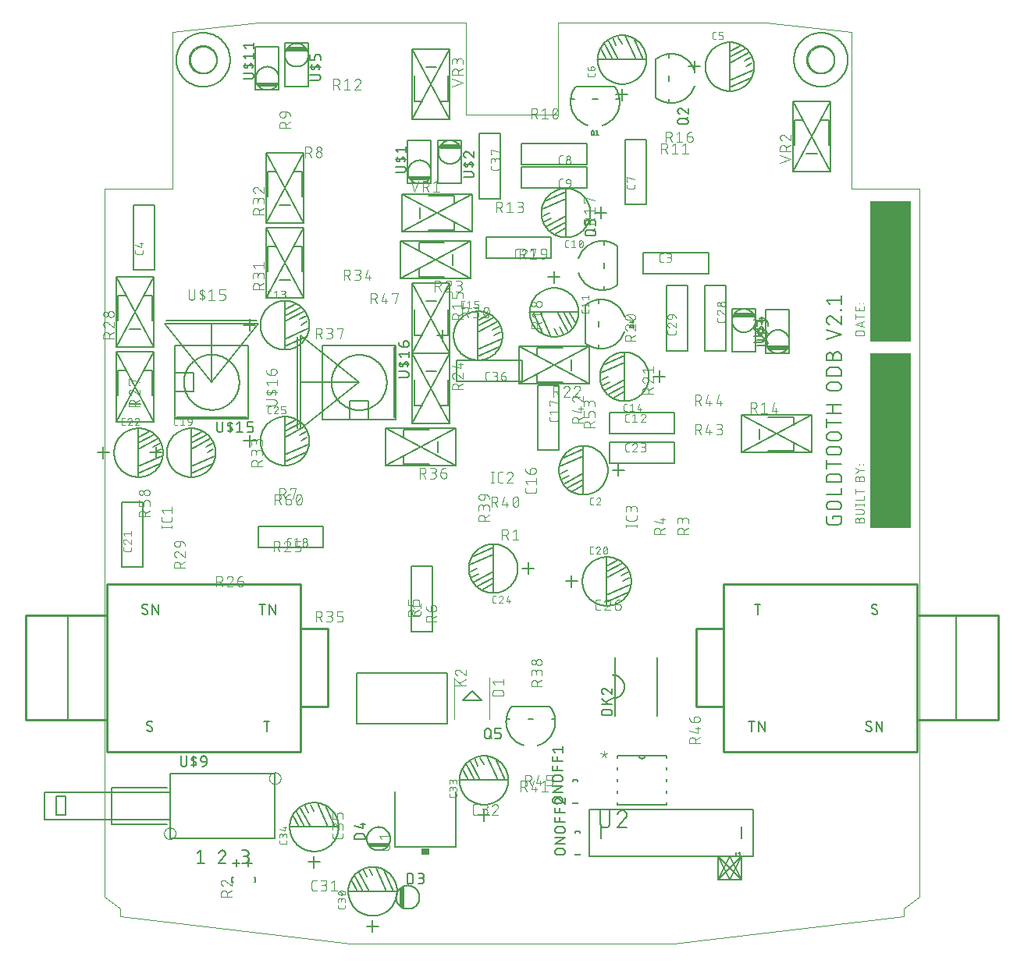
<source format=gto>
G75*
%MOIN*%
%OFA0B0*%
%FSLAX25Y25*%
%IPPOS*%
%LPD*%
%AMOC8*
5,1,8,0,0,1.08239X$1,22.5*
%
%ADD10C,0.00000*%
%ADD11C,0.00600*%
%ADD12R,0.17500X0.75000*%
%ADD13R,0.17500X0.60000*%
%ADD14C,0.00300*%
%ADD15C,0.00500*%
%ADD16C,0.00400*%
%ADD17C,0.01000*%
%ADD18C,0.00800*%
%ADD19R,0.03400X0.03000*%
D10*
X0035280Y0038800D02*
X0041933Y0034115D01*
X0041933Y0030611D01*
X0140358Y0018800D01*
X0278154Y0018800D01*
X0376579Y0030611D01*
X0376579Y0034115D01*
X0383272Y0038800D01*
X0383272Y0341635D01*
X0354138Y0341635D01*
X0354138Y0408564D01*
X0317524Y0412501D01*
X0228941Y0412501D01*
X0228941Y0373131D01*
X0189571Y0373131D01*
X0189571Y0412501D01*
X0100988Y0412501D01*
X0064374Y0408564D01*
X0064374Y0341635D01*
X0035240Y0341635D01*
X0035280Y0038800D01*
X0041933Y0030611D02*
X0140358Y0018800D01*
X0278154Y0018800D01*
X0376579Y0030611D01*
X0105535Y0089666D02*
X0105537Y0089765D01*
X0105543Y0089864D01*
X0105553Y0089963D01*
X0105567Y0090061D01*
X0105585Y0090158D01*
X0105607Y0090255D01*
X0105632Y0090351D01*
X0105662Y0090445D01*
X0105695Y0090539D01*
X0105732Y0090631D01*
X0105773Y0090721D01*
X0105817Y0090810D01*
X0105865Y0090896D01*
X0105916Y0090981D01*
X0105971Y0091064D01*
X0106029Y0091144D01*
X0106090Y0091222D01*
X0106154Y0091298D01*
X0106221Y0091371D01*
X0106291Y0091441D01*
X0106364Y0091508D01*
X0106440Y0091572D01*
X0106518Y0091633D01*
X0106598Y0091691D01*
X0106681Y0091746D01*
X0106765Y0091797D01*
X0106852Y0091845D01*
X0106941Y0091889D01*
X0107031Y0091930D01*
X0107123Y0091967D01*
X0107217Y0092000D01*
X0107311Y0092030D01*
X0107407Y0092055D01*
X0107504Y0092077D01*
X0107601Y0092095D01*
X0107699Y0092109D01*
X0107798Y0092119D01*
X0107897Y0092125D01*
X0107996Y0092127D01*
X0108095Y0092125D01*
X0108194Y0092119D01*
X0108293Y0092109D01*
X0108391Y0092095D01*
X0108488Y0092077D01*
X0108585Y0092055D01*
X0108681Y0092030D01*
X0108775Y0092000D01*
X0108869Y0091967D01*
X0108961Y0091930D01*
X0109051Y0091889D01*
X0109140Y0091845D01*
X0109226Y0091797D01*
X0109311Y0091746D01*
X0109394Y0091691D01*
X0109474Y0091633D01*
X0109552Y0091572D01*
X0109628Y0091508D01*
X0109701Y0091441D01*
X0109771Y0091371D01*
X0109838Y0091298D01*
X0109902Y0091222D01*
X0109963Y0091144D01*
X0110021Y0091064D01*
X0110076Y0090981D01*
X0110127Y0090897D01*
X0110175Y0090810D01*
X0110219Y0090721D01*
X0110260Y0090631D01*
X0110297Y0090539D01*
X0110330Y0090445D01*
X0110360Y0090351D01*
X0110385Y0090255D01*
X0110407Y0090158D01*
X0110425Y0090061D01*
X0110439Y0089963D01*
X0110449Y0089864D01*
X0110455Y0089765D01*
X0110457Y0089666D01*
X0110455Y0089567D01*
X0110449Y0089468D01*
X0110439Y0089369D01*
X0110425Y0089271D01*
X0110407Y0089174D01*
X0110385Y0089077D01*
X0110360Y0088981D01*
X0110330Y0088887D01*
X0110297Y0088793D01*
X0110260Y0088701D01*
X0110219Y0088611D01*
X0110175Y0088522D01*
X0110127Y0088436D01*
X0110076Y0088351D01*
X0110021Y0088268D01*
X0109963Y0088188D01*
X0109902Y0088110D01*
X0109838Y0088034D01*
X0109771Y0087961D01*
X0109701Y0087891D01*
X0109628Y0087824D01*
X0109552Y0087760D01*
X0109474Y0087699D01*
X0109394Y0087641D01*
X0109311Y0087586D01*
X0109227Y0087535D01*
X0109140Y0087487D01*
X0109051Y0087443D01*
X0108961Y0087402D01*
X0108869Y0087365D01*
X0108775Y0087332D01*
X0108681Y0087302D01*
X0108585Y0087277D01*
X0108488Y0087255D01*
X0108391Y0087237D01*
X0108293Y0087223D01*
X0108194Y0087213D01*
X0108095Y0087207D01*
X0107996Y0087205D01*
X0107897Y0087207D01*
X0107798Y0087213D01*
X0107699Y0087223D01*
X0107601Y0087237D01*
X0107504Y0087255D01*
X0107407Y0087277D01*
X0107311Y0087302D01*
X0107217Y0087332D01*
X0107123Y0087365D01*
X0107031Y0087402D01*
X0106941Y0087443D01*
X0106852Y0087487D01*
X0106766Y0087535D01*
X0106681Y0087586D01*
X0106598Y0087641D01*
X0106518Y0087699D01*
X0106440Y0087760D01*
X0106364Y0087824D01*
X0106291Y0087891D01*
X0106221Y0087961D01*
X0106154Y0088034D01*
X0106090Y0088110D01*
X0106029Y0088188D01*
X0105971Y0088268D01*
X0105916Y0088351D01*
X0105865Y0088435D01*
X0105817Y0088522D01*
X0105773Y0088611D01*
X0105732Y0088701D01*
X0105695Y0088793D01*
X0105662Y0088887D01*
X0105632Y0088981D01*
X0105607Y0089077D01*
X0105585Y0089174D01*
X0105567Y0089271D01*
X0105553Y0089369D01*
X0105543Y0089468D01*
X0105537Y0089567D01*
X0105535Y0089666D01*
X0060653Y0066044D02*
X0060655Y0066143D01*
X0060661Y0066242D01*
X0060671Y0066341D01*
X0060685Y0066439D01*
X0060703Y0066536D01*
X0060725Y0066633D01*
X0060750Y0066729D01*
X0060780Y0066823D01*
X0060813Y0066917D01*
X0060850Y0067009D01*
X0060891Y0067099D01*
X0060935Y0067188D01*
X0060983Y0067274D01*
X0061034Y0067359D01*
X0061089Y0067442D01*
X0061147Y0067522D01*
X0061208Y0067600D01*
X0061272Y0067676D01*
X0061339Y0067749D01*
X0061409Y0067819D01*
X0061482Y0067886D01*
X0061558Y0067950D01*
X0061636Y0068011D01*
X0061716Y0068069D01*
X0061799Y0068124D01*
X0061883Y0068175D01*
X0061970Y0068223D01*
X0062059Y0068267D01*
X0062149Y0068308D01*
X0062241Y0068345D01*
X0062335Y0068378D01*
X0062429Y0068408D01*
X0062525Y0068433D01*
X0062622Y0068455D01*
X0062719Y0068473D01*
X0062817Y0068487D01*
X0062916Y0068497D01*
X0063015Y0068503D01*
X0063114Y0068505D01*
X0063213Y0068503D01*
X0063312Y0068497D01*
X0063411Y0068487D01*
X0063509Y0068473D01*
X0063606Y0068455D01*
X0063703Y0068433D01*
X0063799Y0068408D01*
X0063893Y0068378D01*
X0063987Y0068345D01*
X0064079Y0068308D01*
X0064169Y0068267D01*
X0064258Y0068223D01*
X0064344Y0068175D01*
X0064429Y0068124D01*
X0064512Y0068069D01*
X0064592Y0068011D01*
X0064670Y0067950D01*
X0064746Y0067886D01*
X0064819Y0067819D01*
X0064889Y0067749D01*
X0064956Y0067676D01*
X0065020Y0067600D01*
X0065081Y0067522D01*
X0065139Y0067442D01*
X0065194Y0067359D01*
X0065245Y0067275D01*
X0065293Y0067188D01*
X0065337Y0067099D01*
X0065378Y0067009D01*
X0065415Y0066917D01*
X0065448Y0066823D01*
X0065478Y0066729D01*
X0065503Y0066633D01*
X0065525Y0066536D01*
X0065543Y0066439D01*
X0065557Y0066341D01*
X0065567Y0066242D01*
X0065573Y0066143D01*
X0065575Y0066044D01*
X0065573Y0065945D01*
X0065567Y0065846D01*
X0065557Y0065747D01*
X0065543Y0065649D01*
X0065525Y0065552D01*
X0065503Y0065455D01*
X0065478Y0065359D01*
X0065448Y0065265D01*
X0065415Y0065171D01*
X0065378Y0065079D01*
X0065337Y0064989D01*
X0065293Y0064900D01*
X0065245Y0064814D01*
X0065194Y0064729D01*
X0065139Y0064646D01*
X0065081Y0064566D01*
X0065020Y0064488D01*
X0064956Y0064412D01*
X0064889Y0064339D01*
X0064819Y0064269D01*
X0064746Y0064202D01*
X0064670Y0064138D01*
X0064592Y0064077D01*
X0064512Y0064019D01*
X0064429Y0063964D01*
X0064345Y0063913D01*
X0064258Y0063865D01*
X0064169Y0063821D01*
X0064079Y0063780D01*
X0063987Y0063743D01*
X0063893Y0063710D01*
X0063799Y0063680D01*
X0063703Y0063655D01*
X0063606Y0063633D01*
X0063509Y0063615D01*
X0063411Y0063601D01*
X0063312Y0063591D01*
X0063213Y0063585D01*
X0063114Y0063583D01*
X0063015Y0063585D01*
X0062916Y0063591D01*
X0062817Y0063601D01*
X0062719Y0063615D01*
X0062622Y0063633D01*
X0062525Y0063655D01*
X0062429Y0063680D01*
X0062335Y0063710D01*
X0062241Y0063743D01*
X0062149Y0063780D01*
X0062059Y0063821D01*
X0061970Y0063865D01*
X0061884Y0063913D01*
X0061799Y0063964D01*
X0061716Y0064019D01*
X0061636Y0064077D01*
X0061558Y0064138D01*
X0061482Y0064202D01*
X0061409Y0064269D01*
X0061339Y0064339D01*
X0061272Y0064412D01*
X0061208Y0064488D01*
X0061147Y0064566D01*
X0061089Y0064646D01*
X0061034Y0064729D01*
X0060983Y0064813D01*
X0060935Y0064900D01*
X0060891Y0064989D01*
X0060850Y0065079D01*
X0060813Y0065171D01*
X0060780Y0065265D01*
X0060750Y0065359D01*
X0060725Y0065455D01*
X0060703Y0065552D01*
X0060685Y0065649D01*
X0060671Y0065747D01*
X0060661Y0065846D01*
X0060655Y0065945D01*
X0060653Y0066044D01*
X0071854Y0396753D02*
X0071856Y0396901D01*
X0071862Y0397049D01*
X0071872Y0397197D01*
X0071886Y0397344D01*
X0071904Y0397491D01*
X0071925Y0397637D01*
X0071951Y0397783D01*
X0071981Y0397928D01*
X0072014Y0398072D01*
X0072052Y0398215D01*
X0072093Y0398357D01*
X0072138Y0398498D01*
X0072186Y0398638D01*
X0072239Y0398777D01*
X0072295Y0398914D01*
X0072355Y0399049D01*
X0072418Y0399183D01*
X0072485Y0399315D01*
X0072556Y0399445D01*
X0072630Y0399573D01*
X0072707Y0399699D01*
X0072788Y0399823D01*
X0072872Y0399945D01*
X0072959Y0400064D01*
X0073050Y0400181D01*
X0073144Y0400296D01*
X0073240Y0400408D01*
X0073340Y0400518D01*
X0073442Y0400624D01*
X0073548Y0400728D01*
X0073656Y0400829D01*
X0073767Y0400927D01*
X0073880Y0401023D01*
X0073996Y0401115D01*
X0074114Y0401204D01*
X0074235Y0401289D01*
X0074358Y0401372D01*
X0074483Y0401451D01*
X0074610Y0401527D01*
X0074739Y0401599D01*
X0074870Y0401668D01*
X0075003Y0401733D01*
X0075138Y0401794D01*
X0075274Y0401852D01*
X0075411Y0401907D01*
X0075550Y0401957D01*
X0075691Y0402004D01*
X0075832Y0402047D01*
X0075975Y0402087D01*
X0076119Y0402122D01*
X0076263Y0402154D01*
X0076409Y0402181D01*
X0076555Y0402205D01*
X0076702Y0402225D01*
X0076849Y0402241D01*
X0076996Y0402253D01*
X0077144Y0402261D01*
X0077292Y0402265D01*
X0077440Y0402265D01*
X0077588Y0402261D01*
X0077736Y0402253D01*
X0077883Y0402241D01*
X0078030Y0402225D01*
X0078177Y0402205D01*
X0078323Y0402181D01*
X0078469Y0402154D01*
X0078613Y0402122D01*
X0078757Y0402087D01*
X0078900Y0402047D01*
X0079041Y0402004D01*
X0079182Y0401957D01*
X0079321Y0401907D01*
X0079458Y0401852D01*
X0079594Y0401794D01*
X0079729Y0401733D01*
X0079862Y0401668D01*
X0079993Y0401599D01*
X0080122Y0401527D01*
X0080249Y0401451D01*
X0080374Y0401372D01*
X0080497Y0401289D01*
X0080618Y0401204D01*
X0080736Y0401115D01*
X0080852Y0401023D01*
X0080965Y0400927D01*
X0081076Y0400829D01*
X0081184Y0400728D01*
X0081290Y0400624D01*
X0081392Y0400518D01*
X0081492Y0400408D01*
X0081588Y0400296D01*
X0081682Y0400181D01*
X0081773Y0400064D01*
X0081860Y0399945D01*
X0081944Y0399823D01*
X0082025Y0399699D01*
X0082102Y0399573D01*
X0082176Y0399445D01*
X0082247Y0399315D01*
X0082314Y0399183D01*
X0082377Y0399049D01*
X0082437Y0398914D01*
X0082493Y0398777D01*
X0082546Y0398638D01*
X0082594Y0398498D01*
X0082639Y0398357D01*
X0082680Y0398215D01*
X0082718Y0398072D01*
X0082751Y0397928D01*
X0082781Y0397783D01*
X0082807Y0397637D01*
X0082828Y0397491D01*
X0082846Y0397344D01*
X0082860Y0397197D01*
X0082870Y0397049D01*
X0082876Y0396901D01*
X0082878Y0396753D01*
X0082876Y0396605D01*
X0082870Y0396457D01*
X0082860Y0396309D01*
X0082846Y0396162D01*
X0082828Y0396015D01*
X0082807Y0395869D01*
X0082781Y0395723D01*
X0082751Y0395578D01*
X0082718Y0395434D01*
X0082680Y0395291D01*
X0082639Y0395149D01*
X0082594Y0395008D01*
X0082546Y0394868D01*
X0082493Y0394729D01*
X0082437Y0394592D01*
X0082377Y0394457D01*
X0082314Y0394323D01*
X0082247Y0394191D01*
X0082176Y0394061D01*
X0082102Y0393933D01*
X0082025Y0393807D01*
X0081944Y0393683D01*
X0081860Y0393561D01*
X0081773Y0393442D01*
X0081682Y0393325D01*
X0081588Y0393210D01*
X0081492Y0393098D01*
X0081392Y0392988D01*
X0081290Y0392882D01*
X0081184Y0392778D01*
X0081076Y0392677D01*
X0080965Y0392579D01*
X0080852Y0392483D01*
X0080736Y0392391D01*
X0080618Y0392302D01*
X0080497Y0392217D01*
X0080374Y0392134D01*
X0080249Y0392055D01*
X0080122Y0391979D01*
X0079993Y0391907D01*
X0079862Y0391838D01*
X0079729Y0391773D01*
X0079594Y0391712D01*
X0079458Y0391654D01*
X0079321Y0391599D01*
X0079182Y0391549D01*
X0079041Y0391502D01*
X0078900Y0391459D01*
X0078757Y0391419D01*
X0078613Y0391384D01*
X0078469Y0391352D01*
X0078323Y0391325D01*
X0078177Y0391301D01*
X0078030Y0391281D01*
X0077883Y0391265D01*
X0077736Y0391253D01*
X0077588Y0391245D01*
X0077440Y0391241D01*
X0077292Y0391241D01*
X0077144Y0391245D01*
X0076996Y0391253D01*
X0076849Y0391265D01*
X0076702Y0391281D01*
X0076555Y0391301D01*
X0076409Y0391325D01*
X0076263Y0391352D01*
X0076119Y0391384D01*
X0075975Y0391419D01*
X0075832Y0391459D01*
X0075691Y0391502D01*
X0075550Y0391549D01*
X0075411Y0391599D01*
X0075274Y0391654D01*
X0075138Y0391712D01*
X0075003Y0391773D01*
X0074870Y0391838D01*
X0074739Y0391907D01*
X0074610Y0391979D01*
X0074483Y0392055D01*
X0074358Y0392134D01*
X0074235Y0392217D01*
X0074114Y0392302D01*
X0073996Y0392391D01*
X0073880Y0392483D01*
X0073767Y0392579D01*
X0073656Y0392677D01*
X0073548Y0392778D01*
X0073442Y0392882D01*
X0073340Y0392988D01*
X0073240Y0393098D01*
X0073144Y0393210D01*
X0073050Y0393325D01*
X0072959Y0393442D01*
X0072872Y0393561D01*
X0072788Y0393683D01*
X0072707Y0393807D01*
X0072630Y0393933D01*
X0072556Y0394061D01*
X0072485Y0394191D01*
X0072418Y0394323D01*
X0072355Y0394457D01*
X0072295Y0394592D01*
X0072239Y0394729D01*
X0072186Y0394868D01*
X0072138Y0395008D01*
X0072093Y0395149D01*
X0072052Y0395291D01*
X0072014Y0395434D01*
X0071981Y0395578D01*
X0071951Y0395723D01*
X0071925Y0395869D01*
X0071904Y0396015D01*
X0071886Y0396162D01*
X0071872Y0396309D01*
X0071862Y0396457D01*
X0071856Y0396605D01*
X0071854Y0396753D01*
X0335634Y0396753D02*
X0335636Y0396901D01*
X0335642Y0397049D01*
X0335652Y0397197D01*
X0335666Y0397344D01*
X0335684Y0397491D01*
X0335705Y0397637D01*
X0335731Y0397783D01*
X0335761Y0397928D01*
X0335794Y0398072D01*
X0335832Y0398215D01*
X0335873Y0398357D01*
X0335918Y0398498D01*
X0335966Y0398638D01*
X0336019Y0398777D01*
X0336075Y0398914D01*
X0336135Y0399049D01*
X0336198Y0399183D01*
X0336265Y0399315D01*
X0336336Y0399445D01*
X0336410Y0399573D01*
X0336487Y0399699D01*
X0336568Y0399823D01*
X0336652Y0399945D01*
X0336739Y0400064D01*
X0336830Y0400181D01*
X0336924Y0400296D01*
X0337020Y0400408D01*
X0337120Y0400518D01*
X0337222Y0400624D01*
X0337328Y0400728D01*
X0337436Y0400829D01*
X0337547Y0400927D01*
X0337660Y0401023D01*
X0337776Y0401115D01*
X0337894Y0401204D01*
X0338015Y0401289D01*
X0338138Y0401372D01*
X0338263Y0401451D01*
X0338390Y0401527D01*
X0338519Y0401599D01*
X0338650Y0401668D01*
X0338783Y0401733D01*
X0338918Y0401794D01*
X0339054Y0401852D01*
X0339191Y0401907D01*
X0339330Y0401957D01*
X0339471Y0402004D01*
X0339612Y0402047D01*
X0339755Y0402087D01*
X0339899Y0402122D01*
X0340043Y0402154D01*
X0340189Y0402181D01*
X0340335Y0402205D01*
X0340482Y0402225D01*
X0340629Y0402241D01*
X0340776Y0402253D01*
X0340924Y0402261D01*
X0341072Y0402265D01*
X0341220Y0402265D01*
X0341368Y0402261D01*
X0341516Y0402253D01*
X0341663Y0402241D01*
X0341810Y0402225D01*
X0341957Y0402205D01*
X0342103Y0402181D01*
X0342249Y0402154D01*
X0342393Y0402122D01*
X0342537Y0402087D01*
X0342680Y0402047D01*
X0342821Y0402004D01*
X0342962Y0401957D01*
X0343101Y0401907D01*
X0343238Y0401852D01*
X0343374Y0401794D01*
X0343509Y0401733D01*
X0343642Y0401668D01*
X0343773Y0401599D01*
X0343902Y0401527D01*
X0344029Y0401451D01*
X0344154Y0401372D01*
X0344277Y0401289D01*
X0344398Y0401204D01*
X0344516Y0401115D01*
X0344632Y0401023D01*
X0344745Y0400927D01*
X0344856Y0400829D01*
X0344964Y0400728D01*
X0345070Y0400624D01*
X0345172Y0400518D01*
X0345272Y0400408D01*
X0345368Y0400296D01*
X0345462Y0400181D01*
X0345553Y0400064D01*
X0345640Y0399945D01*
X0345724Y0399823D01*
X0345805Y0399699D01*
X0345882Y0399573D01*
X0345956Y0399445D01*
X0346027Y0399315D01*
X0346094Y0399183D01*
X0346157Y0399049D01*
X0346217Y0398914D01*
X0346273Y0398777D01*
X0346326Y0398638D01*
X0346374Y0398498D01*
X0346419Y0398357D01*
X0346460Y0398215D01*
X0346498Y0398072D01*
X0346531Y0397928D01*
X0346561Y0397783D01*
X0346587Y0397637D01*
X0346608Y0397491D01*
X0346626Y0397344D01*
X0346640Y0397197D01*
X0346650Y0397049D01*
X0346656Y0396901D01*
X0346658Y0396753D01*
X0346656Y0396605D01*
X0346650Y0396457D01*
X0346640Y0396309D01*
X0346626Y0396162D01*
X0346608Y0396015D01*
X0346587Y0395869D01*
X0346561Y0395723D01*
X0346531Y0395578D01*
X0346498Y0395434D01*
X0346460Y0395291D01*
X0346419Y0395149D01*
X0346374Y0395008D01*
X0346326Y0394868D01*
X0346273Y0394729D01*
X0346217Y0394592D01*
X0346157Y0394457D01*
X0346094Y0394323D01*
X0346027Y0394191D01*
X0345956Y0394061D01*
X0345882Y0393933D01*
X0345805Y0393807D01*
X0345724Y0393683D01*
X0345640Y0393561D01*
X0345553Y0393442D01*
X0345462Y0393325D01*
X0345368Y0393210D01*
X0345272Y0393098D01*
X0345172Y0392988D01*
X0345070Y0392882D01*
X0344964Y0392778D01*
X0344856Y0392677D01*
X0344745Y0392579D01*
X0344632Y0392483D01*
X0344516Y0392391D01*
X0344398Y0392302D01*
X0344277Y0392217D01*
X0344154Y0392134D01*
X0344029Y0392055D01*
X0343902Y0391979D01*
X0343773Y0391907D01*
X0343642Y0391838D01*
X0343509Y0391773D01*
X0343374Y0391712D01*
X0343238Y0391654D01*
X0343101Y0391599D01*
X0342962Y0391549D01*
X0342821Y0391502D01*
X0342680Y0391459D01*
X0342537Y0391419D01*
X0342393Y0391384D01*
X0342249Y0391352D01*
X0342103Y0391325D01*
X0341957Y0391301D01*
X0341810Y0391281D01*
X0341663Y0391265D01*
X0341516Y0391253D01*
X0341368Y0391245D01*
X0341220Y0391241D01*
X0341072Y0391241D01*
X0340924Y0391245D01*
X0340776Y0391253D01*
X0340629Y0391265D01*
X0340482Y0391281D01*
X0340335Y0391301D01*
X0340189Y0391325D01*
X0340043Y0391352D01*
X0339899Y0391384D01*
X0339755Y0391419D01*
X0339612Y0391459D01*
X0339471Y0391502D01*
X0339330Y0391549D01*
X0339191Y0391599D01*
X0339054Y0391654D01*
X0338918Y0391712D01*
X0338783Y0391773D01*
X0338650Y0391838D01*
X0338519Y0391907D01*
X0338390Y0391979D01*
X0338263Y0392055D01*
X0338138Y0392134D01*
X0338015Y0392217D01*
X0337894Y0392302D01*
X0337776Y0392391D01*
X0337660Y0392483D01*
X0337547Y0392579D01*
X0337436Y0392677D01*
X0337328Y0392778D01*
X0337222Y0392882D01*
X0337120Y0392988D01*
X0337020Y0393098D01*
X0336924Y0393210D01*
X0336830Y0393325D01*
X0336739Y0393442D01*
X0336652Y0393561D01*
X0336568Y0393683D01*
X0336487Y0393807D01*
X0336410Y0393933D01*
X0336336Y0394061D01*
X0336265Y0394191D01*
X0336198Y0394323D01*
X0336135Y0394457D01*
X0336075Y0394592D01*
X0336019Y0394729D01*
X0335966Y0394868D01*
X0335918Y0395008D01*
X0335873Y0395149D01*
X0335832Y0395291D01*
X0335794Y0395434D01*
X0335761Y0395578D01*
X0335731Y0395723D01*
X0335705Y0395869D01*
X0335684Y0396015D01*
X0335666Y0396162D01*
X0335652Y0396309D01*
X0335642Y0396457D01*
X0335636Y0396605D01*
X0335634Y0396753D01*
D11*
X0329646Y0396753D02*
X0329649Y0397035D01*
X0329660Y0397317D01*
X0329677Y0397599D01*
X0329701Y0397880D01*
X0329732Y0398161D01*
X0329770Y0398440D01*
X0329815Y0398719D01*
X0329867Y0398997D01*
X0329925Y0399273D01*
X0329991Y0399547D01*
X0330063Y0399820D01*
X0330141Y0400091D01*
X0330226Y0400360D01*
X0330318Y0400627D01*
X0330417Y0400892D01*
X0330521Y0401154D01*
X0330633Y0401413D01*
X0330750Y0401670D01*
X0330874Y0401924D01*
X0331004Y0402174D01*
X0331140Y0402421D01*
X0331282Y0402665D01*
X0331430Y0402905D01*
X0331584Y0403142D01*
X0331744Y0403375D01*
X0331909Y0403604D01*
X0332080Y0403828D01*
X0332256Y0404049D01*
X0332438Y0404264D01*
X0332625Y0404476D01*
X0332817Y0404683D01*
X0333014Y0404885D01*
X0333216Y0405082D01*
X0333423Y0405274D01*
X0333635Y0405461D01*
X0333850Y0405643D01*
X0334071Y0405819D01*
X0334295Y0405990D01*
X0334524Y0406155D01*
X0334757Y0406315D01*
X0334994Y0406469D01*
X0335234Y0406617D01*
X0335478Y0406759D01*
X0335725Y0406895D01*
X0335975Y0407025D01*
X0336229Y0407149D01*
X0336486Y0407266D01*
X0336745Y0407378D01*
X0337007Y0407482D01*
X0337272Y0407581D01*
X0337539Y0407673D01*
X0337808Y0407758D01*
X0338079Y0407836D01*
X0338352Y0407908D01*
X0338626Y0407974D01*
X0338902Y0408032D01*
X0339180Y0408084D01*
X0339459Y0408129D01*
X0339738Y0408167D01*
X0340019Y0408198D01*
X0340300Y0408222D01*
X0340582Y0408239D01*
X0340864Y0408250D01*
X0341146Y0408253D01*
X0341428Y0408250D01*
X0341710Y0408239D01*
X0341992Y0408222D01*
X0342273Y0408198D01*
X0342554Y0408167D01*
X0342833Y0408129D01*
X0343112Y0408084D01*
X0343390Y0408032D01*
X0343666Y0407974D01*
X0343940Y0407908D01*
X0344213Y0407836D01*
X0344484Y0407758D01*
X0344753Y0407673D01*
X0345020Y0407581D01*
X0345285Y0407482D01*
X0345547Y0407378D01*
X0345806Y0407266D01*
X0346063Y0407149D01*
X0346317Y0407025D01*
X0346567Y0406895D01*
X0346814Y0406759D01*
X0347058Y0406617D01*
X0347298Y0406469D01*
X0347535Y0406315D01*
X0347768Y0406155D01*
X0347997Y0405990D01*
X0348221Y0405819D01*
X0348442Y0405643D01*
X0348657Y0405461D01*
X0348869Y0405274D01*
X0349076Y0405082D01*
X0349278Y0404885D01*
X0349475Y0404683D01*
X0349667Y0404476D01*
X0349854Y0404264D01*
X0350036Y0404049D01*
X0350212Y0403828D01*
X0350383Y0403604D01*
X0350548Y0403375D01*
X0350708Y0403142D01*
X0350862Y0402905D01*
X0351010Y0402665D01*
X0351152Y0402421D01*
X0351288Y0402174D01*
X0351418Y0401924D01*
X0351542Y0401670D01*
X0351659Y0401413D01*
X0351771Y0401154D01*
X0351875Y0400892D01*
X0351974Y0400627D01*
X0352066Y0400360D01*
X0352151Y0400091D01*
X0352229Y0399820D01*
X0352301Y0399547D01*
X0352367Y0399273D01*
X0352425Y0398997D01*
X0352477Y0398719D01*
X0352522Y0398440D01*
X0352560Y0398161D01*
X0352591Y0397880D01*
X0352615Y0397599D01*
X0352632Y0397317D01*
X0352643Y0397035D01*
X0352646Y0396753D01*
X0352643Y0396471D01*
X0352632Y0396189D01*
X0352615Y0395907D01*
X0352591Y0395626D01*
X0352560Y0395345D01*
X0352522Y0395066D01*
X0352477Y0394787D01*
X0352425Y0394509D01*
X0352367Y0394233D01*
X0352301Y0393959D01*
X0352229Y0393686D01*
X0352151Y0393415D01*
X0352066Y0393146D01*
X0351974Y0392879D01*
X0351875Y0392614D01*
X0351771Y0392352D01*
X0351659Y0392093D01*
X0351542Y0391836D01*
X0351418Y0391582D01*
X0351288Y0391332D01*
X0351152Y0391085D01*
X0351010Y0390841D01*
X0350862Y0390601D01*
X0350708Y0390364D01*
X0350548Y0390131D01*
X0350383Y0389902D01*
X0350212Y0389678D01*
X0350036Y0389457D01*
X0349854Y0389242D01*
X0349667Y0389030D01*
X0349475Y0388823D01*
X0349278Y0388621D01*
X0349076Y0388424D01*
X0348869Y0388232D01*
X0348657Y0388045D01*
X0348442Y0387863D01*
X0348221Y0387687D01*
X0347997Y0387516D01*
X0347768Y0387351D01*
X0347535Y0387191D01*
X0347298Y0387037D01*
X0347058Y0386889D01*
X0346814Y0386747D01*
X0346567Y0386611D01*
X0346317Y0386481D01*
X0346063Y0386357D01*
X0345806Y0386240D01*
X0345547Y0386128D01*
X0345285Y0386024D01*
X0345020Y0385925D01*
X0344753Y0385833D01*
X0344484Y0385748D01*
X0344213Y0385670D01*
X0343940Y0385598D01*
X0343666Y0385532D01*
X0343390Y0385474D01*
X0343112Y0385422D01*
X0342833Y0385377D01*
X0342554Y0385339D01*
X0342273Y0385308D01*
X0341992Y0385284D01*
X0341710Y0385267D01*
X0341428Y0385256D01*
X0341146Y0385253D01*
X0340864Y0385256D01*
X0340582Y0385267D01*
X0340300Y0385284D01*
X0340019Y0385308D01*
X0339738Y0385339D01*
X0339459Y0385377D01*
X0339180Y0385422D01*
X0338902Y0385474D01*
X0338626Y0385532D01*
X0338352Y0385598D01*
X0338079Y0385670D01*
X0337808Y0385748D01*
X0337539Y0385833D01*
X0337272Y0385925D01*
X0337007Y0386024D01*
X0336745Y0386128D01*
X0336486Y0386240D01*
X0336229Y0386357D01*
X0335975Y0386481D01*
X0335725Y0386611D01*
X0335478Y0386747D01*
X0335234Y0386889D01*
X0334994Y0387037D01*
X0334757Y0387191D01*
X0334524Y0387351D01*
X0334295Y0387516D01*
X0334071Y0387687D01*
X0333850Y0387863D01*
X0333635Y0388045D01*
X0333423Y0388232D01*
X0333216Y0388424D01*
X0333014Y0388621D01*
X0332817Y0388823D01*
X0332625Y0389030D01*
X0332438Y0389242D01*
X0332256Y0389457D01*
X0332080Y0389678D01*
X0331909Y0389902D01*
X0331744Y0390131D01*
X0331584Y0390364D01*
X0331430Y0390601D01*
X0331282Y0390841D01*
X0331140Y0391085D01*
X0331004Y0391332D01*
X0330874Y0391582D01*
X0330750Y0391836D01*
X0330633Y0392093D01*
X0330521Y0392352D01*
X0330417Y0392614D01*
X0330318Y0392879D01*
X0330226Y0393146D01*
X0330141Y0393415D01*
X0330063Y0393686D01*
X0329991Y0393959D01*
X0329925Y0394233D01*
X0329867Y0394509D01*
X0329815Y0394787D01*
X0329770Y0395066D01*
X0329732Y0395345D01*
X0329701Y0395626D01*
X0329677Y0395907D01*
X0329660Y0396189D01*
X0329649Y0396471D01*
X0329646Y0396753D01*
X0287281Y0391896D02*
X0287203Y0392138D01*
X0287120Y0392378D01*
X0287030Y0392616D01*
X0286935Y0392852D01*
X0286833Y0393086D01*
X0286727Y0393317D01*
X0286615Y0393545D01*
X0286497Y0393771D01*
X0286374Y0393994D01*
X0286245Y0394213D01*
X0286111Y0394430D01*
X0285972Y0394643D01*
X0285828Y0394853D01*
X0285679Y0395059D01*
X0285525Y0395261D01*
X0285366Y0395460D01*
X0285202Y0395655D01*
X0285033Y0395845D01*
X0284860Y0396032D01*
X0284683Y0396214D01*
X0284501Y0396392D01*
X0284315Y0396566D01*
X0284124Y0396735D01*
X0283930Y0396899D01*
X0283732Y0397059D01*
X0283530Y0397214D01*
X0283324Y0397363D01*
X0283115Y0397508D01*
X0282902Y0397648D01*
X0282686Y0397782D01*
X0282467Y0397911D01*
X0282244Y0398035D01*
X0282019Y0398153D01*
X0281791Y0398266D01*
X0281560Y0398374D01*
X0281327Y0398475D01*
X0281091Y0398571D01*
X0280853Y0398662D01*
X0280613Y0398746D01*
X0280371Y0398825D01*
X0280127Y0398898D01*
X0279882Y0398964D01*
X0279635Y0399025D01*
X0279386Y0399080D01*
X0279136Y0399129D01*
X0278885Y0399172D01*
X0278634Y0399208D01*
X0278381Y0399239D01*
X0278128Y0399263D01*
X0277874Y0399281D01*
X0277620Y0399293D01*
X0277365Y0399299D01*
X0277111Y0399299D01*
X0276856Y0399293D01*
X0276602Y0399280D01*
X0276348Y0399261D01*
X0276095Y0399236D01*
X0275842Y0399205D01*
X0275591Y0399168D01*
X0275340Y0399125D01*
X0275090Y0399076D01*
X0274842Y0399021D01*
X0274595Y0398959D01*
X0274349Y0398892D01*
X0274106Y0398819D01*
X0273864Y0398740D01*
X0273624Y0398655D01*
X0273386Y0398564D01*
X0273150Y0398467D01*
X0272917Y0398365D01*
X0272687Y0398258D01*
X0272459Y0398144D01*
X0272234Y0398025D01*
X0272012Y0397901D01*
X0271793Y0397772D01*
X0271577Y0397637D01*
X0271364Y0397497D01*
X0271155Y0397352D01*
X0270950Y0397201D01*
X0270748Y0397046D01*
X0270748Y0397048D02*
X0270748Y0380552D01*
X0276248Y0379926D02*
X0276248Y0378347D01*
X0276248Y0387674D02*
X0276248Y0389926D01*
X0270748Y0380552D02*
X0270950Y0380397D01*
X0271155Y0380247D01*
X0271364Y0380101D01*
X0271577Y0379961D01*
X0271793Y0379827D01*
X0272012Y0379697D01*
X0272234Y0379573D01*
X0272459Y0379454D01*
X0272687Y0379341D01*
X0272917Y0379233D01*
X0273150Y0379131D01*
X0273386Y0379034D01*
X0273624Y0378943D01*
X0273863Y0378858D01*
X0274105Y0378779D01*
X0274349Y0378706D01*
X0274594Y0378639D01*
X0274841Y0378578D01*
X0275090Y0378522D01*
X0275340Y0378473D01*
X0275590Y0378430D01*
X0275842Y0378393D01*
X0276095Y0378362D01*
X0276348Y0378337D01*
X0276602Y0378318D01*
X0276856Y0378305D01*
X0277110Y0378299D01*
X0277365Y0378299D01*
X0277619Y0378305D01*
X0277874Y0378317D01*
X0278127Y0378335D01*
X0278381Y0378359D01*
X0278633Y0378390D01*
X0278885Y0378426D01*
X0279136Y0378469D01*
X0279386Y0378518D01*
X0279634Y0378573D01*
X0279881Y0378634D01*
X0280127Y0378700D01*
X0280371Y0378773D01*
X0280613Y0378852D01*
X0280853Y0378936D01*
X0281091Y0379027D01*
X0281327Y0379123D01*
X0281560Y0379224D01*
X0281791Y0379332D01*
X0282019Y0379444D01*
X0282244Y0379563D01*
X0282466Y0379687D01*
X0282686Y0379816D01*
X0282902Y0379950D01*
X0283115Y0380090D01*
X0283324Y0380235D01*
X0283530Y0380384D01*
X0283732Y0380539D01*
X0283930Y0380699D01*
X0284124Y0380863D01*
X0284315Y0381032D01*
X0284501Y0381205D01*
X0284683Y0381383D01*
X0284860Y0381566D01*
X0285033Y0381752D01*
X0285202Y0381943D01*
X0285366Y0382138D01*
X0285525Y0382337D01*
X0285679Y0382539D01*
X0285828Y0382745D01*
X0285972Y0382955D01*
X0286111Y0383168D01*
X0286245Y0383385D01*
X0286374Y0383604D01*
X0286497Y0383827D01*
X0286614Y0384053D01*
X0286727Y0384281D01*
X0286833Y0384512D01*
X0286935Y0384746D01*
X0287030Y0384982D01*
X0287119Y0385220D01*
X0287203Y0385460D01*
X0287281Y0385702D01*
X0276248Y0397674D02*
X0276248Y0399253D01*
X0248748Y0319253D02*
X0248748Y0317674D01*
X0254248Y0317048D02*
X0254248Y0300552D01*
X0248748Y0299926D02*
X0248748Y0298347D01*
X0248748Y0307674D02*
X0248748Y0309926D01*
X0254248Y0317048D02*
X0254046Y0317203D01*
X0253841Y0317353D01*
X0253632Y0317499D01*
X0253419Y0317639D01*
X0253203Y0317773D01*
X0252984Y0317903D01*
X0252762Y0318027D01*
X0252537Y0318146D01*
X0252309Y0318259D01*
X0252079Y0318367D01*
X0251846Y0318469D01*
X0251610Y0318566D01*
X0251372Y0318657D01*
X0251133Y0318742D01*
X0250891Y0318821D01*
X0250647Y0318894D01*
X0250402Y0318961D01*
X0250155Y0319022D01*
X0249906Y0319078D01*
X0249656Y0319127D01*
X0249406Y0319170D01*
X0249154Y0319207D01*
X0248901Y0319238D01*
X0248648Y0319263D01*
X0248394Y0319282D01*
X0248140Y0319295D01*
X0247886Y0319301D01*
X0247631Y0319301D01*
X0247377Y0319295D01*
X0247122Y0319283D01*
X0246869Y0319265D01*
X0246615Y0319241D01*
X0246363Y0319210D01*
X0246111Y0319174D01*
X0245860Y0319131D01*
X0245610Y0319082D01*
X0245362Y0319027D01*
X0245115Y0318966D01*
X0244869Y0318900D01*
X0244625Y0318827D01*
X0244383Y0318748D01*
X0244143Y0318664D01*
X0243905Y0318573D01*
X0243669Y0318477D01*
X0243436Y0318376D01*
X0243205Y0318268D01*
X0242977Y0318156D01*
X0242752Y0318037D01*
X0242530Y0317913D01*
X0242310Y0317784D01*
X0242094Y0317650D01*
X0241881Y0317510D01*
X0241672Y0317365D01*
X0241466Y0317216D01*
X0241264Y0317061D01*
X0241066Y0316901D01*
X0240872Y0316737D01*
X0240681Y0316568D01*
X0240495Y0316395D01*
X0240313Y0316217D01*
X0240136Y0316034D01*
X0239963Y0315848D01*
X0239794Y0315657D01*
X0239630Y0315462D01*
X0239471Y0315263D01*
X0239317Y0315061D01*
X0239168Y0314855D01*
X0239024Y0314645D01*
X0238885Y0314432D01*
X0238751Y0314215D01*
X0238622Y0313996D01*
X0238499Y0313773D01*
X0238382Y0313547D01*
X0238269Y0313319D01*
X0238163Y0313088D01*
X0238061Y0312854D01*
X0237966Y0312618D01*
X0237877Y0312380D01*
X0237793Y0312140D01*
X0237715Y0311898D01*
X0237715Y0305704D02*
X0237793Y0305462D01*
X0237876Y0305222D01*
X0237966Y0304984D01*
X0238061Y0304748D01*
X0238163Y0304514D01*
X0238269Y0304283D01*
X0238381Y0304055D01*
X0238499Y0303829D01*
X0238622Y0303606D01*
X0238751Y0303387D01*
X0238885Y0303170D01*
X0239024Y0302957D01*
X0239168Y0302747D01*
X0239317Y0302541D01*
X0239471Y0302339D01*
X0239630Y0302140D01*
X0239794Y0301945D01*
X0239963Y0301755D01*
X0240136Y0301568D01*
X0240313Y0301386D01*
X0240495Y0301208D01*
X0240681Y0301034D01*
X0240872Y0300865D01*
X0241066Y0300701D01*
X0241264Y0300541D01*
X0241466Y0300386D01*
X0241672Y0300237D01*
X0241881Y0300092D01*
X0242094Y0299952D01*
X0242310Y0299818D01*
X0242529Y0299689D01*
X0242752Y0299565D01*
X0242977Y0299447D01*
X0243205Y0299334D01*
X0243436Y0299226D01*
X0243669Y0299125D01*
X0243905Y0299029D01*
X0244143Y0298938D01*
X0244383Y0298854D01*
X0244625Y0298775D01*
X0244869Y0298702D01*
X0245114Y0298636D01*
X0245361Y0298575D01*
X0245610Y0298520D01*
X0245860Y0298471D01*
X0246111Y0298428D01*
X0246362Y0298392D01*
X0246615Y0298361D01*
X0246868Y0298337D01*
X0247122Y0298319D01*
X0247376Y0298307D01*
X0247631Y0298301D01*
X0247885Y0298301D01*
X0248140Y0298307D01*
X0248394Y0298320D01*
X0248648Y0298339D01*
X0248901Y0298364D01*
X0249154Y0298395D01*
X0249405Y0298432D01*
X0249656Y0298475D01*
X0249906Y0298524D01*
X0250154Y0298579D01*
X0250401Y0298641D01*
X0250647Y0298708D01*
X0250890Y0298781D01*
X0251132Y0298860D01*
X0251372Y0298945D01*
X0251610Y0299036D01*
X0251846Y0299133D01*
X0252079Y0299235D01*
X0252309Y0299342D01*
X0252537Y0299456D01*
X0252762Y0299575D01*
X0252984Y0299699D01*
X0253203Y0299828D01*
X0253419Y0299963D01*
X0253632Y0300103D01*
X0253841Y0300248D01*
X0254046Y0300399D01*
X0254248Y0300554D01*
X0303248Y0285300D02*
X0303250Y0285441D01*
X0303256Y0285582D01*
X0303266Y0285722D01*
X0303280Y0285862D01*
X0303298Y0286002D01*
X0303319Y0286141D01*
X0303345Y0286280D01*
X0303374Y0286418D01*
X0303408Y0286554D01*
X0303445Y0286690D01*
X0303486Y0286825D01*
X0303531Y0286959D01*
X0303580Y0287091D01*
X0303632Y0287222D01*
X0303688Y0287351D01*
X0303748Y0287478D01*
X0303811Y0287604D01*
X0303877Y0287728D01*
X0303948Y0287851D01*
X0304021Y0287971D01*
X0304098Y0288089D01*
X0304178Y0288205D01*
X0304262Y0288318D01*
X0304348Y0288429D01*
X0304438Y0288538D01*
X0304531Y0288644D01*
X0304626Y0288747D01*
X0304725Y0288848D01*
X0304826Y0288946D01*
X0304930Y0289041D01*
X0305037Y0289133D01*
X0305146Y0289222D01*
X0305258Y0289307D01*
X0305372Y0289390D01*
X0305488Y0289470D01*
X0305607Y0289546D01*
X0305728Y0289618D01*
X0305850Y0289688D01*
X0305975Y0289753D01*
X0306101Y0289816D01*
X0306229Y0289874D01*
X0306359Y0289929D01*
X0306490Y0289981D01*
X0306623Y0290028D01*
X0306757Y0290072D01*
X0306892Y0290113D01*
X0307028Y0290149D01*
X0307165Y0290181D01*
X0307303Y0290210D01*
X0307441Y0290235D01*
X0307581Y0290255D01*
X0307721Y0290272D01*
X0307861Y0290285D01*
X0308002Y0290294D01*
X0308142Y0290299D01*
X0308283Y0290300D01*
X0308424Y0290297D01*
X0308565Y0290290D01*
X0308705Y0290279D01*
X0308845Y0290264D01*
X0308985Y0290245D01*
X0309124Y0290223D01*
X0309262Y0290196D01*
X0309400Y0290166D01*
X0309536Y0290131D01*
X0309672Y0290093D01*
X0309806Y0290051D01*
X0309940Y0290005D01*
X0310072Y0289956D01*
X0310202Y0289902D01*
X0310331Y0289845D01*
X0310458Y0289785D01*
X0310584Y0289721D01*
X0310707Y0289653D01*
X0310829Y0289582D01*
X0310949Y0289508D01*
X0311066Y0289430D01*
X0311181Y0289349D01*
X0311294Y0289265D01*
X0311405Y0289178D01*
X0311513Y0289087D01*
X0311618Y0288994D01*
X0311721Y0288897D01*
X0311821Y0288798D01*
X0311918Y0288696D01*
X0312012Y0288591D01*
X0312103Y0288484D01*
X0312191Y0288374D01*
X0312276Y0288262D01*
X0312358Y0288147D01*
X0312437Y0288030D01*
X0312512Y0287911D01*
X0312584Y0287790D01*
X0312652Y0287667D01*
X0312717Y0287542D01*
X0312779Y0287415D01*
X0312836Y0287286D01*
X0312891Y0287156D01*
X0312941Y0287025D01*
X0312988Y0286892D01*
X0313031Y0286758D01*
X0313070Y0286622D01*
X0313105Y0286486D01*
X0313137Y0286349D01*
X0313164Y0286211D01*
X0313188Y0286072D01*
X0313208Y0285932D01*
X0313224Y0285792D01*
X0313236Y0285652D01*
X0313244Y0285511D01*
X0313248Y0285370D01*
X0313248Y0285230D01*
X0313244Y0285089D01*
X0313236Y0284948D01*
X0313224Y0284808D01*
X0313208Y0284668D01*
X0313188Y0284528D01*
X0313164Y0284389D01*
X0313137Y0284251D01*
X0313105Y0284114D01*
X0313070Y0283978D01*
X0313031Y0283842D01*
X0312988Y0283708D01*
X0312941Y0283575D01*
X0312891Y0283444D01*
X0312836Y0283314D01*
X0312779Y0283185D01*
X0312717Y0283058D01*
X0312652Y0282933D01*
X0312584Y0282810D01*
X0312512Y0282689D01*
X0312437Y0282570D01*
X0312358Y0282453D01*
X0312276Y0282338D01*
X0312191Y0282226D01*
X0312103Y0282116D01*
X0312012Y0282009D01*
X0311918Y0281904D01*
X0311821Y0281802D01*
X0311721Y0281703D01*
X0311618Y0281606D01*
X0311513Y0281513D01*
X0311405Y0281422D01*
X0311294Y0281335D01*
X0311181Y0281251D01*
X0311066Y0281170D01*
X0310949Y0281092D01*
X0310829Y0281018D01*
X0310707Y0280947D01*
X0310584Y0280879D01*
X0310458Y0280815D01*
X0310331Y0280755D01*
X0310202Y0280698D01*
X0310072Y0280644D01*
X0309940Y0280595D01*
X0309806Y0280549D01*
X0309672Y0280507D01*
X0309536Y0280469D01*
X0309400Y0280434D01*
X0309262Y0280404D01*
X0309124Y0280377D01*
X0308985Y0280355D01*
X0308845Y0280336D01*
X0308705Y0280321D01*
X0308565Y0280310D01*
X0308424Y0280303D01*
X0308283Y0280300D01*
X0308142Y0280301D01*
X0308002Y0280306D01*
X0307861Y0280315D01*
X0307721Y0280328D01*
X0307581Y0280345D01*
X0307441Y0280365D01*
X0307303Y0280390D01*
X0307165Y0280419D01*
X0307028Y0280451D01*
X0306892Y0280487D01*
X0306757Y0280528D01*
X0306623Y0280572D01*
X0306490Y0280619D01*
X0306359Y0280671D01*
X0306229Y0280726D01*
X0306101Y0280784D01*
X0305975Y0280847D01*
X0305850Y0280912D01*
X0305728Y0280982D01*
X0305607Y0281054D01*
X0305488Y0281130D01*
X0305372Y0281210D01*
X0305258Y0281293D01*
X0305146Y0281378D01*
X0305037Y0281467D01*
X0304930Y0281559D01*
X0304826Y0281654D01*
X0304725Y0281752D01*
X0304626Y0281853D01*
X0304531Y0281956D01*
X0304438Y0282062D01*
X0304348Y0282171D01*
X0304262Y0282282D01*
X0304178Y0282395D01*
X0304098Y0282511D01*
X0304021Y0282629D01*
X0303948Y0282749D01*
X0303877Y0282872D01*
X0303811Y0282996D01*
X0303748Y0283122D01*
X0303688Y0283249D01*
X0303632Y0283378D01*
X0303580Y0283509D01*
X0303531Y0283641D01*
X0303486Y0283775D01*
X0303445Y0283910D01*
X0303408Y0284046D01*
X0303374Y0284182D01*
X0303345Y0284320D01*
X0303319Y0284459D01*
X0303298Y0284598D01*
X0303280Y0284738D01*
X0303266Y0284878D01*
X0303256Y0285018D01*
X0303250Y0285159D01*
X0303248Y0285300D01*
X0312548Y0285628D02*
X0315970Y0284650D01*
X0315970Y0287094D01*
X0314992Y0286361D02*
X0316948Y0286361D01*
X0316004Y0284522D02*
X0316004Y0283544D01*
X0316004Y0284522D02*
X0316002Y0284583D01*
X0315996Y0284645D01*
X0315987Y0284705D01*
X0315973Y0284765D01*
X0315956Y0284824D01*
X0315935Y0284882D01*
X0315911Y0284938D01*
X0315883Y0284993D01*
X0315852Y0285046D01*
X0315817Y0285097D01*
X0315780Y0285145D01*
X0315739Y0285191D01*
X0315695Y0285235D01*
X0315649Y0285276D01*
X0315601Y0285313D01*
X0315550Y0285348D01*
X0315497Y0285379D01*
X0315442Y0285407D01*
X0315386Y0285431D01*
X0315328Y0285452D01*
X0315269Y0285469D01*
X0315209Y0285483D01*
X0315149Y0285492D01*
X0315087Y0285498D01*
X0315026Y0285500D01*
X0314965Y0285498D01*
X0314903Y0285492D01*
X0314843Y0285483D01*
X0314783Y0285469D01*
X0314724Y0285452D01*
X0314666Y0285431D01*
X0314610Y0285407D01*
X0314555Y0285379D01*
X0314502Y0285348D01*
X0314451Y0285313D01*
X0314403Y0285276D01*
X0314357Y0285235D01*
X0314313Y0285191D01*
X0314272Y0285145D01*
X0314235Y0285097D01*
X0314200Y0285046D01*
X0314169Y0284993D01*
X0314141Y0284938D01*
X0314117Y0284882D01*
X0314096Y0284824D01*
X0314079Y0284765D01*
X0314065Y0284705D01*
X0314056Y0284645D01*
X0314050Y0284583D01*
X0314048Y0284522D01*
X0314048Y0283056D01*
X0315115Y0282283D02*
X0314748Y0281672D01*
X0314381Y0281061D01*
X0316215Y0280694D02*
X0316258Y0280770D01*
X0316298Y0280848D01*
X0316334Y0280927D01*
X0316367Y0281008D01*
X0316396Y0281091D01*
X0316421Y0281174D01*
X0316442Y0281259D01*
X0316460Y0281344D01*
X0316473Y0281431D01*
X0316483Y0281517D01*
X0316489Y0281605D01*
X0316491Y0281692D01*
X0316489Y0281779D01*
X0316483Y0281866D01*
X0316473Y0281953D01*
X0316459Y0282039D01*
X0316948Y0281672D02*
X0312548Y0281672D01*
X0313037Y0281306D02*
X0313048Y0281254D01*
X0313064Y0281202D01*
X0313083Y0281152D01*
X0313106Y0281104D01*
X0313132Y0281057D01*
X0313161Y0281012D01*
X0313194Y0280970D01*
X0313230Y0280930D01*
X0313268Y0280893D01*
X0313309Y0280859D01*
X0313353Y0280828D01*
X0313399Y0280800D01*
X0313446Y0280775D01*
X0313496Y0280755D01*
X0313546Y0280737D01*
X0313598Y0280724D01*
X0313651Y0280714D01*
X0313704Y0280709D01*
X0313758Y0280707D01*
X0313811Y0280709D01*
X0313864Y0280715D01*
X0313917Y0280725D01*
X0313969Y0280739D01*
X0314019Y0280756D01*
X0314068Y0280778D01*
X0314116Y0280802D01*
X0314161Y0280831D01*
X0314205Y0280862D01*
X0314246Y0280896D01*
X0314284Y0280934D01*
X0314319Y0280974D01*
X0314352Y0281017D01*
X0314381Y0281061D01*
X0313037Y0281306D02*
X0313023Y0281392D01*
X0313013Y0281479D01*
X0313007Y0281566D01*
X0313005Y0281653D01*
X0313007Y0281740D01*
X0313013Y0281828D01*
X0313023Y0281914D01*
X0313036Y0282001D01*
X0313054Y0282086D01*
X0313075Y0282171D01*
X0313100Y0282254D01*
X0313129Y0282337D01*
X0313162Y0282418D01*
X0313198Y0282497D01*
X0313238Y0282575D01*
X0313281Y0282651D01*
X0315115Y0282284D02*
X0315144Y0282328D01*
X0315177Y0282371D01*
X0315212Y0282411D01*
X0315250Y0282449D01*
X0315291Y0282483D01*
X0315335Y0282514D01*
X0315380Y0282543D01*
X0315428Y0282567D01*
X0315477Y0282589D01*
X0315527Y0282606D01*
X0315579Y0282620D01*
X0315632Y0282630D01*
X0315685Y0282636D01*
X0315738Y0282638D01*
X0315792Y0282636D01*
X0315845Y0282631D01*
X0315898Y0282621D01*
X0315950Y0282608D01*
X0316000Y0282590D01*
X0316050Y0282570D01*
X0316097Y0282545D01*
X0316143Y0282517D01*
X0316187Y0282486D01*
X0316228Y0282452D01*
X0316266Y0282415D01*
X0316302Y0282375D01*
X0316335Y0282333D01*
X0316364Y0282288D01*
X0316390Y0282241D01*
X0316413Y0282193D01*
X0316432Y0282143D01*
X0316448Y0282091D01*
X0316459Y0282039D01*
X0316615Y0280689D02*
X0316248Y0280078D01*
X0315881Y0279467D01*
X0317715Y0279099D02*
X0317758Y0279175D01*
X0317798Y0279253D01*
X0317834Y0279332D01*
X0317867Y0279413D01*
X0317896Y0279496D01*
X0317921Y0279579D01*
X0317942Y0279664D01*
X0317960Y0279749D01*
X0317973Y0279836D01*
X0317983Y0279922D01*
X0317989Y0280010D01*
X0317991Y0280097D01*
X0317989Y0280184D01*
X0317983Y0280271D01*
X0317973Y0280358D01*
X0317959Y0280444D01*
X0318448Y0280078D02*
X0314048Y0280078D01*
X0314537Y0279711D02*
X0314548Y0279659D01*
X0314564Y0279607D01*
X0314583Y0279557D01*
X0314606Y0279509D01*
X0314632Y0279462D01*
X0314661Y0279417D01*
X0314694Y0279375D01*
X0314730Y0279335D01*
X0314768Y0279298D01*
X0314809Y0279264D01*
X0314853Y0279233D01*
X0314899Y0279205D01*
X0314946Y0279180D01*
X0314996Y0279160D01*
X0315046Y0279142D01*
X0315098Y0279129D01*
X0315151Y0279119D01*
X0315204Y0279114D01*
X0315258Y0279112D01*
X0315311Y0279114D01*
X0315364Y0279120D01*
X0315417Y0279130D01*
X0315469Y0279144D01*
X0315519Y0279161D01*
X0315568Y0279183D01*
X0315616Y0279207D01*
X0315661Y0279236D01*
X0315705Y0279267D01*
X0315746Y0279301D01*
X0315784Y0279339D01*
X0315819Y0279379D01*
X0315852Y0279422D01*
X0315881Y0279466D01*
X0314537Y0279711D02*
X0314523Y0279797D01*
X0314513Y0279884D01*
X0314507Y0279971D01*
X0314505Y0280058D01*
X0314507Y0280145D01*
X0314513Y0280233D01*
X0314523Y0280319D01*
X0314536Y0280406D01*
X0314554Y0280491D01*
X0314575Y0280576D01*
X0314600Y0280659D01*
X0314629Y0280742D01*
X0314662Y0280823D01*
X0314698Y0280902D01*
X0314738Y0280980D01*
X0314781Y0281056D01*
X0316615Y0280689D02*
X0316644Y0280733D01*
X0316677Y0280776D01*
X0316712Y0280816D01*
X0316750Y0280854D01*
X0316791Y0280888D01*
X0316835Y0280919D01*
X0316880Y0280948D01*
X0316928Y0280972D01*
X0316977Y0280994D01*
X0317027Y0281011D01*
X0317079Y0281025D01*
X0317132Y0281035D01*
X0317185Y0281041D01*
X0317238Y0281043D01*
X0317292Y0281041D01*
X0317345Y0281036D01*
X0317398Y0281026D01*
X0317450Y0281013D01*
X0317500Y0280995D01*
X0317550Y0280975D01*
X0317597Y0280950D01*
X0317643Y0280922D01*
X0317687Y0280891D01*
X0317728Y0280857D01*
X0317766Y0280820D01*
X0317802Y0280780D01*
X0317835Y0280738D01*
X0317864Y0280693D01*
X0317890Y0280646D01*
X0317913Y0280598D01*
X0317932Y0280548D01*
X0317948Y0280496D01*
X0317959Y0280444D01*
X0318448Y0283056D02*
X0318448Y0284278D01*
X0318446Y0284347D01*
X0318440Y0284415D01*
X0318431Y0284483D01*
X0318417Y0284550D01*
X0318400Y0284616D01*
X0318379Y0284682D01*
X0318355Y0284746D01*
X0318327Y0284808D01*
X0318296Y0284869D01*
X0318261Y0284928D01*
X0318223Y0284985D01*
X0318181Y0285040D01*
X0318137Y0285092D01*
X0318090Y0285142D01*
X0318040Y0285189D01*
X0317988Y0285233D01*
X0317933Y0285275D01*
X0317876Y0285313D01*
X0317817Y0285348D01*
X0317756Y0285379D01*
X0317694Y0285407D01*
X0317630Y0285431D01*
X0317564Y0285452D01*
X0317498Y0285469D01*
X0317431Y0285483D01*
X0317363Y0285492D01*
X0317295Y0285498D01*
X0317226Y0285500D01*
X0317157Y0285498D01*
X0317089Y0285492D01*
X0317021Y0285483D01*
X0316954Y0285469D01*
X0316888Y0285452D01*
X0316822Y0285431D01*
X0316758Y0285407D01*
X0316696Y0285379D01*
X0316635Y0285348D01*
X0316576Y0285313D01*
X0316519Y0285275D01*
X0316464Y0285233D01*
X0316412Y0285189D01*
X0316362Y0285142D01*
X0316315Y0285092D01*
X0316271Y0285040D01*
X0316229Y0284985D01*
X0316191Y0284928D01*
X0316156Y0284869D01*
X0316125Y0284808D01*
X0316097Y0284746D01*
X0316073Y0284682D01*
X0316052Y0284616D01*
X0316035Y0284550D01*
X0316021Y0284483D01*
X0316012Y0284415D01*
X0316006Y0284347D01*
X0316004Y0284278D01*
X0315726Y0278544D02*
X0312548Y0278544D01*
X0314048Y0276950D02*
X0317226Y0276950D01*
X0317295Y0276948D01*
X0317363Y0276942D01*
X0317431Y0276933D01*
X0317498Y0276919D01*
X0317564Y0276902D01*
X0317630Y0276881D01*
X0317694Y0276857D01*
X0317756Y0276829D01*
X0317817Y0276798D01*
X0317876Y0276763D01*
X0317933Y0276725D01*
X0317988Y0276683D01*
X0318040Y0276639D01*
X0318090Y0276592D01*
X0318137Y0276542D01*
X0318181Y0276490D01*
X0318223Y0276435D01*
X0318261Y0276378D01*
X0318296Y0276319D01*
X0318327Y0276258D01*
X0318355Y0276196D01*
X0318379Y0276132D01*
X0318400Y0276066D01*
X0318417Y0276000D01*
X0318431Y0275933D01*
X0318440Y0275865D01*
X0318446Y0275797D01*
X0318448Y0275728D01*
X0318446Y0275659D01*
X0318440Y0275591D01*
X0318431Y0275523D01*
X0318417Y0275456D01*
X0318400Y0275390D01*
X0318379Y0275324D01*
X0318355Y0275260D01*
X0318327Y0275198D01*
X0318296Y0275137D01*
X0318261Y0275078D01*
X0318223Y0275021D01*
X0318181Y0274966D01*
X0318137Y0274914D01*
X0318090Y0274864D01*
X0318040Y0274817D01*
X0317988Y0274773D01*
X0317933Y0274731D01*
X0317876Y0274693D01*
X0317817Y0274658D01*
X0317756Y0274627D01*
X0317694Y0274599D01*
X0317630Y0274575D01*
X0317564Y0274554D01*
X0317498Y0274537D01*
X0317431Y0274523D01*
X0317363Y0274514D01*
X0317295Y0274508D01*
X0317226Y0274506D01*
X0314048Y0274506D01*
X0312548Y0276100D02*
X0315726Y0276100D01*
X0315795Y0276102D01*
X0315863Y0276108D01*
X0315931Y0276117D01*
X0315998Y0276131D01*
X0316064Y0276148D01*
X0316130Y0276169D01*
X0316194Y0276193D01*
X0316256Y0276221D01*
X0316317Y0276252D01*
X0316376Y0276287D01*
X0316433Y0276325D01*
X0316488Y0276367D01*
X0316540Y0276411D01*
X0316590Y0276458D01*
X0316637Y0276508D01*
X0316681Y0276560D01*
X0316723Y0276615D01*
X0316761Y0276672D01*
X0316796Y0276731D01*
X0316827Y0276792D01*
X0316855Y0276854D01*
X0316879Y0276918D01*
X0316900Y0276984D01*
X0316917Y0277050D01*
X0316931Y0277117D01*
X0316940Y0277185D01*
X0316946Y0277253D01*
X0316948Y0277322D01*
X0316946Y0277391D01*
X0316940Y0277459D01*
X0316931Y0277527D01*
X0316917Y0277594D01*
X0316900Y0277660D01*
X0316879Y0277726D01*
X0316855Y0277790D01*
X0316827Y0277852D01*
X0316796Y0277913D01*
X0316761Y0277972D01*
X0316723Y0278029D01*
X0316681Y0278084D01*
X0316637Y0278136D01*
X0316590Y0278186D01*
X0316540Y0278233D01*
X0316488Y0278277D01*
X0316433Y0278319D01*
X0316376Y0278357D01*
X0316317Y0278392D01*
X0316256Y0278423D01*
X0316194Y0278451D01*
X0316130Y0278475D01*
X0316064Y0278496D01*
X0315998Y0278513D01*
X0315931Y0278527D01*
X0315863Y0278536D01*
X0315795Y0278542D01*
X0315726Y0278544D01*
X0317748Y0276300D02*
X0317750Y0276441D01*
X0317756Y0276582D01*
X0317766Y0276722D01*
X0317780Y0276862D01*
X0317798Y0277002D01*
X0317819Y0277141D01*
X0317845Y0277280D01*
X0317874Y0277418D01*
X0317908Y0277554D01*
X0317945Y0277690D01*
X0317986Y0277825D01*
X0318031Y0277959D01*
X0318080Y0278091D01*
X0318132Y0278222D01*
X0318188Y0278351D01*
X0318248Y0278478D01*
X0318311Y0278604D01*
X0318377Y0278728D01*
X0318448Y0278851D01*
X0318521Y0278971D01*
X0318598Y0279089D01*
X0318678Y0279205D01*
X0318762Y0279318D01*
X0318848Y0279429D01*
X0318938Y0279538D01*
X0319031Y0279644D01*
X0319126Y0279747D01*
X0319225Y0279848D01*
X0319326Y0279946D01*
X0319430Y0280041D01*
X0319537Y0280133D01*
X0319646Y0280222D01*
X0319758Y0280307D01*
X0319872Y0280390D01*
X0319988Y0280470D01*
X0320107Y0280546D01*
X0320228Y0280618D01*
X0320350Y0280688D01*
X0320475Y0280753D01*
X0320601Y0280816D01*
X0320729Y0280874D01*
X0320859Y0280929D01*
X0320990Y0280981D01*
X0321123Y0281028D01*
X0321257Y0281072D01*
X0321392Y0281113D01*
X0321528Y0281149D01*
X0321665Y0281181D01*
X0321803Y0281210D01*
X0321941Y0281235D01*
X0322081Y0281255D01*
X0322221Y0281272D01*
X0322361Y0281285D01*
X0322502Y0281294D01*
X0322642Y0281299D01*
X0322783Y0281300D01*
X0322924Y0281297D01*
X0323065Y0281290D01*
X0323205Y0281279D01*
X0323345Y0281264D01*
X0323485Y0281245D01*
X0323624Y0281223D01*
X0323762Y0281196D01*
X0323900Y0281166D01*
X0324036Y0281131D01*
X0324172Y0281093D01*
X0324306Y0281051D01*
X0324440Y0281005D01*
X0324572Y0280956D01*
X0324702Y0280902D01*
X0324831Y0280845D01*
X0324958Y0280785D01*
X0325084Y0280721D01*
X0325207Y0280653D01*
X0325329Y0280582D01*
X0325449Y0280508D01*
X0325566Y0280430D01*
X0325681Y0280349D01*
X0325794Y0280265D01*
X0325905Y0280178D01*
X0326013Y0280087D01*
X0326118Y0279994D01*
X0326221Y0279897D01*
X0326321Y0279798D01*
X0326418Y0279696D01*
X0326512Y0279591D01*
X0326603Y0279484D01*
X0326691Y0279374D01*
X0326776Y0279262D01*
X0326858Y0279147D01*
X0326937Y0279030D01*
X0327012Y0278911D01*
X0327084Y0278790D01*
X0327152Y0278667D01*
X0327217Y0278542D01*
X0327279Y0278415D01*
X0327336Y0278286D01*
X0327391Y0278156D01*
X0327441Y0278025D01*
X0327488Y0277892D01*
X0327531Y0277758D01*
X0327570Y0277622D01*
X0327605Y0277486D01*
X0327637Y0277349D01*
X0327664Y0277211D01*
X0327688Y0277072D01*
X0327708Y0276932D01*
X0327724Y0276792D01*
X0327736Y0276652D01*
X0327744Y0276511D01*
X0327748Y0276370D01*
X0327748Y0276230D01*
X0327744Y0276089D01*
X0327736Y0275948D01*
X0327724Y0275808D01*
X0327708Y0275668D01*
X0327688Y0275528D01*
X0327664Y0275389D01*
X0327637Y0275251D01*
X0327605Y0275114D01*
X0327570Y0274978D01*
X0327531Y0274842D01*
X0327488Y0274708D01*
X0327441Y0274575D01*
X0327391Y0274444D01*
X0327336Y0274314D01*
X0327279Y0274185D01*
X0327217Y0274058D01*
X0327152Y0273933D01*
X0327084Y0273810D01*
X0327012Y0273689D01*
X0326937Y0273570D01*
X0326858Y0273453D01*
X0326776Y0273338D01*
X0326691Y0273226D01*
X0326603Y0273116D01*
X0326512Y0273009D01*
X0326418Y0272904D01*
X0326321Y0272802D01*
X0326221Y0272703D01*
X0326118Y0272606D01*
X0326013Y0272513D01*
X0325905Y0272422D01*
X0325794Y0272335D01*
X0325681Y0272251D01*
X0325566Y0272170D01*
X0325449Y0272092D01*
X0325329Y0272018D01*
X0325207Y0271947D01*
X0325084Y0271879D01*
X0324958Y0271815D01*
X0324831Y0271755D01*
X0324702Y0271698D01*
X0324572Y0271644D01*
X0324440Y0271595D01*
X0324306Y0271549D01*
X0324172Y0271507D01*
X0324036Y0271469D01*
X0323900Y0271434D01*
X0323762Y0271404D01*
X0323624Y0271377D01*
X0323485Y0271355D01*
X0323345Y0271336D01*
X0323205Y0271321D01*
X0323065Y0271310D01*
X0322924Y0271303D01*
X0322783Y0271300D01*
X0322642Y0271301D01*
X0322502Y0271306D01*
X0322361Y0271315D01*
X0322221Y0271328D01*
X0322081Y0271345D01*
X0321941Y0271365D01*
X0321803Y0271390D01*
X0321665Y0271419D01*
X0321528Y0271451D01*
X0321392Y0271487D01*
X0321257Y0271528D01*
X0321123Y0271572D01*
X0320990Y0271619D01*
X0320859Y0271671D01*
X0320729Y0271726D01*
X0320601Y0271784D01*
X0320475Y0271847D01*
X0320350Y0271912D01*
X0320228Y0271982D01*
X0320107Y0272054D01*
X0319988Y0272130D01*
X0319872Y0272210D01*
X0319758Y0272293D01*
X0319646Y0272378D01*
X0319537Y0272467D01*
X0319430Y0272559D01*
X0319326Y0272654D01*
X0319225Y0272752D01*
X0319126Y0272853D01*
X0319031Y0272956D01*
X0318938Y0273062D01*
X0318848Y0273171D01*
X0318762Y0273282D01*
X0318678Y0273395D01*
X0318598Y0273511D01*
X0318521Y0273629D01*
X0318448Y0273749D01*
X0318377Y0273872D01*
X0318311Y0273996D01*
X0318248Y0274122D01*
X0318188Y0274249D01*
X0318132Y0274378D01*
X0318080Y0274509D01*
X0318031Y0274641D01*
X0317986Y0274775D01*
X0317945Y0274910D01*
X0317908Y0275046D01*
X0317874Y0275182D01*
X0317845Y0275320D01*
X0317819Y0275459D01*
X0317798Y0275598D01*
X0317780Y0275738D01*
X0317766Y0275878D01*
X0317756Y0276018D01*
X0317750Y0276159D01*
X0317748Y0276300D01*
X0343548Y0277131D02*
X0349948Y0279265D01*
X0343548Y0281398D01*
X0346393Y0286664D02*
X0346335Y0286721D01*
X0346274Y0286777D01*
X0346211Y0286829D01*
X0346146Y0286878D01*
X0346078Y0286924D01*
X0346008Y0286966D01*
X0345936Y0287006D01*
X0345863Y0287041D01*
X0345787Y0287074D01*
X0345711Y0287102D01*
X0345633Y0287127D01*
X0345554Y0287148D01*
X0345474Y0287166D01*
X0345393Y0287179D01*
X0345312Y0287189D01*
X0345230Y0287195D01*
X0345148Y0287197D01*
X0346392Y0286663D02*
X0349948Y0283641D01*
X0349948Y0287197D01*
X0349948Y0289549D02*
X0349948Y0289904D01*
X0349592Y0289904D01*
X0349592Y0289549D01*
X0349948Y0289549D01*
X0349948Y0292257D02*
X0349948Y0295812D01*
X0349948Y0294034D02*
X0343548Y0294034D01*
X0344970Y0292257D01*
X0345148Y0287197D02*
X0345069Y0287195D01*
X0344991Y0287189D01*
X0344913Y0287180D01*
X0344836Y0287166D01*
X0344759Y0287149D01*
X0344684Y0287128D01*
X0344609Y0287103D01*
X0344536Y0287075D01*
X0344464Y0287043D01*
X0344394Y0287008D01*
X0344325Y0286969D01*
X0344259Y0286927D01*
X0344195Y0286882D01*
X0344133Y0286834D01*
X0344074Y0286783D01*
X0344017Y0286728D01*
X0343962Y0286671D01*
X0343911Y0286612D01*
X0343863Y0286550D01*
X0343818Y0286486D01*
X0343776Y0286420D01*
X0343737Y0286351D01*
X0343702Y0286281D01*
X0343670Y0286209D01*
X0343642Y0286136D01*
X0343617Y0286061D01*
X0343596Y0285986D01*
X0343579Y0285909D01*
X0343565Y0285832D01*
X0343556Y0285754D01*
X0343550Y0285676D01*
X0343548Y0285597D01*
X0343550Y0285508D01*
X0343556Y0285419D01*
X0343565Y0285330D01*
X0343579Y0285242D01*
X0343596Y0285155D01*
X0343617Y0285068D01*
X0343642Y0284982D01*
X0343670Y0284898D01*
X0343703Y0284815D01*
X0343738Y0284733D01*
X0343778Y0284653D01*
X0343820Y0284575D01*
X0343866Y0284498D01*
X0343915Y0284424D01*
X0343968Y0284352D01*
X0344023Y0284282D01*
X0344082Y0284215D01*
X0344143Y0284150D01*
X0344207Y0284088D01*
X0344274Y0284029D01*
X0344343Y0283973D01*
X0344415Y0283920D01*
X0344489Y0283870D01*
X0344565Y0283823D01*
X0344642Y0283780D01*
X0344722Y0283740D01*
X0344803Y0283703D01*
X0344886Y0283670D01*
X0344971Y0283641D01*
X0346392Y0270117D02*
X0346390Y0270191D01*
X0346384Y0270266D01*
X0346374Y0270339D01*
X0346361Y0270413D01*
X0346344Y0270485D01*
X0346322Y0270556D01*
X0346298Y0270627D01*
X0346269Y0270695D01*
X0346237Y0270763D01*
X0346201Y0270828D01*
X0346163Y0270891D01*
X0346120Y0270953D01*
X0346075Y0271012D01*
X0346027Y0271069D01*
X0345976Y0271123D01*
X0345922Y0271174D01*
X0345865Y0271222D01*
X0345806Y0271267D01*
X0345744Y0271310D01*
X0345681Y0271348D01*
X0345616Y0271384D01*
X0345548Y0271416D01*
X0345480Y0271445D01*
X0345409Y0271469D01*
X0345338Y0271491D01*
X0345266Y0271508D01*
X0345192Y0271521D01*
X0345119Y0271531D01*
X0345044Y0271537D01*
X0344970Y0271539D01*
X0344896Y0271537D01*
X0344821Y0271531D01*
X0344748Y0271521D01*
X0344674Y0271508D01*
X0344602Y0271491D01*
X0344531Y0271469D01*
X0344460Y0271445D01*
X0344392Y0271416D01*
X0344324Y0271384D01*
X0344259Y0271348D01*
X0344196Y0271310D01*
X0344134Y0271267D01*
X0344075Y0271222D01*
X0344018Y0271174D01*
X0343964Y0271123D01*
X0343913Y0271069D01*
X0343865Y0271012D01*
X0343820Y0270953D01*
X0343777Y0270891D01*
X0343739Y0270828D01*
X0343703Y0270763D01*
X0343671Y0270695D01*
X0343642Y0270627D01*
X0343618Y0270556D01*
X0343596Y0270485D01*
X0343579Y0270413D01*
X0343566Y0270339D01*
X0343556Y0270266D01*
X0343550Y0270191D01*
X0343548Y0270117D01*
X0343548Y0268339D01*
X0349948Y0268339D01*
X0349948Y0270117D01*
X0349946Y0270200D01*
X0349940Y0270283D01*
X0349930Y0270366D01*
X0349917Y0270449D01*
X0349899Y0270530D01*
X0349878Y0270611D01*
X0349853Y0270690D01*
X0349824Y0270768D01*
X0349792Y0270845D01*
X0349756Y0270920D01*
X0349717Y0270994D01*
X0349674Y0271065D01*
X0349628Y0271135D01*
X0349578Y0271202D01*
X0349526Y0271267D01*
X0349471Y0271329D01*
X0349412Y0271389D01*
X0349351Y0271446D01*
X0349288Y0271500D01*
X0349222Y0271551D01*
X0349153Y0271598D01*
X0349083Y0271643D01*
X0349010Y0271684D01*
X0348936Y0271721D01*
X0348860Y0271756D01*
X0348782Y0271786D01*
X0348704Y0271813D01*
X0348623Y0271836D01*
X0348542Y0271856D01*
X0348460Y0271871D01*
X0348378Y0271883D01*
X0348295Y0271891D01*
X0348212Y0271895D01*
X0348128Y0271895D01*
X0348045Y0271891D01*
X0347962Y0271883D01*
X0347880Y0271871D01*
X0347798Y0271856D01*
X0347717Y0271836D01*
X0347636Y0271813D01*
X0347558Y0271786D01*
X0347480Y0271756D01*
X0347404Y0271721D01*
X0347330Y0271684D01*
X0347257Y0271643D01*
X0347187Y0271598D01*
X0347118Y0271551D01*
X0347052Y0271500D01*
X0346989Y0271446D01*
X0346928Y0271389D01*
X0346869Y0271329D01*
X0346814Y0271267D01*
X0346762Y0271202D01*
X0346712Y0271135D01*
X0346666Y0271065D01*
X0346623Y0270994D01*
X0346584Y0270920D01*
X0346548Y0270845D01*
X0346516Y0270768D01*
X0346487Y0270690D01*
X0346462Y0270611D01*
X0346441Y0270530D01*
X0346423Y0270449D01*
X0346410Y0270366D01*
X0346400Y0270283D01*
X0346394Y0270200D01*
X0346392Y0270117D01*
X0346392Y0268339D01*
X0345326Y0265247D02*
X0348170Y0265247D01*
X0348252Y0265245D01*
X0348334Y0265239D01*
X0348416Y0265230D01*
X0348497Y0265217D01*
X0348577Y0265200D01*
X0348657Y0265179D01*
X0348735Y0265155D01*
X0348812Y0265127D01*
X0348888Y0265096D01*
X0348963Y0265061D01*
X0349035Y0265022D01*
X0349106Y0264981D01*
X0349175Y0264936D01*
X0349241Y0264888D01*
X0349306Y0264837D01*
X0349368Y0264783D01*
X0349427Y0264726D01*
X0349484Y0264667D01*
X0349538Y0264605D01*
X0349589Y0264540D01*
X0349637Y0264474D01*
X0349682Y0264405D01*
X0349723Y0264334D01*
X0349762Y0264262D01*
X0349797Y0264187D01*
X0349828Y0264111D01*
X0349856Y0264034D01*
X0349880Y0263956D01*
X0349901Y0263876D01*
X0349918Y0263796D01*
X0349931Y0263715D01*
X0349940Y0263633D01*
X0349946Y0263551D01*
X0349948Y0263469D01*
X0349948Y0261692D01*
X0343548Y0261692D01*
X0343548Y0263469D01*
X0343550Y0263551D01*
X0343556Y0263633D01*
X0343565Y0263715D01*
X0343578Y0263796D01*
X0343595Y0263876D01*
X0343616Y0263956D01*
X0343640Y0264034D01*
X0343668Y0264111D01*
X0343699Y0264187D01*
X0343734Y0264262D01*
X0343773Y0264334D01*
X0343814Y0264405D01*
X0343859Y0264474D01*
X0343907Y0264540D01*
X0343958Y0264605D01*
X0344012Y0264667D01*
X0344069Y0264726D01*
X0344128Y0264783D01*
X0344190Y0264837D01*
X0344255Y0264888D01*
X0344321Y0264936D01*
X0344390Y0264981D01*
X0344461Y0265022D01*
X0344533Y0265061D01*
X0344608Y0265096D01*
X0344684Y0265127D01*
X0344761Y0265155D01*
X0344839Y0265179D01*
X0344919Y0265200D01*
X0344999Y0265217D01*
X0345080Y0265230D01*
X0345162Y0265239D01*
X0345244Y0265245D01*
X0345326Y0265247D01*
X0345326Y0258888D02*
X0348170Y0258888D01*
X0348253Y0258886D01*
X0348336Y0258880D01*
X0348419Y0258870D01*
X0348502Y0258857D01*
X0348583Y0258839D01*
X0348664Y0258818D01*
X0348743Y0258793D01*
X0348821Y0258764D01*
X0348898Y0258732D01*
X0348973Y0258696D01*
X0349047Y0258657D01*
X0349118Y0258614D01*
X0349188Y0258568D01*
X0349255Y0258518D01*
X0349320Y0258466D01*
X0349382Y0258411D01*
X0349442Y0258352D01*
X0349499Y0258291D01*
X0349553Y0258228D01*
X0349604Y0258162D01*
X0349651Y0258093D01*
X0349696Y0258023D01*
X0349737Y0257950D01*
X0349774Y0257876D01*
X0349809Y0257800D01*
X0349839Y0257722D01*
X0349866Y0257644D01*
X0349889Y0257563D01*
X0349909Y0257482D01*
X0349924Y0257400D01*
X0349936Y0257318D01*
X0349944Y0257235D01*
X0349948Y0257152D01*
X0349948Y0257068D01*
X0349944Y0256985D01*
X0349936Y0256902D01*
X0349924Y0256820D01*
X0349909Y0256738D01*
X0349889Y0256657D01*
X0349866Y0256576D01*
X0349839Y0256498D01*
X0349809Y0256420D01*
X0349774Y0256344D01*
X0349737Y0256270D01*
X0349696Y0256197D01*
X0349651Y0256127D01*
X0349604Y0256058D01*
X0349553Y0255992D01*
X0349499Y0255929D01*
X0349442Y0255868D01*
X0349382Y0255809D01*
X0349320Y0255754D01*
X0349255Y0255702D01*
X0349188Y0255652D01*
X0349118Y0255606D01*
X0349047Y0255563D01*
X0348973Y0255524D01*
X0348898Y0255488D01*
X0348821Y0255456D01*
X0348743Y0255427D01*
X0348664Y0255402D01*
X0348583Y0255381D01*
X0348502Y0255363D01*
X0348419Y0255350D01*
X0348336Y0255340D01*
X0348253Y0255334D01*
X0348170Y0255332D01*
X0345326Y0255332D01*
X0345243Y0255334D01*
X0345160Y0255340D01*
X0345077Y0255350D01*
X0344994Y0255363D01*
X0344913Y0255381D01*
X0344832Y0255402D01*
X0344753Y0255427D01*
X0344675Y0255456D01*
X0344598Y0255488D01*
X0344523Y0255524D01*
X0344449Y0255563D01*
X0344378Y0255606D01*
X0344308Y0255652D01*
X0344241Y0255702D01*
X0344176Y0255754D01*
X0344114Y0255809D01*
X0344054Y0255868D01*
X0343997Y0255929D01*
X0343943Y0255992D01*
X0343892Y0256058D01*
X0343845Y0256127D01*
X0343800Y0256197D01*
X0343759Y0256270D01*
X0343722Y0256344D01*
X0343687Y0256420D01*
X0343657Y0256498D01*
X0343630Y0256576D01*
X0343607Y0256657D01*
X0343587Y0256738D01*
X0343572Y0256820D01*
X0343560Y0256902D01*
X0343552Y0256985D01*
X0343548Y0257068D01*
X0343548Y0257152D01*
X0343552Y0257235D01*
X0343560Y0257318D01*
X0343572Y0257400D01*
X0343587Y0257482D01*
X0343607Y0257563D01*
X0343630Y0257644D01*
X0343657Y0257722D01*
X0343687Y0257800D01*
X0343722Y0257876D01*
X0343759Y0257950D01*
X0343800Y0258023D01*
X0343845Y0258093D01*
X0343892Y0258162D01*
X0343943Y0258228D01*
X0343997Y0258291D01*
X0344054Y0258352D01*
X0344114Y0258411D01*
X0344176Y0258466D01*
X0344241Y0258518D01*
X0344308Y0258568D01*
X0344378Y0258614D01*
X0344449Y0258657D01*
X0344523Y0258696D01*
X0344598Y0258732D01*
X0344675Y0258764D01*
X0344753Y0258793D01*
X0344832Y0258818D01*
X0344913Y0258839D01*
X0344994Y0258857D01*
X0345077Y0258870D01*
X0345160Y0258880D01*
X0345243Y0258886D01*
X0345326Y0258888D01*
X0346392Y0249247D02*
X0346392Y0245691D01*
X0343548Y0245691D02*
X0349948Y0245691D01*
X0349948Y0249247D02*
X0343548Y0249247D01*
X0343548Y0243298D02*
X0343548Y0239742D01*
X0343548Y0241520D02*
X0349948Y0241520D01*
X0348170Y0237554D02*
X0345326Y0237554D01*
X0345243Y0237552D01*
X0345160Y0237546D01*
X0345077Y0237536D01*
X0344994Y0237523D01*
X0344913Y0237505D01*
X0344832Y0237484D01*
X0344753Y0237459D01*
X0344675Y0237430D01*
X0344598Y0237398D01*
X0344523Y0237362D01*
X0344449Y0237323D01*
X0344378Y0237280D01*
X0344308Y0237234D01*
X0344241Y0237184D01*
X0344176Y0237132D01*
X0344114Y0237077D01*
X0344054Y0237018D01*
X0343997Y0236957D01*
X0343943Y0236894D01*
X0343892Y0236828D01*
X0343845Y0236759D01*
X0343800Y0236689D01*
X0343759Y0236616D01*
X0343722Y0236542D01*
X0343687Y0236466D01*
X0343657Y0236388D01*
X0343630Y0236310D01*
X0343607Y0236229D01*
X0343587Y0236148D01*
X0343572Y0236066D01*
X0343560Y0235984D01*
X0343552Y0235901D01*
X0343548Y0235818D01*
X0343548Y0235734D01*
X0343552Y0235651D01*
X0343560Y0235568D01*
X0343572Y0235486D01*
X0343587Y0235404D01*
X0343607Y0235323D01*
X0343630Y0235242D01*
X0343657Y0235164D01*
X0343687Y0235086D01*
X0343722Y0235010D01*
X0343759Y0234936D01*
X0343800Y0234863D01*
X0343845Y0234793D01*
X0343892Y0234724D01*
X0343943Y0234658D01*
X0343997Y0234595D01*
X0344054Y0234534D01*
X0344114Y0234475D01*
X0344176Y0234420D01*
X0344241Y0234368D01*
X0344308Y0234318D01*
X0344378Y0234272D01*
X0344449Y0234229D01*
X0344523Y0234190D01*
X0344598Y0234154D01*
X0344675Y0234122D01*
X0344753Y0234093D01*
X0344832Y0234068D01*
X0344913Y0234047D01*
X0344994Y0234029D01*
X0345077Y0234016D01*
X0345160Y0234006D01*
X0345243Y0234000D01*
X0345326Y0233998D01*
X0345326Y0233999D02*
X0348170Y0233999D01*
X0348170Y0233998D02*
X0348253Y0234000D01*
X0348336Y0234006D01*
X0348419Y0234016D01*
X0348502Y0234029D01*
X0348583Y0234047D01*
X0348664Y0234068D01*
X0348743Y0234093D01*
X0348821Y0234122D01*
X0348898Y0234154D01*
X0348973Y0234190D01*
X0349047Y0234229D01*
X0349118Y0234272D01*
X0349188Y0234318D01*
X0349255Y0234368D01*
X0349320Y0234420D01*
X0349382Y0234475D01*
X0349442Y0234534D01*
X0349499Y0234595D01*
X0349553Y0234658D01*
X0349604Y0234724D01*
X0349651Y0234793D01*
X0349696Y0234863D01*
X0349737Y0234936D01*
X0349774Y0235010D01*
X0349809Y0235086D01*
X0349839Y0235164D01*
X0349866Y0235242D01*
X0349889Y0235323D01*
X0349909Y0235404D01*
X0349924Y0235486D01*
X0349936Y0235568D01*
X0349944Y0235651D01*
X0349948Y0235734D01*
X0349948Y0235818D01*
X0349944Y0235901D01*
X0349936Y0235984D01*
X0349924Y0236066D01*
X0349909Y0236148D01*
X0349889Y0236229D01*
X0349866Y0236310D01*
X0349839Y0236388D01*
X0349809Y0236466D01*
X0349774Y0236542D01*
X0349737Y0236616D01*
X0349696Y0236689D01*
X0349651Y0236759D01*
X0349604Y0236828D01*
X0349553Y0236894D01*
X0349499Y0236957D01*
X0349442Y0237018D01*
X0349382Y0237077D01*
X0349320Y0237132D01*
X0349255Y0237184D01*
X0349188Y0237234D01*
X0349118Y0237280D01*
X0349047Y0237323D01*
X0348973Y0237362D01*
X0348898Y0237398D01*
X0348821Y0237430D01*
X0348743Y0237459D01*
X0348664Y0237484D01*
X0348583Y0237505D01*
X0348502Y0237523D01*
X0348419Y0237536D01*
X0348336Y0237546D01*
X0348253Y0237552D01*
X0348170Y0237554D01*
X0348170Y0231400D02*
X0345326Y0231400D01*
X0345243Y0231398D01*
X0345160Y0231392D01*
X0345077Y0231382D01*
X0344994Y0231369D01*
X0344913Y0231351D01*
X0344832Y0231330D01*
X0344753Y0231305D01*
X0344675Y0231276D01*
X0344598Y0231244D01*
X0344523Y0231208D01*
X0344449Y0231169D01*
X0344378Y0231126D01*
X0344308Y0231080D01*
X0344241Y0231030D01*
X0344176Y0230978D01*
X0344114Y0230923D01*
X0344054Y0230864D01*
X0343997Y0230803D01*
X0343943Y0230740D01*
X0343892Y0230674D01*
X0343845Y0230605D01*
X0343800Y0230535D01*
X0343759Y0230462D01*
X0343722Y0230388D01*
X0343687Y0230312D01*
X0343657Y0230234D01*
X0343630Y0230156D01*
X0343607Y0230075D01*
X0343587Y0229994D01*
X0343572Y0229912D01*
X0343560Y0229830D01*
X0343552Y0229747D01*
X0343548Y0229664D01*
X0343548Y0229580D01*
X0343552Y0229497D01*
X0343560Y0229414D01*
X0343572Y0229332D01*
X0343587Y0229250D01*
X0343607Y0229169D01*
X0343630Y0229088D01*
X0343657Y0229010D01*
X0343687Y0228932D01*
X0343722Y0228856D01*
X0343759Y0228782D01*
X0343800Y0228709D01*
X0343845Y0228639D01*
X0343892Y0228570D01*
X0343943Y0228504D01*
X0343997Y0228441D01*
X0344054Y0228380D01*
X0344114Y0228321D01*
X0344176Y0228266D01*
X0344241Y0228214D01*
X0344308Y0228164D01*
X0344378Y0228118D01*
X0344449Y0228075D01*
X0344523Y0228036D01*
X0344598Y0228000D01*
X0344675Y0227968D01*
X0344753Y0227939D01*
X0344832Y0227914D01*
X0344913Y0227893D01*
X0344994Y0227875D01*
X0345077Y0227862D01*
X0345160Y0227852D01*
X0345243Y0227846D01*
X0345326Y0227844D01*
X0348170Y0227844D01*
X0348253Y0227846D01*
X0348336Y0227852D01*
X0348419Y0227862D01*
X0348502Y0227875D01*
X0348583Y0227893D01*
X0348664Y0227914D01*
X0348743Y0227939D01*
X0348821Y0227968D01*
X0348898Y0228000D01*
X0348973Y0228036D01*
X0349047Y0228075D01*
X0349118Y0228118D01*
X0349188Y0228164D01*
X0349255Y0228214D01*
X0349320Y0228266D01*
X0349382Y0228321D01*
X0349442Y0228380D01*
X0349499Y0228441D01*
X0349553Y0228504D01*
X0349604Y0228570D01*
X0349651Y0228639D01*
X0349696Y0228709D01*
X0349737Y0228782D01*
X0349774Y0228856D01*
X0349809Y0228932D01*
X0349839Y0229010D01*
X0349866Y0229088D01*
X0349889Y0229169D01*
X0349909Y0229250D01*
X0349924Y0229332D01*
X0349936Y0229414D01*
X0349944Y0229497D01*
X0349948Y0229580D01*
X0349948Y0229664D01*
X0349944Y0229747D01*
X0349936Y0229830D01*
X0349924Y0229912D01*
X0349909Y0229994D01*
X0349889Y0230075D01*
X0349866Y0230156D01*
X0349839Y0230234D01*
X0349809Y0230312D01*
X0349774Y0230388D01*
X0349737Y0230462D01*
X0349696Y0230535D01*
X0349651Y0230605D01*
X0349604Y0230674D01*
X0349553Y0230740D01*
X0349499Y0230803D01*
X0349442Y0230864D01*
X0349382Y0230923D01*
X0349320Y0230978D01*
X0349255Y0231030D01*
X0349188Y0231080D01*
X0349118Y0231126D01*
X0349047Y0231169D01*
X0348973Y0231208D01*
X0348898Y0231244D01*
X0348821Y0231276D01*
X0348743Y0231305D01*
X0348664Y0231330D01*
X0348583Y0231351D01*
X0348502Y0231369D01*
X0348419Y0231382D01*
X0348336Y0231392D01*
X0348253Y0231398D01*
X0348170Y0231400D01*
X0343548Y0225656D02*
X0343548Y0222101D01*
X0343548Y0223878D02*
X0349948Y0223878D01*
X0348170Y0219707D02*
X0345326Y0219707D01*
X0345326Y0219708D02*
X0345244Y0219706D01*
X0345162Y0219700D01*
X0345080Y0219691D01*
X0344999Y0219678D01*
X0344919Y0219661D01*
X0344839Y0219640D01*
X0344761Y0219616D01*
X0344684Y0219588D01*
X0344608Y0219557D01*
X0344533Y0219522D01*
X0344461Y0219483D01*
X0344390Y0219442D01*
X0344321Y0219397D01*
X0344255Y0219349D01*
X0344190Y0219298D01*
X0344128Y0219244D01*
X0344069Y0219187D01*
X0344012Y0219128D01*
X0343958Y0219066D01*
X0343907Y0219001D01*
X0343859Y0218935D01*
X0343814Y0218866D01*
X0343773Y0218795D01*
X0343734Y0218723D01*
X0343699Y0218648D01*
X0343668Y0218572D01*
X0343640Y0218495D01*
X0343616Y0218417D01*
X0343595Y0218337D01*
X0343578Y0218257D01*
X0343565Y0218176D01*
X0343556Y0218094D01*
X0343550Y0218012D01*
X0343548Y0217930D01*
X0343548Y0216152D01*
X0349948Y0216152D01*
X0349948Y0217930D01*
X0349946Y0218012D01*
X0349940Y0218094D01*
X0349931Y0218176D01*
X0349918Y0218257D01*
X0349901Y0218337D01*
X0349880Y0218417D01*
X0349856Y0218495D01*
X0349828Y0218572D01*
X0349797Y0218648D01*
X0349762Y0218723D01*
X0349723Y0218795D01*
X0349682Y0218866D01*
X0349637Y0218935D01*
X0349589Y0219001D01*
X0349538Y0219066D01*
X0349484Y0219128D01*
X0349427Y0219187D01*
X0349368Y0219244D01*
X0349306Y0219298D01*
X0349241Y0219349D01*
X0349175Y0219397D01*
X0349106Y0219442D01*
X0349035Y0219483D01*
X0348963Y0219522D01*
X0348888Y0219557D01*
X0348812Y0219588D01*
X0348735Y0219616D01*
X0348657Y0219640D01*
X0348577Y0219661D01*
X0348497Y0219678D01*
X0348416Y0219691D01*
X0348334Y0219700D01*
X0348252Y0219706D01*
X0348170Y0219708D01*
X0349948Y0213674D02*
X0349948Y0210830D01*
X0343548Y0210830D01*
X0345326Y0208015D02*
X0348170Y0208015D01*
X0348253Y0208013D01*
X0348336Y0208007D01*
X0348419Y0207997D01*
X0348502Y0207984D01*
X0348583Y0207966D01*
X0348664Y0207945D01*
X0348743Y0207920D01*
X0348821Y0207891D01*
X0348898Y0207859D01*
X0348973Y0207823D01*
X0349047Y0207784D01*
X0349118Y0207741D01*
X0349188Y0207695D01*
X0349255Y0207645D01*
X0349320Y0207593D01*
X0349382Y0207538D01*
X0349442Y0207479D01*
X0349499Y0207418D01*
X0349553Y0207355D01*
X0349604Y0207289D01*
X0349651Y0207220D01*
X0349696Y0207150D01*
X0349737Y0207077D01*
X0349774Y0207003D01*
X0349809Y0206927D01*
X0349839Y0206849D01*
X0349866Y0206771D01*
X0349889Y0206690D01*
X0349909Y0206609D01*
X0349924Y0206527D01*
X0349936Y0206445D01*
X0349944Y0206362D01*
X0349948Y0206279D01*
X0349948Y0206195D01*
X0349944Y0206112D01*
X0349936Y0206029D01*
X0349924Y0205947D01*
X0349909Y0205865D01*
X0349889Y0205784D01*
X0349866Y0205703D01*
X0349839Y0205625D01*
X0349809Y0205547D01*
X0349774Y0205471D01*
X0349737Y0205397D01*
X0349696Y0205324D01*
X0349651Y0205254D01*
X0349604Y0205185D01*
X0349553Y0205119D01*
X0349499Y0205056D01*
X0349442Y0204995D01*
X0349382Y0204936D01*
X0349320Y0204881D01*
X0349255Y0204829D01*
X0349188Y0204779D01*
X0349118Y0204733D01*
X0349047Y0204690D01*
X0348973Y0204651D01*
X0348898Y0204615D01*
X0348821Y0204583D01*
X0348743Y0204554D01*
X0348664Y0204529D01*
X0348583Y0204508D01*
X0348502Y0204490D01*
X0348419Y0204477D01*
X0348336Y0204467D01*
X0348253Y0204461D01*
X0348170Y0204459D01*
X0345326Y0204459D01*
X0345243Y0204461D01*
X0345160Y0204467D01*
X0345077Y0204477D01*
X0344994Y0204490D01*
X0344913Y0204508D01*
X0344832Y0204529D01*
X0344753Y0204554D01*
X0344675Y0204583D01*
X0344598Y0204615D01*
X0344523Y0204651D01*
X0344449Y0204690D01*
X0344378Y0204733D01*
X0344308Y0204779D01*
X0344241Y0204829D01*
X0344176Y0204881D01*
X0344114Y0204936D01*
X0344054Y0204995D01*
X0343997Y0205056D01*
X0343943Y0205119D01*
X0343892Y0205185D01*
X0343845Y0205254D01*
X0343800Y0205324D01*
X0343759Y0205397D01*
X0343722Y0205471D01*
X0343687Y0205547D01*
X0343657Y0205625D01*
X0343630Y0205703D01*
X0343607Y0205784D01*
X0343587Y0205865D01*
X0343572Y0205947D01*
X0343560Y0206029D01*
X0343552Y0206112D01*
X0343548Y0206195D01*
X0343548Y0206279D01*
X0343552Y0206362D01*
X0343560Y0206445D01*
X0343572Y0206527D01*
X0343587Y0206609D01*
X0343607Y0206690D01*
X0343630Y0206771D01*
X0343657Y0206849D01*
X0343687Y0206927D01*
X0343722Y0207003D01*
X0343759Y0207077D01*
X0343800Y0207150D01*
X0343845Y0207220D01*
X0343892Y0207289D01*
X0343943Y0207355D01*
X0343997Y0207418D01*
X0344054Y0207479D01*
X0344114Y0207538D01*
X0344176Y0207593D01*
X0344241Y0207645D01*
X0344308Y0207695D01*
X0344378Y0207741D01*
X0344449Y0207784D01*
X0344523Y0207823D01*
X0344598Y0207859D01*
X0344675Y0207891D01*
X0344753Y0207920D01*
X0344832Y0207945D01*
X0344913Y0207966D01*
X0344994Y0207984D01*
X0345077Y0207997D01*
X0345160Y0208007D01*
X0345243Y0208013D01*
X0345326Y0208015D01*
X0346392Y0201656D02*
X0349948Y0201656D01*
X0349948Y0199522D01*
X0349946Y0199448D01*
X0349940Y0199373D01*
X0349930Y0199300D01*
X0349917Y0199226D01*
X0349900Y0199154D01*
X0349878Y0199083D01*
X0349854Y0199012D01*
X0349825Y0198944D01*
X0349793Y0198876D01*
X0349757Y0198811D01*
X0349719Y0198748D01*
X0349676Y0198686D01*
X0349631Y0198627D01*
X0349583Y0198570D01*
X0349532Y0198516D01*
X0349478Y0198465D01*
X0349421Y0198417D01*
X0349362Y0198372D01*
X0349300Y0198329D01*
X0349237Y0198291D01*
X0349172Y0198255D01*
X0349104Y0198223D01*
X0349036Y0198194D01*
X0348965Y0198170D01*
X0348894Y0198148D01*
X0348822Y0198131D01*
X0348748Y0198118D01*
X0348675Y0198108D01*
X0348600Y0198102D01*
X0348526Y0198100D01*
X0344970Y0198100D01*
X0344896Y0198102D01*
X0344821Y0198108D01*
X0344748Y0198118D01*
X0344674Y0198131D01*
X0344602Y0198148D01*
X0344531Y0198170D01*
X0344460Y0198194D01*
X0344392Y0198223D01*
X0344324Y0198255D01*
X0344259Y0198291D01*
X0344196Y0198329D01*
X0344134Y0198372D01*
X0344075Y0198417D01*
X0344019Y0198465D01*
X0343965Y0198516D01*
X0343913Y0198570D01*
X0343865Y0198627D01*
X0343820Y0198686D01*
X0343777Y0198748D01*
X0343739Y0198811D01*
X0343703Y0198876D01*
X0343671Y0198944D01*
X0343642Y0199012D01*
X0343618Y0199083D01*
X0343596Y0199154D01*
X0343579Y0199226D01*
X0343566Y0199300D01*
X0343556Y0199373D01*
X0343550Y0199448D01*
X0343548Y0199522D01*
X0343548Y0201656D01*
X0346392Y0201656D02*
X0346392Y0200589D01*
X0363983Y0164110D02*
X0363922Y0164108D01*
X0363860Y0164102D01*
X0363800Y0164093D01*
X0363740Y0164079D01*
X0363681Y0164062D01*
X0363623Y0164041D01*
X0363567Y0164017D01*
X0363512Y0163989D01*
X0363459Y0163958D01*
X0363408Y0163923D01*
X0363360Y0163886D01*
X0363314Y0163845D01*
X0363270Y0163801D01*
X0363229Y0163755D01*
X0363192Y0163707D01*
X0363157Y0163656D01*
X0363126Y0163603D01*
X0363098Y0163548D01*
X0363074Y0163492D01*
X0363053Y0163434D01*
X0363036Y0163375D01*
X0363022Y0163315D01*
X0363013Y0163255D01*
X0363007Y0163193D01*
X0363005Y0163132D01*
X0363494Y0162277D02*
X0364838Y0161544D01*
X0364349Y0159710D02*
X0364258Y0159712D01*
X0364168Y0159718D01*
X0364078Y0159728D01*
X0363988Y0159742D01*
X0363899Y0159759D01*
X0363811Y0159781D01*
X0363725Y0159807D01*
X0363639Y0159836D01*
X0363554Y0159869D01*
X0363472Y0159906D01*
X0363390Y0159946D01*
X0363311Y0159990D01*
X0363234Y0160037D01*
X0363158Y0160087D01*
X0363086Y0160141D01*
X0363015Y0160198D01*
X0362947Y0160258D01*
X0362882Y0160321D01*
X0364838Y0161544D02*
X0364889Y0161511D01*
X0364939Y0161476D01*
X0364986Y0161437D01*
X0365030Y0161396D01*
X0365072Y0161352D01*
X0365111Y0161306D01*
X0365147Y0161257D01*
X0365181Y0161207D01*
X0365211Y0161154D01*
X0365238Y0161100D01*
X0365261Y0161044D01*
X0365281Y0160987D01*
X0365298Y0160928D01*
X0365310Y0160869D01*
X0365320Y0160809D01*
X0365325Y0160749D01*
X0365327Y0160688D01*
X0365325Y0160627D01*
X0365319Y0160565D01*
X0365310Y0160505D01*
X0365296Y0160445D01*
X0365279Y0160386D01*
X0365258Y0160328D01*
X0365234Y0160272D01*
X0365206Y0160217D01*
X0365175Y0160164D01*
X0365140Y0160113D01*
X0365103Y0160065D01*
X0365062Y0160019D01*
X0365018Y0159975D01*
X0364972Y0159934D01*
X0364924Y0159897D01*
X0364873Y0159862D01*
X0364820Y0159831D01*
X0364765Y0159803D01*
X0364709Y0159779D01*
X0364651Y0159758D01*
X0364592Y0159741D01*
X0364532Y0159727D01*
X0364472Y0159718D01*
X0364410Y0159712D01*
X0364349Y0159710D01*
X0365083Y0163743D02*
X0365014Y0163792D01*
X0364944Y0163838D01*
X0364871Y0163881D01*
X0364796Y0163920D01*
X0364720Y0163955D01*
X0364642Y0163987D01*
X0364563Y0164016D01*
X0364482Y0164041D01*
X0364401Y0164062D01*
X0364318Y0164079D01*
X0364235Y0164093D01*
X0364151Y0164102D01*
X0364067Y0164108D01*
X0363983Y0164110D01*
X0363005Y0163132D02*
X0363007Y0163071D01*
X0363012Y0163011D01*
X0363022Y0162951D01*
X0363034Y0162892D01*
X0363051Y0162833D01*
X0363071Y0162776D01*
X0363094Y0162720D01*
X0363121Y0162666D01*
X0363151Y0162613D01*
X0363185Y0162563D01*
X0363221Y0162514D01*
X0363260Y0162468D01*
X0363302Y0162424D01*
X0363346Y0162383D01*
X0363393Y0162344D01*
X0363443Y0162309D01*
X0363494Y0162276D01*
X0364883Y0114110D02*
X0367327Y0109710D01*
X0367327Y0114110D01*
X0364883Y0114110D02*
X0364883Y0109710D01*
X0362338Y0111544D02*
X0360994Y0112277D01*
X0361483Y0114110D02*
X0361567Y0114108D01*
X0361651Y0114102D01*
X0361735Y0114093D01*
X0361818Y0114079D01*
X0361901Y0114062D01*
X0361982Y0114041D01*
X0362063Y0114016D01*
X0362142Y0113987D01*
X0362220Y0113955D01*
X0362296Y0113920D01*
X0362371Y0113881D01*
X0362444Y0113838D01*
X0362514Y0113792D01*
X0362583Y0113743D01*
X0360994Y0112276D02*
X0360943Y0112309D01*
X0360893Y0112344D01*
X0360846Y0112383D01*
X0360802Y0112424D01*
X0360760Y0112468D01*
X0360721Y0112514D01*
X0360685Y0112563D01*
X0360651Y0112613D01*
X0360621Y0112666D01*
X0360594Y0112720D01*
X0360571Y0112776D01*
X0360551Y0112833D01*
X0360534Y0112892D01*
X0360522Y0112951D01*
X0360512Y0113011D01*
X0360507Y0113071D01*
X0360505Y0113132D01*
X0360507Y0113193D01*
X0360513Y0113255D01*
X0360522Y0113315D01*
X0360536Y0113375D01*
X0360553Y0113434D01*
X0360574Y0113492D01*
X0360598Y0113548D01*
X0360626Y0113603D01*
X0360657Y0113656D01*
X0360692Y0113707D01*
X0360729Y0113755D01*
X0360770Y0113801D01*
X0360814Y0113845D01*
X0360860Y0113886D01*
X0360908Y0113923D01*
X0360959Y0113958D01*
X0361012Y0113989D01*
X0361067Y0114017D01*
X0361123Y0114041D01*
X0361181Y0114062D01*
X0361240Y0114079D01*
X0361300Y0114093D01*
X0361360Y0114102D01*
X0361422Y0114108D01*
X0361483Y0114110D01*
X0360382Y0110321D02*
X0360447Y0110258D01*
X0360515Y0110198D01*
X0360586Y0110141D01*
X0360658Y0110087D01*
X0360734Y0110037D01*
X0360811Y0109990D01*
X0360890Y0109946D01*
X0360972Y0109906D01*
X0361054Y0109869D01*
X0361139Y0109836D01*
X0361225Y0109807D01*
X0361311Y0109781D01*
X0361399Y0109759D01*
X0361488Y0109742D01*
X0361578Y0109728D01*
X0361668Y0109718D01*
X0361758Y0109712D01*
X0361849Y0109710D01*
X0361910Y0109712D01*
X0361972Y0109718D01*
X0362032Y0109727D01*
X0362092Y0109741D01*
X0362151Y0109758D01*
X0362209Y0109779D01*
X0362265Y0109803D01*
X0362320Y0109831D01*
X0362373Y0109862D01*
X0362424Y0109897D01*
X0362472Y0109934D01*
X0362518Y0109975D01*
X0362562Y0110019D01*
X0362603Y0110065D01*
X0362640Y0110113D01*
X0362675Y0110164D01*
X0362706Y0110217D01*
X0362734Y0110272D01*
X0362758Y0110328D01*
X0362779Y0110386D01*
X0362796Y0110445D01*
X0362810Y0110505D01*
X0362819Y0110565D01*
X0362825Y0110627D01*
X0362827Y0110688D01*
X0362825Y0110749D01*
X0362820Y0110809D01*
X0362810Y0110869D01*
X0362798Y0110928D01*
X0362781Y0110987D01*
X0362761Y0111044D01*
X0362738Y0111100D01*
X0362711Y0111154D01*
X0362681Y0111207D01*
X0362647Y0111257D01*
X0362611Y0111306D01*
X0362572Y0111352D01*
X0362530Y0111396D01*
X0362486Y0111437D01*
X0362439Y0111476D01*
X0362389Y0111511D01*
X0362338Y0111544D01*
X0317177Y0109710D02*
X0317177Y0114110D01*
X0314733Y0114110D02*
X0317177Y0109710D01*
X0314733Y0109710D02*
X0314733Y0114110D01*
X0312827Y0114110D02*
X0310383Y0114110D01*
X0311605Y0114110D02*
X0311605Y0109710D01*
X0275348Y0099300D02*
X0265948Y0099300D01*
X0263548Y0099300D01*
X0254148Y0099300D01*
X0254148Y0098300D01*
X0254148Y0094300D02*
X0254148Y0093300D01*
X0254148Y0089300D02*
X0254148Y0088300D01*
X0254148Y0084300D02*
X0254148Y0083300D01*
X0254148Y0079300D02*
X0254148Y0078300D01*
X0275348Y0078300D01*
X0275348Y0079300D01*
X0275348Y0083300D02*
X0275348Y0084300D01*
X0275348Y0088300D02*
X0275348Y0089300D01*
X0275348Y0093300D02*
X0275348Y0094300D01*
X0275348Y0098300D02*
X0275348Y0099300D01*
X0265948Y0099300D02*
X0265946Y0099231D01*
X0265940Y0099163D01*
X0265930Y0099095D01*
X0265917Y0099028D01*
X0265899Y0098962D01*
X0265878Y0098897D01*
X0265853Y0098833D01*
X0265825Y0098771D01*
X0265793Y0098710D01*
X0265758Y0098651D01*
X0265719Y0098595D01*
X0265677Y0098540D01*
X0265632Y0098489D01*
X0265584Y0098439D01*
X0265534Y0098393D01*
X0265481Y0098350D01*
X0265425Y0098309D01*
X0265368Y0098272D01*
X0265308Y0098239D01*
X0265246Y0098208D01*
X0265183Y0098182D01*
X0265119Y0098159D01*
X0265053Y0098139D01*
X0264986Y0098124D01*
X0264919Y0098112D01*
X0264851Y0098104D01*
X0264782Y0098100D01*
X0264714Y0098100D01*
X0264645Y0098104D01*
X0264577Y0098112D01*
X0264510Y0098124D01*
X0264443Y0098139D01*
X0264377Y0098159D01*
X0264313Y0098182D01*
X0264250Y0098208D01*
X0264188Y0098239D01*
X0264128Y0098272D01*
X0264071Y0098309D01*
X0264015Y0098350D01*
X0263962Y0098393D01*
X0263912Y0098439D01*
X0263864Y0098489D01*
X0263819Y0098540D01*
X0263777Y0098595D01*
X0263738Y0098651D01*
X0263703Y0098710D01*
X0263671Y0098771D01*
X0263643Y0098833D01*
X0263618Y0098897D01*
X0263597Y0098962D01*
X0263579Y0099028D01*
X0263566Y0099095D01*
X0263556Y0099163D01*
X0263550Y0099231D01*
X0263548Y0099300D01*
X0263550Y0099231D01*
X0263556Y0099163D01*
X0263566Y0099095D01*
X0263579Y0099028D01*
X0263597Y0098962D01*
X0263618Y0098897D01*
X0263643Y0098833D01*
X0263671Y0098771D01*
X0263703Y0098710D01*
X0263738Y0098651D01*
X0263777Y0098595D01*
X0263819Y0098540D01*
X0263864Y0098489D01*
X0263912Y0098439D01*
X0263962Y0098393D01*
X0264015Y0098350D01*
X0264071Y0098309D01*
X0264128Y0098272D01*
X0264188Y0098239D01*
X0264250Y0098208D01*
X0264313Y0098182D01*
X0264377Y0098159D01*
X0264443Y0098139D01*
X0264510Y0098124D01*
X0264577Y0098112D01*
X0264645Y0098104D01*
X0264714Y0098100D01*
X0264782Y0098100D01*
X0264851Y0098104D01*
X0264919Y0098112D01*
X0264986Y0098124D01*
X0265053Y0098139D01*
X0265119Y0098159D01*
X0265183Y0098182D01*
X0265246Y0098208D01*
X0265308Y0098239D01*
X0265368Y0098272D01*
X0265425Y0098309D01*
X0265481Y0098350D01*
X0265534Y0098393D01*
X0265584Y0098439D01*
X0265632Y0098489D01*
X0265677Y0098540D01*
X0265719Y0098595D01*
X0265758Y0098651D01*
X0265793Y0098710D01*
X0265825Y0098771D01*
X0265853Y0098833D01*
X0265878Y0098897D01*
X0265899Y0098962D01*
X0265917Y0099028D01*
X0265930Y0099095D01*
X0265940Y0099163D01*
X0265946Y0099231D01*
X0265948Y0099300D01*
X0271362Y0116280D02*
X0271362Y0141320D01*
X0253134Y0141320D02*
X0253134Y0116280D01*
X0237248Y0088800D02*
X0237248Y0088300D01*
X0237248Y0088800D02*
X0235248Y0088800D01*
X0235248Y0088300D01*
X0235248Y0079300D02*
X0235248Y0078800D01*
X0237248Y0078800D01*
X0237248Y0079300D01*
X0236248Y0066800D02*
X0236248Y0066300D01*
X0236248Y0066800D02*
X0238248Y0066800D01*
X0238248Y0066300D01*
X0238248Y0057300D02*
X0238248Y0056800D01*
X0236248Y0056800D01*
X0236248Y0057300D01*
X0170665Y0049000D02*
X0169198Y0049000D01*
X0170665Y0049000D02*
X0170726Y0048998D01*
X0170788Y0048992D01*
X0170848Y0048983D01*
X0170908Y0048969D01*
X0170967Y0048952D01*
X0171025Y0048931D01*
X0171081Y0048907D01*
X0171136Y0048879D01*
X0171189Y0048848D01*
X0171240Y0048813D01*
X0171288Y0048776D01*
X0171334Y0048735D01*
X0171378Y0048691D01*
X0171419Y0048645D01*
X0171456Y0048597D01*
X0171491Y0048546D01*
X0171522Y0048493D01*
X0171550Y0048438D01*
X0171574Y0048382D01*
X0171595Y0048324D01*
X0171612Y0048265D01*
X0171626Y0048205D01*
X0171635Y0048145D01*
X0171641Y0048083D01*
X0171643Y0048022D01*
X0171641Y0047961D01*
X0171635Y0047899D01*
X0171626Y0047839D01*
X0171612Y0047779D01*
X0171595Y0047720D01*
X0171574Y0047662D01*
X0171550Y0047606D01*
X0171522Y0047551D01*
X0171491Y0047498D01*
X0171456Y0047447D01*
X0171419Y0047399D01*
X0171378Y0047353D01*
X0171334Y0047309D01*
X0171288Y0047268D01*
X0171240Y0047231D01*
X0171189Y0047196D01*
X0171136Y0047165D01*
X0171081Y0047137D01*
X0171025Y0047113D01*
X0170967Y0047092D01*
X0170908Y0047075D01*
X0170848Y0047061D01*
X0170788Y0047052D01*
X0170726Y0047046D01*
X0170665Y0047044D01*
X0169687Y0047044D01*
X0170420Y0047044D02*
X0170489Y0047042D01*
X0170557Y0047036D01*
X0170625Y0047027D01*
X0170692Y0047013D01*
X0170758Y0046996D01*
X0170824Y0046975D01*
X0170888Y0046951D01*
X0170950Y0046923D01*
X0171011Y0046892D01*
X0171070Y0046857D01*
X0171127Y0046819D01*
X0171182Y0046777D01*
X0171234Y0046733D01*
X0171284Y0046686D01*
X0171331Y0046636D01*
X0171375Y0046584D01*
X0171417Y0046529D01*
X0171455Y0046472D01*
X0171490Y0046413D01*
X0171521Y0046352D01*
X0171549Y0046290D01*
X0171573Y0046226D01*
X0171594Y0046160D01*
X0171611Y0046094D01*
X0171625Y0046027D01*
X0171634Y0045959D01*
X0171640Y0045891D01*
X0171642Y0045822D01*
X0171640Y0045753D01*
X0171634Y0045685D01*
X0171625Y0045617D01*
X0171611Y0045550D01*
X0171594Y0045484D01*
X0171573Y0045418D01*
X0171549Y0045354D01*
X0171521Y0045292D01*
X0171490Y0045231D01*
X0171455Y0045172D01*
X0171417Y0045115D01*
X0171375Y0045060D01*
X0171331Y0045008D01*
X0171284Y0044958D01*
X0171234Y0044911D01*
X0171182Y0044867D01*
X0171127Y0044825D01*
X0171070Y0044787D01*
X0171011Y0044752D01*
X0170950Y0044721D01*
X0170888Y0044693D01*
X0170824Y0044669D01*
X0170758Y0044648D01*
X0170692Y0044631D01*
X0170625Y0044617D01*
X0170557Y0044608D01*
X0170489Y0044602D01*
X0170420Y0044600D01*
X0169198Y0044600D01*
X0166992Y0045822D02*
X0166992Y0047778D01*
X0166990Y0047847D01*
X0166984Y0047915D01*
X0166975Y0047983D01*
X0166961Y0048050D01*
X0166944Y0048116D01*
X0166923Y0048182D01*
X0166899Y0048246D01*
X0166871Y0048308D01*
X0166840Y0048369D01*
X0166805Y0048428D01*
X0166767Y0048485D01*
X0166725Y0048540D01*
X0166681Y0048592D01*
X0166634Y0048642D01*
X0166584Y0048689D01*
X0166532Y0048733D01*
X0166477Y0048775D01*
X0166420Y0048813D01*
X0166361Y0048848D01*
X0166300Y0048879D01*
X0166238Y0048907D01*
X0166174Y0048931D01*
X0166108Y0048952D01*
X0166042Y0048969D01*
X0165975Y0048983D01*
X0165907Y0048992D01*
X0165839Y0048998D01*
X0165770Y0049000D01*
X0164548Y0049000D01*
X0164548Y0044600D01*
X0165770Y0044600D01*
X0165839Y0044602D01*
X0165907Y0044608D01*
X0165975Y0044617D01*
X0166042Y0044631D01*
X0166108Y0044648D01*
X0166174Y0044669D01*
X0166238Y0044693D01*
X0166300Y0044721D01*
X0166361Y0044752D01*
X0166420Y0044787D01*
X0166477Y0044825D01*
X0166532Y0044867D01*
X0166584Y0044911D01*
X0166634Y0044958D01*
X0166681Y0045008D01*
X0166725Y0045060D01*
X0166767Y0045115D01*
X0166805Y0045172D01*
X0166840Y0045231D01*
X0166871Y0045292D01*
X0166899Y0045354D01*
X0166923Y0045418D01*
X0166944Y0045484D01*
X0166961Y0045550D01*
X0166975Y0045617D01*
X0166984Y0045685D01*
X0166990Y0045753D01*
X0166992Y0045822D01*
X0159748Y0038800D02*
X0159750Y0038941D01*
X0159756Y0039082D01*
X0159766Y0039222D01*
X0159780Y0039362D01*
X0159798Y0039502D01*
X0159819Y0039641D01*
X0159845Y0039780D01*
X0159874Y0039918D01*
X0159908Y0040054D01*
X0159945Y0040190D01*
X0159986Y0040325D01*
X0160031Y0040459D01*
X0160080Y0040591D01*
X0160132Y0040722D01*
X0160188Y0040851D01*
X0160248Y0040978D01*
X0160311Y0041104D01*
X0160377Y0041228D01*
X0160448Y0041351D01*
X0160521Y0041471D01*
X0160598Y0041589D01*
X0160678Y0041705D01*
X0160762Y0041818D01*
X0160848Y0041929D01*
X0160938Y0042038D01*
X0161031Y0042144D01*
X0161126Y0042247D01*
X0161225Y0042348D01*
X0161326Y0042446D01*
X0161430Y0042541D01*
X0161537Y0042633D01*
X0161646Y0042722D01*
X0161758Y0042807D01*
X0161872Y0042890D01*
X0161988Y0042970D01*
X0162107Y0043046D01*
X0162228Y0043118D01*
X0162350Y0043188D01*
X0162475Y0043253D01*
X0162601Y0043316D01*
X0162729Y0043374D01*
X0162859Y0043429D01*
X0162990Y0043481D01*
X0163123Y0043528D01*
X0163257Y0043572D01*
X0163392Y0043613D01*
X0163528Y0043649D01*
X0163665Y0043681D01*
X0163803Y0043710D01*
X0163941Y0043735D01*
X0164081Y0043755D01*
X0164221Y0043772D01*
X0164361Y0043785D01*
X0164502Y0043794D01*
X0164642Y0043799D01*
X0164783Y0043800D01*
X0164924Y0043797D01*
X0165065Y0043790D01*
X0165205Y0043779D01*
X0165345Y0043764D01*
X0165485Y0043745D01*
X0165624Y0043723D01*
X0165762Y0043696D01*
X0165900Y0043666D01*
X0166036Y0043631D01*
X0166172Y0043593D01*
X0166306Y0043551D01*
X0166440Y0043505D01*
X0166572Y0043456D01*
X0166702Y0043402D01*
X0166831Y0043345D01*
X0166958Y0043285D01*
X0167084Y0043221D01*
X0167207Y0043153D01*
X0167329Y0043082D01*
X0167449Y0043008D01*
X0167566Y0042930D01*
X0167681Y0042849D01*
X0167794Y0042765D01*
X0167905Y0042678D01*
X0168013Y0042587D01*
X0168118Y0042494D01*
X0168221Y0042397D01*
X0168321Y0042298D01*
X0168418Y0042196D01*
X0168512Y0042091D01*
X0168603Y0041984D01*
X0168691Y0041874D01*
X0168776Y0041762D01*
X0168858Y0041647D01*
X0168937Y0041530D01*
X0169012Y0041411D01*
X0169084Y0041290D01*
X0169152Y0041167D01*
X0169217Y0041042D01*
X0169279Y0040915D01*
X0169336Y0040786D01*
X0169391Y0040656D01*
X0169441Y0040525D01*
X0169488Y0040392D01*
X0169531Y0040258D01*
X0169570Y0040122D01*
X0169605Y0039986D01*
X0169637Y0039849D01*
X0169664Y0039711D01*
X0169688Y0039572D01*
X0169708Y0039432D01*
X0169724Y0039292D01*
X0169736Y0039152D01*
X0169744Y0039011D01*
X0169748Y0038870D01*
X0169748Y0038730D01*
X0169744Y0038589D01*
X0169736Y0038448D01*
X0169724Y0038308D01*
X0169708Y0038168D01*
X0169688Y0038028D01*
X0169664Y0037889D01*
X0169637Y0037751D01*
X0169605Y0037614D01*
X0169570Y0037478D01*
X0169531Y0037342D01*
X0169488Y0037208D01*
X0169441Y0037075D01*
X0169391Y0036944D01*
X0169336Y0036814D01*
X0169279Y0036685D01*
X0169217Y0036558D01*
X0169152Y0036433D01*
X0169084Y0036310D01*
X0169012Y0036189D01*
X0168937Y0036070D01*
X0168858Y0035953D01*
X0168776Y0035838D01*
X0168691Y0035726D01*
X0168603Y0035616D01*
X0168512Y0035509D01*
X0168418Y0035404D01*
X0168321Y0035302D01*
X0168221Y0035203D01*
X0168118Y0035106D01*
X0168013Y0035013D01*
X0167905Y0034922D01*
X0167794Y0034835D01*
X0167681Y0034751D01*
X0167566Y0034670D01*
X0167449Y0034592D01*
X0167329Y0034518D01*
X0167207Y0034447D01*
X0167084Y0034379D01*
X0166958Y0034315D01*
X0166831Y0034255D01*
X0166702Y0034198D01*
X0166572Y0034144D01*
X0166440Y0034095D01*
X0166306Y0034049D01*
X0166172Y0034007D01*
X0166036Y0033969D01*
X0165900Y0033934D01*
X0165762Y0033904D01*
X0165624Y0033877D01*
X0165485Y0033855D01*
X0165345Y0033836D01*
X0165205Y0033821D01*
X0165065Y0033810D01*
X0164924Y0033803D01*
X0164783Y0033800D01*
X0164642Y0033801D01*
X0164502Y0033806D01*
X0164361Y0033815D01*
X0164221Y0033828D01*
X0164081Y0033845D01*
X0163941Y0033865D01*
X0163803Y0033890D01*
X0163665Y0033919D01*
X0163528Y0033951D01*
X0163392Y0033987D01*
X0163257Y0034028D01*
X0163123Y0034072D01*
X0162990Y0034119D01*
X0162859Y0034171D01*
X0162729Y0034226D01*
X0162601Y0034284D01*
X0162475Y0034347D01*
X0162350Y0034412D01*
X0162228Y0034482D01*
X0162107Y0034554D01*
X0161988Y0034630D01*
X0161872Y0034710D01*
X0161758Y0034793D01*
X0161646Y0034878D01*
X0161537Y0034967D01*
X0161430Y0035059D01*
X0161326Y0035154D01*
X0161225Y0035252D01*
X0161126Y0035353D01*
X0161031Y0035456D01*
X0160938Y0035562D01*
X0160848Y0035671D01*
X0160762Y0035782D01*
X0160678Y0035895D01*
X0160598Y0036011D01*
X0160521Y0036129D01*
X0160448Y0036249D01*
X0160377Y0036372D01*
X0160311Y0036496D01*
X0160248Y0036622D01*
X0160188Y0036749D01*
X0160132Y0036878D01*
X0160080Y0037009D01*
X0160031Y0037141D01*
X0159986Y0037275D01*
X0159945Y0037410D01*
X0159908Y0037546D01*
X0159874Y0037682D01*
X0159845Y0037820D01*
X0159819Y0037959D01*
X0159798Y0038098D01*
X0159780Y0038238D01*
X0159766Y0038378D01*
X0159756Y0038518D01*
X0159750Y0038659D01*
X0159748Y0038800D01*
X0147248Y0063800D02*
X0147250Y0063941D01*
X0147256Y0064082D01*
X0147266Y0064222D01*
X0147280Y0064362D01*
X0147298Y0064502D01*
X0147319Y0064641D01*
X0147345Y0064780D01*
X0147374Y0064918D01*
X0147408Y0065054D01*
X0147445Y0065190D01*
X0147486Y0065325D01*
X0147531Y0065459D01*
X0147580Y0065591D01*
X0147632Y0065722D01*
X0147688Y0065851D01*
X0147748Y0065978D01*
X0147811Y0066104D01*
X0147877Y0066228D01*
X0147948Y0066351D01*
X0148021Y0066471D01*
X0148098Y0066589D01*
X0148178Y0066705D01*
X0148262Y0066818D01*
X0148348Y0066929D01*
X0148438Y0067038D01*
X0148531Y0067144D01*
X0148626Y0067247D01*
X0148725Y0067348D01*
X0148826Y0067446D01*
X0148930Y0067541D01*
X0149037Y0067633D01*
X0149146Y0067722D01*
X0149258Y0067807D01*
X0149372Y0067890D01*
X0149488Y0067970D01*
X0149607Y0068046D01*
X0149728Y0068118D01*
X0149850Y0068188D01*
X0149975Y0068253D01*
X0150101Y0068316D01*
X0150229Y0068374D01*
X0150359Y0068429D01*
X0150490Y0068481D01*
X0150623Y0068528D01*
X0150757Y0068572D01*
X0150892Y0068613D01*
X0151028Y0068649D01*
X0151165Y0068681D01*
X0151303Y0068710D01*
X0151441Y0068735D01*
X0151581Y0068755D01*
X0151721Y0068772D01*
X0151861Y0068785D01*
X0152002Y0068794D01*
X0152142Y0068799D01*
X0152283Y0068800D01*
X0152424Y0068797D01*
X0152565Y0068790D01*
X0152705Y0068779D01*
X0152845Y0068764D01*
X0152985Y0068745D01*
X0153124Y0068723D01*
X0153262Y0068696D01*
X0153400Y0068666D01*
X0153536Y0068631D01*
X0153672Y0068593D01*
X0153806Y0068551D01*
X0153940Y0068505D01*
X0154072Y0068456D01*
X0154202Y0068402D01*
X0154331Y0068345D01*
X0154458Y0068285D01*
X0154584Y0068221D01*
X0154707Y0068153D01*
X0154829Y0068082D01*
X0154949Y0068008D01*
X0155066Y0067930D01*
X0155181Y0067849D01*
X0155294Y0067765D01*
X0155405Y0067678D01*
X0155513Y0067587D01*
X0155618Y0067494D01*
X0155721Y0067397D01*
X0155821Y0067298D01*
X0155918Y0067196D01*
X0156012Y0067091D01*
X0156103Y0066984D01*
X0156191Y0066874D01*
X0156276Y0066762D01*
X0156358Y0066647D01*
X0156437Y0066530D01*
X0156512Y0066411D01*
X0156584Y0066290D01*
X0156652Y0066167D01*
X0156717Y0066042D01*
X0156779Y0065915D01*
X0156836Y0065786D01*
X0156891Y0065656D01*
X0156941Y0065525D01*
X0156988Y0065392D01*
X0157031Y0065258D01*
X0157070Y0065122D01*
X0157105Y0064986D01*
X0157137Y0064849D01*
X0157164Y0064711D01*
X0157188Y0064572D01*
X0157208Y0064432D01*
X0157224Y0064292D01*
X0157236Y0064152D01*
X0157244Y0064011D01*
X0157248Y0063870D01*
X0157248Y0063730D01*
X0157244Y0063589D01*
X0157236Y0063448D01*
X0157224Y0063308D01*
X0157208Y0063168D01*
X0157188Y0063028D01*
X0157164Y0062889D01*
X0157137Y0062751D01*
X0157105Y0062614D01*
X0157070Y0062478D01*
X0157031Y0062342D01*
X0156988Y0062208D01*
X0156941Y0062075D01*
X0156891Y0061944D01*
X0156836Y0061814D01*
X0156779Y0061685D01*
X0156717Y0061558D01*
X0156652Y0061433D01*
X0156584Y0061310D01*
X0156512Y0061189D01*
X0156437Y0061070D01*
X0156358Y0060953D01*
X0156276Y0060838D01*
X0156191Y0060726D01*
X0156103Y0060616D01*
X0156012Y0060509D01*
X0155918Y0060404D01*
X0155821Y0060302D01*
X0155721Y0060203D01*
X0155618Y0060106D01*
X0155513Y0060013D01*
X0155405Y0059922D01*
X0155294Y0059835D01*
X0155181Y0059751D01*
X0155066Y0059670D01*
X0154949Y0059592D01*
X0154829Y0059518D01*
X0154707Y0059447D01*
X0154584Y0059379D01*
X0154458Y0059315D01*
X0154331Y0059255D01*
X0154202Y0059198D01*
X0154072Y0059144D01*
X0153940Y0059095D01*
X0153806Y0059049D01*
X0153672Y0059007D01*
X0153536Y0058969D01*
X0153400Y0058934D01*
X0153262Y0058904D01*
X0153124Y0058877D01*
X0152985Y0058855D01*
X0152845Y0058836D01*
X0152705Y0058821D01*
X0152565Y0058810D01*
X0152424Y0058803D01*
X0152283Y0058800D01*
X0152142Y0058801D01*
X0152002Y0058806D01*
X0151861Y0058815D01*
X0151721Y0058828D01*
X0151581Y0058845D01*
X0151441Y0058865D01*
X0151303Y0058890D01*
X0151165Y0058919D01*
X0151028Y0058951D01*
X0150892Y0058987D01*
X0150757Y0059028D01*
X0150623Y0059072D01*
X0150490Y0059119D01*
X0150359Y0059171D01*
X0150229Y0059226D01*
X0150101Y0059284D01*
X0149975Y0059347D01*
X0149850Y0059412D01*
X0149728Y0059482D01*
X0149607Y0059554D01*
X0149488Y0059630D01*
X0149372Y0059710D01*
X0149258Y0059793D01*
X0149146Y0059878D01*
X0149037Y0059967D01*
X0148930Y0060059D01*
X0148826Y0060154D01*
X0148725Y0060252D01*
X0148626Y0060353D01*
X0148531Y0060456D01*
X0148438Y0060562D01*
X0148348Y0060671D01*
X0148262Y0060782D01*
X0148178Y0060895D01*
X0148098Y0061011D01*
X0148021Y0061129D01*
X0147948Y0061249D01*
X0147877Y0061372D01*
X0147811Y0061496D01*
X0147748Y0061622D01*
X0147688Y0061749D01*
X0147632Y0061878D01*
X0147580Y0062009D01*
X0147531Y0062141D01*
X0147486Y0062275D01*
X0147445Y0062410D01*
X0147408Y0062546D01*
X0147374Y0062682D01*
X0147345Y0062820D01*
X0147319Y0062959D01*
X0147298Y0063098D01*
X0147280Y0063238D01*
X0147266Y0063378D01*
X0147256Y0063518D01*
X0147250Y0063659D01*
X0147248Y0063800D01*
X0146448Y0063600D02*
X0146448Y0064822D01*
X0146448Y0063600D02*
X0142048Y0063600D01*
X0142048Y0064822D01*
X0142050Y0064891D01*
X0142056Y0064959D01*
X0142065Y0065027D01*
X0142079Y0065094D01*
X0142096Y0065160D01*
X0142117Y0065226D01*
X0142141Y0065290D01*
X0142169Y0065352D01*
X0142200Y0065413D01*
X0142235Y0065472D01*
X0142273Y0065529D01*
X0142315Y0065584D01*
X0142359Y0065636D01*
X0142406Y0065686D01*
X0142456Y0065733D01*
X0142508Y0065777D01*
X0142563Y0065819D01*
X0142620Y0065857D01*
X0142679Y0065892D01*
X0142740Y0065923D01*
X0142802Y0065951D01*
X0142866Y0065975D01*
X0142932Y0065996D01*
X0142998Y0066013D01*
X0143065Y0066027D01*
X0143133Y0066036D01*
X0143201Y0066042D01*
X0143270Y0066044D01*
X0145226Y0066044D01*
X0145295Y0066042D01*
X0145363Y0066036D01*
X0145431Y0066027D01*
X0145498Y0066013D01*
X0145564Y0065996D01*
X0145630Y0065975D01*
X0145694Y0065951D01*
X0145756Y0065923D01*
X0145817Y0065892D01*
X0145876Y0065857D01*
X0145933Y0065819D01*
X0145988Y0065777D01*
X0146040Y0065733D01*
X0146090Y0065686D01*
X0146137Y0065636D01*
X0146181Y0065584D01*
X0146223Y0065529D01*
X0146261Y0065472D01*
X0146296Y0065413D01*
X0146327Y0065352D01*
X0146355Y0065290D01*
X0146379Y0065226D01*
X0146400Y0065160D01*
X0146417Y0065094D01*
X0146431Y0065027D01*
X0146440Y0064959D01*
X0146446Y0064891D01*
X0146448Y0064822D01*
X0145470Y0068250D02*
X0142048Y0069228D01*
X0144492Y0069961D02*
X0146448Y0069961D01*
X0145470Y0070694D02*
X0145470Y0068250D01*
X0107996Y0064076D02*
X0099335Y0064076D01*
X0071776Y0064076D01*
X0063114Y0064076D01*
X0063114Y0071950D01*
X0063114Y0083761D01*
X0063114Y0091635D01*
X0107988Y0091635D01*
X0107996Y0091635D02*
X0107996Y0064076D01*
X0095655Y0058807D02*
X0093855Y0058807D01*
X0095655Y0058807D02*
X0095724Y0058805D01*
X0095792Y0058799D01*
X0095860Y0058789D01*
X0095927Y0058776D01*
X0095993Y0058758D01*
X0096058Y0058737D01*
X0096122Y0058712D01*
X0096184Y0058684D01*
X0096245Y0058652D01*
X0096304Y0058617D01*
X0096360Y0058578D01*
X0096415Y0058536D01*
X0096466Y0058491D01*
X0096516Y0058443D01*
X0096562Y0058393D01*
X0096605Y0058340D01*
X0096646Y0058284D01*
X0096683Y0058227D01*
X0096716Y0058167D01*
X0096747Y0058105D01*
X0096773Y0058042D01*
X0096796Y0057978D01*
X0096816Y0057912D01*
X0096831Y0057845D01*
X0096843Y0057778D01*
X0096851Y0057710D01*
X0096855Y0057641D01*
X0096855Y0057573D01*
X0096851Y0057504D01*
X0096843Y0057436D01*
X0096831Y0057369D01*
X0096816Y0057302D01*
X0096796Y0057236D01*
X0096773Y0057172D01*
X0096747Y0057109D01*
X0096716Y0057047D01*
X0096683Y0056987D01*
X0096646Y0056930D01*
X0096605Y0056874D01*
X0096562Y0056821D01*
X0096516Y0056771D01*
X0096466Y0056723D01*
X0096415Y0056678D01*
X0096360Y0056636D01*
X0096304Y0056597D01*
X0096245Y0056562D01*
X0096184Y0056530D01*
X0096122Y0056502D01*
X0096058Y0056477D01*
X0095993Y0056456D01*
X0095927Y0056438D01*
X0095860Y0056425D01*
X0095792Y0056415D01*
X0095724Y0056409D01*
X0095655Y0056407D01*
X0094455Y0056407D01*
X0095355Y0056407D02*
X0095431Y0056405D01*
X0095507Y0056399D01*
X0095582Y0056390D01*
X0095657Y0056376D01*
X0095731Y0056359D01*
X0095804Y0056338D01*
X0095876Y0056314D01*
X0095947Y0056285D01*
X0096016Y0056254D01*
X0096083Y0056219D01*
X0096148Y0056180D01*
X0096212Y0056138D01*
X0096273Y0056093D01*
X0096332Y0056045D01*
X0096388Y0055994D01*
X0096442Y0055940D01*
X0096493Y0055884D01*
X0096541Y0055825D01*
X0096586Y0055764D01*
X0096628Y0055700D01*
X0096667Y0055635D01*
X0096702Y0055568D01*
X0096733Y0055499D01*
X0096762Y0055428D01*
X0096786Y0055356D01*
X0096807Y0055283D01*
X0096824Y0055209D01*
X0096838Y0055134D01*
X0096847Y0055059D01*
X0096853Y0054983D01*
X0096855Y0054907D01*
X0096853Y0054831D01*
X0096847Y0054755D01*
X0096838Y0054680D01*
X0096824Y0054605D01*
X0096807Y0054531D01*
X0096786Y0054458D01*
X0096762Y0054386D01*
X0096733Y0054315D01*
X0096702Y0054246D01*
X0096667Y0054179D01*
X0096628Y0054114D01*
X0096586Y0054050D01*
X0096541Y0053989D01*
X0096493Y0053930D01*
X0096442Y0053874D01*
X0096388Y0053820D01*
X0096332Y0053769D01*
X0096273Y0053721D01*
X0096212Y0053676D01*
X0096148Y0053634D01*
X0096083Y0053595D01*
X0096016Y0053560D01*
X0095947Y0053529D01*
X0095876Y0053500D01*
X0095804Y0053476D01*
X0095731Y0053455D01*
X0095657Y0053438D01*
X0095582Y0053424D01*
X0095507Y0053415D01*
X0095431Y0053409D01*
X0095355Y0053407D01*
X0093855Y0053407D01*
X0090248Y0047300D02*
X0089748Y0047300D01*
X0089748Y0045300D01*
X0090248Y0045300D01*
X0086855Y0053407D02*
X0083855Y0053407D01*
X0086405Y0056407D01*
X0085505Y0058807D02*
X0085424Y0058805D01*
X0085344Y0058799D01*
X0085263Y0058790D01*
X0085184Y0058777D01*
X0085105Y0058760D01*
X0085027Y0058740D01*
X0084950Y0058716D01*
X0084874Y0058688D01*
X0084799Y0058657D01*
X0084726Y0058622D01*
X0084655Y0058584D01*
X0084585Y0058543D01*
X0084518Y0058499D01*
X0084453Y0058451D01*
X0084390Y0058401D01*
X0084329Y0058347D01*
X0084271Y0058291D01*
X0084216Y0058232D01*
X0084163Y0058171D01*
X0084113Y0058107D01*
X0084067Y0058042D01*
X0084023Y0057974D01*
X0083983Y0057904D01*
X0083946Y0057832D01*
X0083912Y0057758D01*
X0083882Y0057683D01*
X0083855Y0057607D01*
X0086405Y0056407D02*
X0086457Y0056459D01*
X0086506Y0056513D01*
X0086552Y0056570D01*
X0086596Y0056630D01*
X0086636Y0056691D01*
X0086673Y0056754D01*
X0086707Y0056819D01*
X0086738Y0056886D01*
X0086765Y0056954D01*
X0086789Y0057023D01*
X0086809Y0057094D01*
X0086825Y0057165D01*
X0086838Y0057238D01*
X0086848Y0057310D01*
X0086853Y0057384D01*
X0086855Y0057457D01*
X0086853Y0057528D01*
X0086848Y0057598D01*
X0086838Y0057668D01*
X0086825Y0057738D01*
X0086809Y0057806D01*
X0086789Y0057874D01*
X0086765Y0057941D01*
X0086738Y0058006D01*
X0086708Y0058070D01*
X0086674Y0058132D01*
X0086637Y0058192D01*
X0086597Y0058251D01*
X0086554Y0058307D01*
X0086508Y0058360D01*
X0086460Y0058412D01*
X0086408Y0058460D01*
X0086355Y0058506D01*
X0086299Y0058549D01*
X0086240Y0058589D01*
X0086180Y0058626D01*
X0086118Y0058660D01*
X0086054Y0058690D01*
X0085989Y0058717D01*
X0085922Y0058741D01*
X0085854Y0058761D01*
X0085786Y0058777D01*
X0085716Y0058790D01*
X0085646Y0058800D01*
X0085576Y0058805D01*
X0085505Y0058807D01*
X0076355Y0058807D02*
X0076355Y0053407D01*
X0074855Y0053407D02*
X0077855Y0053407D01*
X0074855Y0057607D02*
X0076355Y0058807D01*
X0063114Y0071950D02*
X0009571Y0071950D01*
X0009571Y0083761D01*
X0063114Y0083761D01*
X0054691Y0109710D02*
X0054752Y0109712D01*
X0054814Y0109718D01*
X0054874Y0109727D01*
X0054934Y0109741D01*
X0054993Y0109758D01*
X0055051Y0109779D01*
X0055107Y0109803D01*
X0055162Y0109831D01*
X0055215Y0109862D01*
X0055266Y0109897D01*
X0055314Y0109934D01*
X0055360Y0109975D01*
X0055404Y0110019D01*
X0055445Y0110065D01*
X0055482Y0110113D01*
X0055517Y0110164D01*
X0055548Y0110217D01*
X0055576Y0110272D01*
X0055600Y0110328D01*
X0055621Y0110386D01*
X0055638Y0110445D01*
X0055652Y0110505D01*
X0055661Y0110565D01*
X0055667Y0110627D01*
X0055669Y0110688D01*
X0055180Y0111544D02*
X0053835Y0112277D01*
X0054324Y0114110D02*
X0054408Y0114108D01*
X0054492Y0114102D01*
X0054576Y0114093D01*
X0054659Y0114079D01*
X0054742Y0114062D01*
X0054823Y0114041D01*
X0054904Y0114016D01*
X0054983Y0113987D01*
X0055061Y0113955D01*
X0055137Y0113920D01*
X0055212Y0113881D01*
X0055285Y0113838D01*
X0055355Y0113792D01*
X0055424Y0113743D01*
X0053835Y0112276D02*
X0053784Y0112309D01*
X0053734Y0112344D01*
X0053687Y0112383D01*
X0053643Y0112424D01*
X0053601Y0112468D01*
X0053562Y0112514D01*
X0053526Y0112563D01*
X0053492Y0112613D01*
X0053462Y0112666D01*
X0053435Y0112720D01*
X0053412Y0112776D01*
X0053392Y0112833D01*
X0053375Y0112892D01*
X0053363Y0112951D01*
X0053353Y0113011D01*
X0053348Y0113071D01*
X0053346Y0113132D01*
X0053348Y0113193D01*
X0053354Y0113255D01*
X0053363Y0113315D01*
X0053377Y0113375D01*
X0053394Y0113434D01*
X0053415Y0113492D01*
X0053439Y0113548D01*
X0053467Y0113603D01*
X0053498Y0113656D01*
X0053533Y0113707D01*
X0053570Y0113755D01*
X0053611Y0113801D01*
X0053655Y0113845D01*
X0053701Y0113886D01*
X0053749Y0113923D01*
X0053800Y0113958D01*
X0053853Y0113989D01*
X0053908Y0114017D01*
X0053964Y0114041D01*
X0054022Y0114062D01*
X0054081Y0114079D01*
X0054141Y0114093D01*
X0054201Y0114102D01*
X0054263Y0114108D01*
X0054324Y0114110D01*
X0053224Y0110321D02*
X0053289Y0110258D01*
X0053357Y0110198D01*
X0053428Y0110141D01*
X0053500Y0110087D01*
X0053576Y0110037D01*
X0053653Y0109990D01*
X0053732Y0109946D01*
X0053814Y0109906D01*
X0053896Y0109869D01*
X0053981Y0109836D01*
X0054067Y0109807D01*
X0054153Y0109781D01*
X0054241Y0109759D01*
X0054330Y0109742D01*
X0054420Y0109728D01*
X0054510Y0109718D01*
X0054600Y0109712D01*
X0054691Y0109710D01*
X0055668Y0110688D02*
X0055666Y0110749D01*
X0055661Y0110809D01*
X0055651Y0110869D01*
X0055639Y0110928D01*
X0055622Y0110987D01*
X0055602Y0111044D01*
X0055579Y0111100D01*
X0055552Y0111154D01*
X0055522Y0111207D01*
X0055488Y0111257D01*
X0055452Y0111306D01*
X0055413Y0111352D01*
X0055371Y0111396D01*
X0055327Y0111437D01*
X0055280Y0111476D01*
X0055230Y0111511D01*
X0055179Y0111544D01*
X0103224Y0114110D02*
X0105669Y0114110D01*
X0104446Y0114110D02*
X0104446Y0109710D01*
X0105724Y0159710D02*
X0105724Y0164110D01*
X0108169Y0159710D01*
X0108169Y0164110D01*
X0103819Y0164110D02*
X0101374Y0164110D01*
X0102596Y0164110D02*
X0102596Y0159710D01*
X0058169Y0159710D02*
X0058169Y0164110D01*
X0055724Y0164110D02*
X0058169Y0159710D01*
X0055724Y0159710D02*
X0055724Y0164110D01*
X0051835Y0162276D02*
X0051784Y0162309D01*
X0051734Y0162344D01*
X0051687Y0162383D01*
X0051643Y0162424D01*
X0051601Y0162468D01*
X0051562Y0162514D01*
X0051526Y0162563D01*
X0051492Y0162613D01*
X0051462Y0162666D01*
X0051435Y0162720D01*
X0051412Y0162776D01*
X0051392Y0162833D01*
X0051375Y0162892D01*
X0051363Y0162951D01*
X0051353Y0163011D01*
X0051348Y0163071D01*
X0051346Y0163132D01*
X0051348Y0163193D01*
X0051354Y0163255D01*
X0051363Y0163315D01*
X0051377Y0163375D01*
X0051394Y0163434D01*
X0051415Y0163492D01*
X0051439Y0163548D01*
X0051467Y0163603D01*
X0051498Y0163656D01*
X0051533Y0163707D01*
X0051570Y0163755D01*
X0051611Y0163801D01*
X0051655Y0163845D01*
X0051701Y0163886D01*
X0051749Y0163923D01*
X0051800Y0163958D01*
X0051853Y0163989D01*
X0051908Y0164017D01*
X0051964Y0164041D01*
X0052022Y0164062D01*
X0052081Y0164079D01*
X0052141Y0164093D01*
X0052201Y0164102D01*
X0052263Y0164108D01*
X0052324Y0164110D01*
X0052408Y0164108D01*
X0052492Y0164102D01*
X0052576Y0164093D01*
X0052659Y0164079D01*
X0052742Y0164062D01*
X0052823Y0164041D01*
X0052904Y0164016D01*
X0052983Y0163987D01*
X0053061Y0163955D01*
X0053137Y0163920D01*
X0053212Y0163881D01*
X0053285Y0163838D01*
X0053355Y0163792D01*
X0053424Y0163743D01*
X0051224Y0160321D02*
X0051289Y0160258D01*
X0051357Y0160198D01*
X0051428Y0160141D01*
X0051500Y0160087D01*
X0051576Y0160037D01*
X0051653Y0159990D01*
X0051732Y0159946D01*
X0051814Y0159906D01*
X0051896Y0159869D01*
X0051981Y0159836D01*
X0052067Y0159807D01*
X0052153Y0159781D01*
X0052241Y0159759D01*
X0052330Y0159742D01*
X0052420Y0159728D01*
X0052510Y0159718D01*
X0052600Y0159712D01*
X0052691Y0159710D01*
X0052752Y0159712D01*
X0052814Y0159718D01*
X0052874Y0159727D01*
X0052934Y0159741D01*
X0052993Y0159758D01*
X0053051Y0159779D01*
X0053107Y0159803D01*
X0053162Y0159831D01*
X0053215Y0159862D01*
X0053266Y0159897D01*
X0053314Y0159934D01*
X0053360Y0159975D01*
X0053404Y0160019D01*
X0053445Y0160065D01*
X0053482Y0160113D01*
X0053517Y0160164D01*
X0053548Y0160217D01*
X0053576Y0160272D01*
X0053600Y0160328D01*
X0053621Y0160386D01*
X0053638Y0160445D01*
X0053652Y0160505D01*
X0053661Y0160565D01*
X0053667Y0160627D01*
X0053669Y0160688D01*
X0053180Y0161544D02*
X0051835Y0162277D01*
X0053179Y0161544D02*
X0053230Y0161511D01*
X0053280Y0161476D01*
X0053327Y0161437D01*
X0053371Y0161396D01*
X0053413Y0161352D01*
X0053452Y0161306D01*
X0053488Y0161257D01*
X0053522Y0161207D01*
X0053552Y0161154D01*
X0053579Y0161100D01*
X0053602Y0161044D01*
X0053622Y0160987D01*
X0053639Y0160928D01*
X0053651Y0160869D01*
X0053661Y0160809D01*
X0053666Y0160749D01*
X0053668Y0160688D01*
X0065240Y0243152D02*
X0065240Y0254963D01*
X0065240Y0262837D01*
X0065240Y0274648D01*
X0065240Y0262837D02*
X0073114Y0262837D01*
X0073114Y0254963D01*
X0065240Y0254963D01*
X0065988Y0243963D02*
X0095988Y0243963D01*
X0095988Y0243152D01*
X0065988Y0243152D01*
X0065988Y0243963D01*
X0065988Y0243152D02*
X0065240Y0243152D01*
X0095988Y0243152D02*
X0096736Y0243152D01*
X0096736Y0274648D01*
X0128232Y0274548D02*
X0159728Y0274548D01*
X0159728Y0273800D01*
X0159728Y0243800D01*
X0158917Y0243800D01*
X0158917Y0273800D01*
X0159728Y0273800D01*
X0147917Y0250926D02*
X0140043Y0250926D01*
X0140043Y0243052D01*
X0147917Y0243052D01*
X0159728Y0243052D01*
X0159728Y0243800D01*
X0147917Y0243052D02*
X0147917Y0250926D01*
X0140043Y0243052D02*
X0128232Y0243052D01*
X0188548Y0346506D02*
X0191726Y0346506D01*
X0191795Y0346508D01*
X0191863Y0346514D01*
X0191931Y0346523D01*
X0191998Y0346537D01*
X0192064Y0346554D01*
X0192130Y0346575D01*
X0192194Y0346599D01*
X0192256Y0346627D01*
X0192317Y0346658D01*
X0192376Y0346693D01*
X0192433Y0346731D01*
X0192488Y0346773D01*
X0192540Y0346817D01*
X0192590Y0346864D01*
X0192637Y0346914D01*
X0192681Y0346966D01*
X0192723Y0347021D01*
X0192761Y0347078D01*
X0192796Y0347137D01*
X0192827Y0347198D01*
X0192855Y0347260D01*
X0192879Y0347324D01*
X0192900Y0347390D01*
X0192917Y0347456D01*
X0192931Y0347523D01*
X0192940Y0347591D01*
X0192946Y0347659D01*
X0192948Y0347728D01*
X0192946Y0347797D01*
X0192940Y0347865D01*
X0192931Y0347933D01*
X0192917Y0348000D01*
X0192900Y0348066D01*
X0192879Y0348132D01*
X0192855Y0348196D01*
X0192827Y0348258D01*
X0192796Y0348319D01*
X0192761Y0348378D01*
X0192723Y0348435D01*
X0192681Y0348490D01*
X0192637Y0348542D01*
X0192590Y0348592D01*
X0192540Y0348639D01*
X0192488Y0348683D01*
X0192433Y0348725D01*
X0192376Y0348763D01*
X0192317Y0348798D01*
X0192256Y0348829D01*
X0192194Y0348857D01*
X0192130Y0348881D01*
X0192064Y0348902D01*
X0191998Y0348919D01*
X0191931Y0348933D01*
X0191863Y0348942D01*
X0191795Y0348948D01*
X0191726Y0348950D01*
X0188548Y0348950D01*
X0190381Y0351467D02*
X0190748Y0352078D01*
X0191115Y0352689D01*
X0189281Y0353056D02*
X0189238Y0352980D01*
X0189198Y0352902D01*
X0189162Y0352823D01*
X0189129Y0352742D01*
X0189100Y0352659D01*
X0189075Y0352576D01*
X0189054Y0352491D01*
X0189036Y0352406D01*
X0189023Y0352319D01*
X0189013Y0352233D01*
X0189007Y0352145D01*
X0189005Y0352058D01*
X0189007Y0351971D01*
X0189013Y0351884D01*
X0189023Y0351797D01*
X0189037Y0351711D01*
X0188548Y0352078D02*
X0192948Y0352078D01*
X0192459Y0352444D02*
X0192448Y0352496D01*
X0192432Y0352548D01*
X0192413Y0352598D01*
X0192390Y0352646D01*
X0192364Y0352693D01*
X0192335Y0352738D01*
X0192302Y0352780D01*
X0192266Y0352820D01*
X0192228Y0352857D01*
X0192187Y0352891D01*
X0192143Y0352922D01*
X0192097Y0352950D01*
X0192050Y0352975D01*
X0192000Y0352995D01*
X0191950Y0353013D01*
X0191898Y0353026D01*
X0191845Y0353036D01*
X0191792Y0353041D01*
X0191738Y0353043D01*
X0191685Y0353041D01*
X0191632Y0353035D01*
X0191579Y0353025D01*
X0191527Y0353011D01*
X0191477Y0352994D01*
X0191428Y0352972D01*
X0191380Y0352948D01*
X0191335Y0352919D01*
X0191291Y0352888D01*
X0191250Y0352854D01*
X0191212Y0352816D01*
X0191177Y0352776D01*
X0191144Y0352733D01*
X0191115Y0352689D01*
X0192459Y0352444D02*
X0192473Y0352358D01*
X0192483Y0352271D01*
X0192489Y0352184D01*
X0192491Y0352097D01*
X0192489Y0352010D01*
X0192483Y0351922D01*
X0192473Y0351836D01*
X0192460Y0351749D01*
X0192442Y0351664D01*
X0192421Y0351579D01*
X0192396Y0351496D01*
X0192367Y0351413D01*
X0192334Y0351332D01*
X0192298Y0351253D01*
X0192258Y0351175D01*
X0192215Y0351099D01*
X0190381Y0351466D02*
X0190352Y0351422D01*
X0190319Y0351379D01*
X0190284Y0351339D01*
X0190246Y0351301D01*
X0190205Y0351267D01*
X0190161Y0351236D01*
X0190116Y0351207D01*
X0190068Y0351183D01*
X0190019Y0351161D01*
X0189969Y0351144D01*
X0189917Y0351130D01*
X0189864Y0351120D01*
X0189811Y0351114D01*
X0189758Y0351112D01*
X0189704Y0351114D01*
X0189651Y0351119D01*
X0189598Y0351129D01*
X0189546Y0351142D01*
X0189496Y0351160D01*
X0189446Y0351180D01*
X0189399Y0351205D01*
X0189353Y0351233D01*
X0189309Y0351264D01*
X0189268Y0351298D01*
X0189230Y0351335D01*
X0189194Y0351375D01*
X0189161Y0351417D01*
X0189132Y0351462D01*
X0189106Y0351509D01*
X0189083Y0351557D01*
X0189064Y0351607D01*
X0189048Y0351659D01*
X0189037Y0351711D01*
X0190503Y0357133D02*
X0190455Y0357182D01*
X0190403Y0357227D01*
X0190350Y0357269D01*
X0190294Y0357308D01*
X0190235Y0357344D01*
X0190175Y0357376D01*
X0190113Y0357405D01*
X0190050Y0357430D01*
X0189985Y0357451D01*
X0189919Y0357469D01*
X0189852Y0357482D01*
X0189784Y0357492D01*
X0189716Y0357498D01*
X0189648Y0357500D01*
X0190504Y0357133D02*
X0192948Y0355056D01*
X0192948Y0357500D01*
X0189526Y0355056D02*
X0189456Y0355080D01*
X0189387Y0355109D01*
X0189321Y0355140D01*
X0189255Y0355176D01*
X0189192Y0355214D01*
X0189131Y0355256D01*
X0189073Y0355301D01*
X0189016Y0355349D01*
X0188962Y0355400D01*
X0188911Y0355454D01*
X0188863Y0355510D01*
X0188818Y0355569D01*
X0188776Y0355630D01*
X0188738Y0355693D01*
X0188702Y0355758D01*
X0188670Y0355825D01*
X0188642Y0355893D01*
X0188617Y0355963D01*
X0188596Y0356034D01*
X0188579Y0356106D01*
X0188565Y0356179D01*
X0188556Y0356252D01*
X0188550Y0356326D01*
X0188548Y0356400D01*
X0188550Y0356464D01*
X0188555Y0356528D01*
X0188565Y0356591D01*
X0188578Y0356654D01*
X0188594Y0356715D01*
X0188614Y0356776D01*
X0188638Y0356836D01*
X0188665Y0356894D01*
X0188695Y0356950D01*
X0188729Y0357004D01*
X0188766Y0357057D01*
X0188805Y0357107D01*
X0188848Y0357155D01*
X0188893Y0357200D01*
X0188941Y0357243D01*
X0188991Y0357282D01*
X0189044Y0357319D01*
X0189098Y0357353D01*
X0189154Y0357383D01*
X0189212Y0357410D01*
X0189272Y0357434D01*
X0189333Y0357454D01*
X0189394Y0357470D01*
X0189457Y0357483D01*
X0189520Y0357493D01*
X0189584Y0357498D01*
X0189648Y0357500D01*
X0177748Y0357300D02*
X0177750Y0357441D01*
X0177756Y0357582D01*
X0177766Y0357722D01*
X0177780Y0357862D01*
X0177798Y0358002D01*
X0177819Y0358141D01*
X0177845Y0358280D01*
X0177874Y0358418D01*
X0177908Y0358554D01*
X0177945Y0358690D01*
X0177986Y0358825D01*
X0178031Y0358959D01*
X0178080Y0359091D01*
X0178132Y0359222D01*
X0178188Y0359351D01*
X0178248Y0359478D01*
X0178311Y0359604D01*
X0178377Y0359728D01*
X0178448Y0359851D01*
X0178521Y0359971D01*
X0178598Y0360089D01*
X0178678Y0360205D01*
X0178762Y0360318D01*
X0178848Y0360429D01*
X0178938Y0360538D01*
X0179031Y0360644D01*
X0179126Y0360747D01*
X0179225Y0360848D01*
X0179326Y0360946D01*
X0179430Y0361041D01*
X0179537Y0361133D01*
X0179646Y0361222D01*
X0179758Y0361307D01*
X0179872Y0361390D01*
X0179988Y0361470D01*
X0180107Y0361546D01*
X0180228Y0361618D01*
X0180350Y0361688D01*
X0180475Y0361753D01*
X0180601Y0361816D01*
X0180729Y0361874D01*
X0180859Y0361929D01*
X0180990Y0361981D01*
X0181123Y0362028D01*
X0181257Y0362072D01*
X0181392Y0362113D01*
X0181528Y0362149D01*
X0181665Y0362181D01*
X0181803Y0362210D01*
X0181941Y0362235D01*
X0182081Y0362255D01*
X0182221Y0362272D01*
X0182361Y0362285D01*
X0182502Y0362294D01*
X0182642Y0362299D01*
X0182783Y0362300D01*
X0182924Y0362297D01*
X0183065Y0362290D01*
X0183205Y0362279D01*
X0183345Y0362264D01*
X0183485Y0362245D01*
X0183624Y0362223D01*
X0183762Y0362196D01*
X0183900Y0362166D01*
X0184036Y0362131D01*
X0184172Y0362093D01*
X0184306Y0362051D01*
X0184440Y0362005D01*
X0184572Y0361956D01*
X0184702Y0361902D01*
X0184831Y0361845D01*
X0184958Y0361785D01*
X0185084Y0361721D01*
X0185207Y0361653D01*
X0185329Y0361582D01*
X0185449Y0361508D01*
X0185566Y0361430D01*
X0185681Y0361349D01*
X0185794Y0361265D01*
X0185905Y0361178D01*
X0186013Y0361087D01*
X0186118Y0360994D01*
X0186221Y0360897D01*
X0186321Y0360798D01*
X0186418Y0360696D01*
X0186512Y0360591D01*
X0186603Y0360484D01*
X0186691Y0360374D01*
X0186776Y0360262D01*
X0186858Y0360147D01*
X0186937Y0360030D01*
X0187012Y0359911D01*
X0187084Y0359790D01*
X0187152Y0359667D01*
X0187217Y0359542D01*
X0187279Y0359415D01*
X0187336Y0359286D01*
X0187391Y0359156D01*
X0187441Y0359025D01*
X0187488Y0358892D01*
X0187531Y0358758D01*
X0187570Y0358622D01*
X0187605Y0358486D01*
X0187637Y0358349D01*
X0187664Y0358211D01*
X0187688Y0358072D01*
X0187708Y0357932D01*
X0187724Y0357792D01*
X0187736Y0357652D01*
X0187744Y0357511D01*
X0187748Y0357370D01*
X0187748Y0357230D01*
X0187744Y0357089D01*
X0187736Y0356948D01*
X0187724Y0356808D01*
X0187708Y0356668D01*
X0187688Y0356528D01*
X0187664Y0356389D01*
X0187637Y0356251D01*
X0187605Y0356114D01*
X0187570Y0355978D01*
X0187531Y0355842D01*
X0187488Y0355708D01*
X0187441Y0355575D01*
X0187391Y0355444D01*
X0187336Y0355314D01*
X0187279Y0355185D01*
X0187217Y0355058D01*
X0187152Y0354933D01*
X0187084Y0354810D01*
X0187012Y0354689D01*
X0186937Y0354570D01*
X0186858Y0354453D01*
X0186776Y0354338D01*
X0186691Y0354226D01*
X0186603Y0354116D01*
X0186512Y0354009D01*
X0186418Y0353904D01*
X0186321Y0353802D01*
X0186221Y0353703D01*
X0186118Y0353606D01*
X0186013Y0353513D01*
X0185905Y0353422D01*
X0185794Y0353335D01*
X0185681Y0353251D01*
X0185566Y0353170D01*
X0185449Y0353092D01*
X0185329Y0353018D01*
X0185207Y0352947D01*
X0185084Y0352879D01*
X0184958Y0352815D01*
X0184831Y0352755D01*
X0184702Y0352698D01*
X0184572Y0352644D01*
X0184440Y0352595D01*
X0184306Y0352549D01*
X0184172Y0352507D01*
X0184036Y0352469D01*
X0183900Y0352434D01*
X0183762Y0352404D01*
X0183624Y0352377D01*
X0183485Y0352355D01*
X0183345Y0352336D01*
X0183205Y0352321D01*
X0183065Y0352310D01*
X0182924Y0352303D01*
X0182783Y0352300D01*
X0182642Y0352301D01*
X0182502Y0352306D01*
X0182361Y0352315D01*
X0182221Y0352328D01*
X0182081Y0352345D01*
X0181941Y0352365D01*
X0181803Y0352390D01*
X0181665Y0352419D01*
X0181528Y0352451D01*
X0181392Y0352487D01*
X0181257Y0352528D01*
X0181123Y0352572D01*
X0180990Y0352619D01*
X0180859Y0352671D01*
X0180729Y0352726D01*
X0180601Y0352784D01*
X0180475Y0352847D01*
X0180350Y0352912D01*
X0180228Y0352982D01*
X0180107Y0353054D01*
X0179988Y0353130D01*
X0179872Y0353210D01*
X0179758Y0353293D01*
X0179646Y0353378D01*
X0179537Y0353467D01*
X0179430Y0353559D01*
X0179326Y0353654D01*
X0179225Y0353752D01*
X0179126Y0353853D01*
X0179031Y0353956D01*
X0178938Y0354062D01*
X0178848Y0354171D01*
X0178762Y0354282D01*
X0178678Y0354395D01*
X0178598Y0354511D01*
X0178521Y0354629D01*
X0178448Y0354749D01*
X0178377Y0354872D01*
X0178311Y0354996D01*
X0178248Y0355122D01*
X0178188Y0355249D01*
X0178132Y0355378D01*
X0178080Y0355509D01*
X0178031Y0355641D01*
X0177986Y0355775D01*
X0177945Y0355910D01*
X0177908Y0356046D01*
X0177874Y0356182D01*
X0177845Y0356320D01*
X0177819Y0356459D01*
X0177798Y0356598D01*
X0177780Y0356738D01*
X0177766Y0356878D01*
X0177756Y0357018D01*
X0177750Y0357159D01*
X0177748Y0357300D01*
X0164748Y0348800D02*
X0164750Y0348941D01*
X0164756Y0349082D01*
X0164766Y0349222D01*
X0164780Y0349362D01*
X0164798Y0349502D01*
X0164819Y0349641D01*
X0164845Y0349780D01*
X0164874Y0349918D01*
X0164908Y0350054D01*
X0164945Y0350190D01*
X0164986Y0350325D01*
X0165031Y0350459D01*
X0165080Y0350591D01*
X0165132Y0350722D01*
X0165188Y0350851D01*
X0165248Y0350978D01*
X0165311Y0351104D01*
X0165377Y0351228D01*
X0165448Y0351351D01*
X0165521Y0351471D01*
X0165598Y0351589D01*
X0165678Y0351705D01*
X0165762Y0351818D01*
X0165848Y0351929D01*
X0165938Y0352038D01*
X0166031Y0352144D01*
X0166126Y0352247D01*
X0166225Y0352348D01*
X0166326Y0352446D01*
X0166430Y0352541D01*
X0166537Y0352633D01*
X0166646Y0352722D01*
X0166758Y0352807D01*
X0166872Y0352890D01*
X0166988Y0352970D01*
X0167107Y0353046D01*
X0167228Y0353118D01*
X0167350Y0353188D01*
X0167475Y0353253D01*
X0167601Y0353316D01*
X0167729Y0353374D01*
X0167859Y0353429D01*
X0167990Y0353481D01*
X0168123Y0353528D01*
X0168257Y0353572D01*
X0168392Y0353613D01*
X0168528Y0353649D01*
X0168665Y0353681D01*
X0168803Y0353710D01*
X0168941Y0353735D01*
X0169081Y0353755D01*
X0169221Y0353772D01*
X0169361Y0353785D01*
X0169502Y0353794D01*
X0169642Y0353799D01*
X0169783Y0353800D01*
X0169924Y0353797D01*
X0170065Y0353790D01*
X0170205Y0353779D01*
X0170345Y0353764D01*
X0170485Y0353745D01*
X0170624Y0353723D01*
X0170762Y0353696D01*
X0170900Y0353666D01*
X0171036Y0353631D01*
X0171172Y0353593D01*
X0171306Y0353551D01*
X0171440Y0353505D01*
X0171572Y0353456D01*
X0171702Y0353402D01*
X0171831Y0353345D01*
X0171958Y0353285D01*
X0172084Y0353221D01*
X0172207Y0353153D01*
X0172329Y0353082D01*
X0172449Y0353008D01*
X0172566Y0352930D01*
X0172681Y0352849D01*
X0172794Y0352765D01*
X0172905Y0352678D01*
X0173013Y0352587D01*
X0173118Y0352494D01*
X0173221Y0352397D01*
X0173321Y0352298D01*
X0173418Y0352196D01*
X0173512Y0352091D01*
X0173603Y0351984D01*
X0173691Y0351874D01*
X0173776Y0351762D01*
X0173858Y0351647D01*
X0173937Y0351530D01*
X0174012Y0351411D01*
X0174084Y0351290D01*
X0174152Y0351167D01*
X0174217Y0351042D01*
X0174279Y0350915D01*
X0174336Y0350786D01*
X0174391Y0350656D01*
X0174441Y0350525D01*
X0174488Y0350392D01*
X0174531Y0350258D01*
X0174570Y0350122D01*
X0174605Y0349986D01*
X0174637Y0349849D01*
X0174664Y0349711D01*
X0174688Y0349572D01*
X0174708Y0349432D01*
X0174724Y0349292D01*
X0174736Y0349152D01*
X0174744Y0349011D01*
X0174748Y0348870D01*
X0174748Y0348730D01*
X0174744Y0348589D01*
X0174736Y0348448D01*
X0174724Y0348308D01*
X0174708Y0348168D01*
X0174688Y0348028D01*
X0174664Y0347889D01*
X0174637Y0347751D01*
X0174605Y0347614D01*
X0174570Y0347478D01*
X0174531Y0347342D01*
X0174488Y0347208D01*
X0174441Y0347075D01*
X0174391Y0346944D01*
X0174336Y0346814D01*
X0174279Y0346685D01*
X0174217Y0346558D01*
X0174152Y0346433D01*
X0174084Y0346310D01*
X0174012Y0346189D01*
X0173937Y0346070D01*
X0173858Y0345953D01*
X0173776Y0345838D01*
X0173691Y0345726D01*
X0173603Y0345616D01*
X0173512Y0345509D01*
X0173418Y0345404D01*
X0173321Y0345302D01*
X0173221Y0345203D01*
X0173118Y0345106D01*
X0173013Y0345013D01*
X0172905Y0344922D01*
X0172794Y0344835D01*
X0172681Y0344751D01*
X0172566Y0344670D01*
X0172449Y0344592D01*
X0172329Y0344518D01*
X0172207Y0344447D01*
X0172084Y0344379D01*
X0171958Y0344315D01*
X0171831Y0344255D01*
X0171702Y0344198D01*
X0171572Y0344144D01*
X0171440Y0344095D01*
X0171306Y0344049D01*
X0171172Y0344007D01*
X0171036Y0343969D01*
X0170900Y0343934D01*
X0170762Y0343904D01*
X0170624Y0343877D01*
X0170485Y0343855D01*
X0170345Y0343836D01*
X0170205Y0343821D01*
X0170065Y0343810D01*
X0169924Y0343803D01*
X0169783Y0343800D01*
X0169642Y0343801D01*
X0169502Y0343806D01*
X0169361Y0343815D01*
X0169221Y0343828D01*
X0169081Y0343845D01*
X0168941Y0343865D01*
X0168803Y0343890D01*
X0168665Y0343919D01*
X0168528Y0343951D01*
X0168392Y0343987D01*
X0168257Y0344028D01*
X0168123Y0344072D01*
X0167990Y0344119D01*
X0167859Y0344171D01*
X0167729Y0344226D01*
X0167601Y0344284D01*
X0167475Y0344347D01*
X0167350Y0344412D01*
X0167228Y0344482D01*
X0167107Y0344554D01*
X0166988Y0344630D01*
X0166872Y0344710D01*
X0166758Y0344793D01*
X0166646Y0344878D01*
X0166537Y0344967D01*
X0166430Y0345059D01*
X0166326Y0345154D01*
X0166225Y0345252D01*
X0166126Y0345353D01*
X0166031Y0345456D01*
X0165938Y0345562D01*
X0165848Y0345671D01*
X0165762Y0345782D01*
X0165678Y0345895D01*
X0165598Y0346011D01*
X0165521Y0346129D01*
X0165448Y0346249D01*
X0165377Y0346372D01*
X0165311Y0346496D01*
X0165248Y0346622D01*
X0165188Y0346749D01*
X0165132Y0346878D01*
X0165080Y0347009D01*
X0165031Y0347141D01*
X0164986Y0347275D01*
X0164945Y0347410D01*
X0164908Y0347546D01*
X0164874Y0347682D01*
X0164845Y0347820D01*
X0164819Y0347959D01*
X0164798Y0348098D01*
X0164780Y0348238D01*
X0164766Y0348378D01*
X0164756Y0348518D01*
X0164750Y0348659D01*
X0164748Y0348800D01*
X0162726Y0348600D02*
X0159548Y0348600D01*
X0159548Y0351044D02*
X0162726Y0351044D01*
X0162795Y0351042D01*
X0162863Y0351036D01*
X0162931Y0351027D01*
X0162998Y0351013D01*
X0163064Y0350996D01*
X0163130Y0350975D01*
X0163194Y0350951D01*
X0163256Y0350923D01*
X0163317Y0350892D01*
X0163376Y0350857D01*
X0163433Y0350819D01*
X0163488Y0350777D01*
X0163540Y0350733D01*
X0163590Y0350686D01*
X0163637Y0350636D01*
X0163681Y0350584D01*
X0163723Y0350529D01*
X0163761Y0350472D01*
X0163796Y0350413D01*
X0163827Y0350352D01*
X0163855Y0350290D01*
X0163879Y0350226D01*
X0163900Y0350160D01*
X0163917Y0350094D01*
X0163931Y0350027D01*
X0163940Y0349959D01*
X0163946Y0349891D01*
X0163948Y0349822D01*
X0163946Y0349753D01*
X0163940Y0349685D01*
X0163931Y0349617D01*
X0163917Y0349550D01*
X0163900Y0349484D01*
X0163879Y0349418D01*
X0163855Y0349354D01*
X0163827Y0349292D01*
X0163796Y0349231D01*
X0163761Y0349172D01*
X0163723Y0349115D01*
X0163681Y0349060D01*
X0163637Y0349008D01*
X0163590Y0348958D01*
X0163540Y0348911D01*
X0163488Y0348867D01*
X0163433Y0348825D01*
X0163376Y0348787D01*
X0163317Y0348752D01*
X0163256Y0348721D01*
X0163194Y0348693D01*
X0163130Y0348669D01*
X0163064Y0348648D01*
X0162998Y0348631D01*
X0162931Y0348617D01*
X0162863Y0348608D01*
X0162795Y0348602D01*
X0162726Y0348600D01*
X0161381Y0353561D02*
X0161748Y0354172D01*
X0162115Y0354783D01*
X0160281Y0355151D02*
X0160238Y0355075D01*
X0160198Y0354997D01*
X0160162Y0354918D01*
X0160129Y0354837D01*
X0160100Y0354754D01*
X0160075Y0354671D01*
X0160054Y0354586D01*
X0160036Y0354501D01*
X0160023Y0354414D01*
X0160013Y0354328D01*
X0160007Y0354240D01*
X0160005Y0354153D01*
X0160007Y0354066D01*
X0160013Y0353979D01*
X0160023Y0353892D01*
X0160037Y0353806D01*
X0159548Y0354172D02*
X0163948Y0354172D01*
X0163459Y0354539D02*
X0163448Y0354591D01*
X0163432Y0354643D01*
X0163413Y0354693D01*
X0163390Y0354741D01*
X0163364Y0354788D01*
X0163335Y0354833D01*
X0163302Y0354875D01*
X0163266Y0354915D01*
X0163228Y0354952D01*
X0163187Y0354986D01*
X0163143Y0355017D01*
X0163097Y0355045D01*
X0163050Y0355070D01*
X0163000Y0355090D01*
X0162950Y0355108D01*
X0162898Y0355121D01*
X0162845Y0355131D01*
X0162792Y0355136D01*
X0162738Y0355138D01*
X0162685Y0355136D01*
X0162632Y0355130D01*
X0162579Y0355120D01*
X0162527Y0355106D01*
X0162477Y0355089D01*
X0162428Y0355067D01*
X0162380Y0355043D01*
X0162335Y0355014D01*
X0162291Y0354983D01*
X0162250Y0354949D01*
X0162212Y0354911D01*
X0162177Y0354871D01*
X0162144Y0354828D01*
X0162115Y0354784D01*
X0163459Y0354539D02*
X0163473Y0354453D01*
X0163483Y0354366D01*
X0163489Y0354279D01*
X0163491Y0354192D01*
X0163489Y0354105D01*
X0163483Y0354017D01*
X0163473Y0353931D01*
X0163460Y0353844D01*
X0163442Y0353759D01*
X0163421Y0353674D01*
X0163396Y0353591D01*
X0163367Y0353508D01*
X0163334Y0353427D01*
X0163298Y0353348D01*
X0163258Y0353270D01*
X0163215Y0353194D01*
X0161381Y0353561D02*
X0161352Y0353517D01*
X0161319Y0353474D01*
X0161284Y0353434D01*
X0161246Y0353396D01*
X0161205Y0353362D01*
X0161161Y0353331D01*
X0161116Y0353302D01*
X0161068Y0353278D01*
X0161019Y0353256D01*
X0160969Y0353239D01*
X0160917Y0353225D01*
X0160864Y0353215D01*
X0160811Y0353209D01*
X0160758Y0353207D01*
X0160704Y0353209D01*
X0160651Y0353214D01*
X0160598Y0353224D01*
X0160546Y0353237D01*
X0160496Y0353255D01*
X0160446Y0353275D01*
X0160399Y0353300D01*
X0160353Y0353328D01*
X0160309Y0353359D01*
X0160268Y0353393D01*
X0160230Y0353430D01*
X0160194Y0353470D01*
X0160161Y0353512D01*
X0160132Y0353557D01*
X0160106Y0353604D01*
X0160083Y0353652D01*
X0160064Y0353702D01*
X0160048Y0353754D01*
X0160037Y0353806D01*
X0160526Y0357150D02*
X0159548Y0358372D01*
X0163948Y0358372D01*
X0163948Y0357150D02*
X0163948Y0359594D01*
X0126226Y0388006D02*
X0123048Y0388006D01*
X0123048Y0390450D02*
X0126226Y0390450D01*
X0126295Y0390448D01*
X0126363Y0390442D01*
X0126431Y0390433D01*
X0126498Y0390419D01*
X0126564Y0390402D01*
X0126630Y0390381D01*
X0126694Y0390357D01*
X0126756Y0390329D01*
X0126817Y0390298D01*
X0126876Y0390263D01*
X0126933Y0390225D01*
X0126988Y0390183D01*
X0127040Y0390139D01*
X0127090Y0390092D01*
X0127137Y0390042D01*
X0127181Y0389990D01*
X0127223Y0389935D01*
X0127261Y0389878D01*
X0127296Y0389819D01*
X0127327Y0389758D01*
X0127355Y0389696D01*
X0127379Y0389632D01*
X0127400Y0389566D01*
X0127417Y0389500D01*
X0127431Y0389433D01*
X0127440Y0389365D01*
X0127446Y0389297D01*
X0127448Y0389228D01*
X0127446Y0389159D01*
X0127440Y0389091D01*
X0127431Y0389023D01*
X0127417Y0388956D01*
X0127400Y0388890D01*
X0127379Y0388824D01*
X0127355Y0388760D01*
X0127327Y0388698D01*
X0127296Y0388637D01*
X0127261Y0388578D01*
X0127223Y0388521D01*
X0127181Y0388466D01*
X0127137Y0388414D01*
X0127090Y0388364D01*
X0127040Y0388317D01*
X0126988Y0388273D01*
X0126933Y0388231D01*
X0126876Y0388193D01*
X0126817Y0388158D01*
X0126756Y0388127D01*
X0126694Y0388099D01*
X0126630Y0388075D01*
X0126564Y0388054D01*
X0126498Y0388037D01*
X0126431Y0388023D01*
X0126363Y0388014D01*
X0126295Y0388008D01*
X0126226Y0388006D01*
X0124881Y0392967D02*
X0125248Y0393578D01*
X0125615Y0394189D01*
X0123781Y0394556D02*
X0123738Y0394480D01*
X0123698Y0394402D01*
X0123662Y0394323D01*
X0123629Y0394242D01*
X0123600Y0394159D01*
X0123575Y0394076D01*
X0123554Y0393991D01*
X0123536Y0393906D01*
X0123523Y0393819D01*
X0123513Y0393733D01*
X0123507Y0393645D01*
X0123505Y0393558D01*
X0123507Y0393471D01*
X0123513Y0393384D01*
X0123523Y0393297D01*
X0123537Y0393211D01*
X0123048Y0393578D02*
X0127448Y0393578D01*
X0126959Y0393944D02*
X0126948Y0393996D01*
X0126932Y0394048D01*
X0126913Y0394098D01*
X0126890Y0394146D01*
X0126864Y0394193D01*
X0126835Y0394238D01*
X0126802Y0394280D01*
X0126766Y0394320D01*
X0126728Y0394357D01*
X0126687Y0394391D01*
X0126643Y0394422D01*
X0126597Y0394450D01*
X0126550Y0394475D01*
X0126500Y0394495D01*
X0126450Y0394513D01*
X0126398Y0394526D01*
X0126345Y0394536D01*
X0126292Y0394541D01*
X0126238Y0394543D01*
X0126185Y0394541D01*
X0126132Y0394535D01*
X0126079Y0394525D01*
X0126027Y0394511D01*
X0125977Y0394494D01*
X0125928Y0394472D01*
X0125880Y0394448D01*
X0125835Y0394419D01*
X0125791Y0394388D01*
X0125750Y0394354D01*
X0125712Y0394316D01*
X0125677Y0394276D01*
X0125644Y0394233D01*
X0125615Y0394189D01*
X0126959Y0393944D02*
X0126973Y0393858D01*
X0126983Y0393771D01*
X0126989Y0393684D01*
X0126991Y0393597D01*
X0126989Y0393510D01*
X0126983Y0393422D01*
X0126973Y0393336D01*
X0126960Y0393249D01*
X0126942Y0393164D01*
X0126921Y0393079D01*
X0126896Y0392996D01*
X0126867Y0392913D01*
X0126834Y0392832D01*
X0126798Y0392753D01*
X0126758Y0392675D01*
X0126715Y0392599D01*
X0124881Y0392966D02*
X0124852Y0392922D01*
X0124819Y0392879D01*
X0124784Y0392839D01*
X0124746Y0392801D01*
X0124705Y0392767D01*
X0124661Y0392736D01*
X0124616Y0392707D01*
X0124568Y0392683D01*
X0124519Y0392661D01*
X0124469Y0392644D01*
X0124417Y0392630D01*
X0124364Y0392620D01*
X0124311Y0392614D01*
X0124258Y0392612D01*
X0124204Y0392614D01*
X0124151Y0392619D01*
X0124098Y0392629D01*
X0124046Y0392642D01*
X0123996Y0392660D01*
X0123946Y0392680D01*
X0123899Y0392705D01*
X0123853Y0392733D01*
X0123809Y0392764D01*
X0123768Y0392798D01*
X0123730Y0392835D01*
X0123694Y0392875D01*
X0123661Y0392917D01*
X0123632Y0392962D01*
X0123606Y0393009D01*
X0123583Y0393057D01*
X0123564Y0393107D01*
X0123548Y0393159D01*
X0123537Y0393211D01*
X0123048Y0396556D02*
X0123048Y0399000D01*
X0125004Y0398022D02*
X0125004Y0396556D01*
X0123048Y0396556D01*
X0125003Y0398022D02*
X0125005Y0398083D01*
X0125011Y0398145D01*
X0125020Y0398205D01*
X0125034Y0398265D01*
X0125051Y0398324D01*
X0125072Y0398382D01*
X0125096Y0398438D01*
X0125124Y0398493D01*
X0125155Y0398546D01*
X0125190Y0398597D01*
X0125227Y0398645D01*
X0125268Y0398691D01*
X0125312Y0398735D01*
X0125358Y0398776D01*
X0125406Y0398813D01*
X0125457Y0398848D01*
X0125510Y0398879D01*
X0125565Y0398907D01*
X0125621Y0398931D01*
X0125679Y0398952D01*
X0125738Y0398969D01*
X0125798Y0398983D01*
X0125858Y0398992D01*
X0125920Y0398998D01*
X0125981Y0399000D01*
X0126470Y0399000D01*
X0126531Y0398998D01*
X0126593Y0398992D01*
X0126653Y0398983D01*
X0126713Y0398969D01*
X0126772Y0398952D01*
X0126830Y0398931D01*
X0126886Y0398907D01*
X0126941Y0398879D01*
X0126994Y0398848D01*
X0127045Y0398813D01*
X0127093Y0398776D01*
X0127139Y0398735D01*
X0127183Y0398691D01*
X0127224Y0398645D01*
X0127261Y0398597D01*
X0127296Y0398546D01*
X0127327Y0398493D01*
X0127355Y0398438D01*
X0127379Y0398382D01*
X0127400Y0398324D01*
X0127417Y0398265D01*
X0127431Y0398205D01*
X0127440Y0398145D01*
X0127446Y0398083D01*
X0127448Y0398022D01*
X0127448Y0396556D01*
X0112248Y0398800D02*
X0112250Y0398941D01*
X0112256Y0399082D01*
X0112266Y0399222D01*
X0112280Y0399362D01*
X0112298Y0399502D01*
X0112319Y0399641D01*
X0112345Y0399780D01*
X0112374Y0399918D01*
X0112408Y0400054D01*
X0112445Y0400190D01*
X0112486Y0400325D01*
X0112531Y0400459D01*
X0112580Y0400591D01*
X0112632Y0400722D01*
X0112688Y0400851D01*
X0112748Y0400978D01*
X0112811Y0401104D01*
X0112877Y0401228D01*
X0112948Y0401351D01*
X0113021Y0401471D01*
X0113098Y0401589D01*
X0113178Y0401705D01*
X0113262Y0401818D01*
X0113348Y0401929D01*
X0113438Y0402038D01*
X0113531Y0402144D01*
X0113626Y0402247D01*
X0113725Y0402348D01*
X0113826Y0402446D01*
X0113930Y0402541D01*
X0114037Y0402633D01*
X0114146Y0402722D01*
X0114258Y0402807D01*
X0114372Y0402890D01*
X0114488Y0402970D01*
X0114607Y0403046D01*
X0114728Y0403118D01*
X0114850Y0403188D01*
X0114975Y0403253D01*
X0115101Y0403316D01*
X0115229Y0403374D01*
X0115359Y0403429D01*
X0115490Y0403481D01*
X0115623Y0403528D01*
X0115757Y0403572D01*
X0115892Y0403613D01*
X0116028Y0403649D01*
X0116165Y0403681D01*
X0116303Y0403710D01*
X0116441Y0403735D01*
X0116581Y0403755D01*
X0116721Y0403772D01*
X0116861Y0403785D01*
X0117002Y0403794D01*
X0117142Y0403799D01*
X0117283Y0403800D01*
X0117424Y0403797D01*
X0117565Y0403790D01*
X0117705Y0403779D01*
X0117845Y0403764D01*
X0117985Y0403745D01*
X0118124Y0403723D01*
X0118262Y0403696D01*
X0118400Y0403666D01*
X0118536Y0403631D01*
X0118672Y0403593D01*
X0118806Y0403551D01*
X0118940Y0403505D01*
X0119072Y0403456D01*
X0119202Y0403402D01*
X0119331Y0403345D01*
X0119458Y0403285D01*
X0119584Y0403221D01*
X0119707Y0403153D01*
X0119829Y0403082D01*
X0119949Y0403008D01*
X0120066Y0402930D01*
X0120181Y0402849D01*
X0120294Y0402765D01*
X0120405Y0402678D01*
X0120513Y0402587D01*
X0120618Y0402494D01*
X0120721Y0402397D01*
X0120821Y0402298D01*
X0120918Y0402196D01*
X0121012Y0402091D01*
X0121103Y0401984D01*
X0121191Y0401874D01*
X0121276Y0401762D01*
X0121358Y0401647D01*
X0121437Y0401530D01*
X0121512Y0401411D01*
X0121584Y0401290D01*
X0121652Y0401167D01*
X0121717Y0401042D01*
X0121779Y0400915D01*
X0121836Y0400786D01*
X0121891Y0400656D01*
X0121941Y0400525D01*
X0121988Y0400392D01*
X0122031Y0400258D01*
X0122070Y0400122D01*
X0122105Y0399986D01*
X0122137Y0399849D01*
X0122164Y0399711D01*
X0122188Y0399572D01*
X0122208Y0399432D01*
X0122224Y0399292D01*
X0122236Y0399152D01*
X0122244Y0399011D01*
X0122248Y0398870D01*
X0122248Y0398730D01*
X0122244Y0398589D01*
X0122236Y0398448D01*
X0122224Y0398308D01*
X0122208Y0398168D01*
X0122188Y0398028D01*
X0122164Y0397889D01*
X0122137Y0397751D01*
X0122105Y0397614D01*
X0122070Y0397478D01*
X0122031Y0397342D01*
X0121988Y0397208D01*
X0121941Y0397075D01*
X0121891Y0396944D01*
X0121836Y0396814D01*
X0121779Y0396685D01*
X0121717Y0396558D01*
X0121652Y0396433D01*
X0121584Y0396310D01*
X0121512Y0396189D01*
X0121437Y0396070D01*
X0121358Y0395953D01*
X0121276Y0395838D01*
X0121191Y0395726D01*
X0121103Y0395616D01*
X0121012Y0395509D01*
X0120918Y0395404D01*
X0120821Y0395302D01*
X0120721Y0395203D01*
X0120618Y0395106D01*
X0120513Y0395013D01*
X0120405Y0394922D01*
X0120294Y0394835D01*
X0120181Y0394751D01*
X0120066Y0394670D01*
X0119949Y0394592D01*
X0119829Y0394518D01*
X0119707Y0394447D01*
X0119584Y0394379D01*
X0119458Y0394315D01*
X0119331Y0394255D01*
X0119202Y0394198D01*
X0119072Y0394144D01*
X0118940Y0394095D01*
X0118806Y0394049D01*
X0118672Y0394007D01*
X0118536Y0393969D01*
X0118400Y0393934D01*
X0118262Y0393904D01*
X0118124Y0393877D01*
X0117985Y0393855D01*
X0117845Y0393836D01*
X0117705Y0393821D01*
X0117565Y0393810D01*
X0117424Y0393803D01*
X0117283Y0393800D01*
X0117142Y0393801D01*
X0117002Y0393806D01*
X0116861Y0393815D01*
X0116721Y0393828D01*
X0116581Y0393845D01*
X0116441Y0393865D01*
X0116303Y0393890D01*
X0116165Y0393919D01*
X0116028Y0393951D01*
X0115892Y0393987D01*
X0115757Y0394028D01*
X0115623Y0394072D01*
X0115490Y0394119D01*
X0115359Y0394171D01*
X0115229Y0394226D01*
X0115101Y0394284D01*
X0114975Y0394347D01*
X0114850Y0394412D01*
X0114728Y0394482D01*
X0114607Y0394554D01*
X0114488Y0394630D01*
X0114372Y0394710D01*
X0114258Y0394793D01*
X0114146Y0394878D01*
X0114037Y0394967D01*
X0113930Y0395059D01*
X0113826Y0395154D01*
X0113725Y0395252D01*
X0113626Y0395353D01*
X0113531Y0395456D01*
X0113438Y0395562D01*
X0113348Y0395671D01*
X0113262Y0395782D01*
X0113178Y0395895D01*
X0113098Y0396011D01*
X0113021Y0396129D01*
X0112948Y0396249D01*
X0112877Y0396372D01*
X0112811Y0396496D01*
X0112748Y0396622D01*
X0112688Y0396749D01*
X0112632Y0396878D01*
X0112580Y0397009D01*
X0112531Y0397141D01*
X0112486Y0397275D01*
X0112445Y0397410D01*
X0112408Y0397546D01*
X0112374Y0397682D01*
X0112345Y0397820D01*
X0112319Y0397959D01*
X0112298Y0398098D01*
X0112280Y0398238D01*
X0112266Y0398378D01*
X0112256Y0398518D01*
X0112250Y0398659D01*
X0112248Y0398800D01*
X0099748Y0388800D02*
X0099750Y0388941D01*
X0099756Y0389082D01*
X0099766Y0389222D01*
X0099780Y0389362D01*
X0099798Y0389502D01*
X0099819Y0389641D01*
X0099845Y0389780D01*
X0099874Y0389918D01*
X0099908Y0390054D01*
X0099945Y0390190D01*
X0099986Y0390325D01*
X0100031Y0390459D01*
X0100080Y0390591D01*
X0100132Y0390722D01*
X0100188Y0390851D01*
X0100248Y0390978D01*
X0100311Y0391104D01*
X0100377Y0391228D01*
X0100448Y0391351D01*
X0100521Y0391471D01*
X0100598Y0391589D01*
X0100678Y0391705D01*
X0100762Y0391818D01*
X0100848Y0391929D01*
X0100938Y0392038D01*
X0101031Y0392144D01*
X0101126Y0392247D01*
X0101225Y0392348D01*
X0101326Y0392446D01*
X0101430Y0392541D01*
X0101537Y0392633D01*
X0101646Y0392722D01*
X0101758Y0392807D01*
X0101872Y0392890D01*
X0101988Y0392970D01*
X0102107Y0393046D01*
X0102228Y0393118D01*
X0102350Y0393188D01*
X0102475Y0393253D01*
X0102601Y0393316D01*
X0102729Y0393374D01*
X0102859Y0393429D01*
X0102990Y0393481D01*
X0103123Y0393528D01*
X0103257Y0393572D01*
X0103392Y0393613D01*
X0103528Y0393649D01*
X0103665Y0393681D01*
X0103803Y0393710D01*
X0103941Y0393735D01*
X0104081Y0393755D01*
X0104221Y0393772D01*
X0104361Y0393785D01*
X0104502Y0393794D01*
X0104642Y0393799D01*
X0104783Y0393800D01*
X0104924Y0393797D01*
X0105065Y0393790D01*
X0105205Y0393779D01*
X0105345Y0393764D01*
X0105485Y0393745D01*
X0105624Y0393723D01*
X0105762Y0393696D01*
X0105900Y0393666D01*
X0106036Y0393631D01*
X0106172Y0393593D01*
X0106306Y0393551D01*
X0106440Y0393505D01*
X0106572Y0393456D01*
X0106702Y0393402D01*
X0106831Y0393345D01*
X0106958Y0393285D01*
X0107084Y0393221D01*
X0107207Y0393153D01*
X0107329Y0393082D01*
X0107449Y0393008D01*
X0107566Y0392930D01*
X0107681Y0392849D01*
X0107794Y0392765D01*
X0107905Y0392678D01*
X0108013Y0392587D01*
X0108118Y0392494D01*
X0108221Y0392397D01*
X0108321Y0392298D01*
X0108418Y0392196D01*
X0108512Y0392091D01*
X0108603Y0391984D01*
X0108691Y0391874D01*
X0108776Y0391762D01*
X0108858Y0391647D01*
X0108937Y0391530D01*
X0109012Y0391411D01*
X0109084Y0391290D01*
X0109152Y0391167D01*
X0109217Y0391042D01*
X0109279Y0390915D01*
X0109336Y0390786D01*
X0109391Y0390656D01*
X0109441Y0390525D01*
X0109488Y0390392D01*
X0109531Y0390258D01*
X0109570Y0390122D01*
X0109605Y0389986D01*
X0109637Y0389849D01*
X0109664Y0389711D01*
X0109688Y0389572D01*
X0109708Y0389432D01*
X0109724Y0389292D01*
X0109736Y0389152D01*
X0109744Y0389011D01*
X0109748Y0388870D01*
X0109748Y0388730D01*
X0109744Y0388589D01*
X0109736Y0388448D01*
X0109724Y0388308D01*
X0109708Y0388168D01*
X0109688Y0388028D01*
X0109664Y0387889D01*
X0109637Y0387751D01*
X0109605Y0387614D01*
X0109570Y0387478D01*
X0109531Y0387342D01*
X0109488Y0387208D01*
X0109441Y0387075D01*
X0109391Y0386944D01*
X0109336Y0386814D01*
X0109279Y0386685D01*
X0109217Y0386558D01*
X0109152Y0386433D01*
X0109084Y0386310D01*
X0109012Y0386189D01*
X0108937Y0386070D01*
X0108858Y0385953D01*
X0108776Y0385838D01*
X0108691Y0385726D01*
X0108603Y0385616D01*
X0108512Y0385509D01*
X0108418Y0385404D01*
X0108321Y0385302D01*
X0108221Y0385203D01*
X0108118Y0385106D01*
X0108013Y0385013D01*
X0107905Y0384922D01*
X0107794Y0384835D01*
X0107681Y0384751D01*
X0107566Y0384670D01*
X0107449Y0384592D01*
X0107329Y0384518D01*
X0107207Y0384447D01*
X0107084Y0384379D01*
X0106958Y0384315D01*
X0106831Y0384255D01*
X0106702Y0384198D01*
X0106572Y0384144D01*
X0106440Y0384095D01*
X0106306Y0384049D01*
X0106172Y0384007D01*
X0106036Y0383969D01*
X0105900Y0383934D01*
X0105762Y0383904D01*
X0105624Y0383877D01*
X0105485Y0383855D01*
X0105345Y0383836D01*
X0105205Y0383821D01*
X0105065Y0383810D01*
X0104924Y0383803D01*
X0104783Y0383800D01*
X0104642Y0383801D01*
X0104502Y0383806D01*
X0104361Y0383815D01*
X0104221Y0383828D01*
X0104081Y0383845D01*
X0103941Y0383865D01*
X0103803Y0383890D01*
X0103665Y0383919D01*
X0103528Y0383951D01*
X0103392Y0383987D01*
X0103257Y0384028D01*
X0103123Y0384072D01*
X0102990Y0384119D01*
X0102859Y0384171D01*
X0102729Y0384226D01*
X0102601Y0384284D01*
X0102475Y0384347D01*
X0102350Y0384412D01*
X0102228Y0384482D01*
X0102107Y0384554D01*
X0101988Y0384630D01*
X0101872Y0384710D01*
X0101758Y0384793D01*
X0101646Y0384878D01*
X0101537Y0384967D01*
X0101430Y0385059D01*
X0101326Y0385154D01*
X0101225Y0385252D01*
X0101126Y0385353D01*
X0101031Y0385456D01*
X0100938Y0385562D01*
X0100848Y0385671D01*
X0100762Y0385782D01*
X0100678Y0385895D01*
X0100598Y0386011D01*
X0100521Y0386129D01*
X0100448Y0386249D01*
X0100377Y0386372D01*
X0100311Y0386496D01*
X0100248Y0386622D01*
X0100188Y0386749D01*
X0100132Y0386878D01*
X0100080Y0387009D01*
X0100031Y0387141D01*
X0099986Y0387275D01*
X0099945Y0387410D01*
X0099908Y0387546D01*
X0099874Y0387682D01*
X0099845Y0387820D01*
X0099819Y0387959D01*
X0099798Y0388098D01*
X0099780Y0388238D01*
X0099766Y0388378D01*
X0099756Y0388518D01*
X0099750Y0388659D01*
X0099748Y0388800D01*
X0097726Y0388600D02*
X0094548Y0388600D01*
X0094548Y0391044D02*
X0097726Y0391044D01*
X0097795Y0391042D01*
X0097863Y0391036D01*
X0097931Y0391027D01*
X0097998Y0391013D01*
X0098064Y0390996D01*
X0098130Y0390975D01*
X0098194Y0390951D01*
X0098256Y0390923D01*
X0098317Y0390892D01*
X0098376Y0390857D01*
X0098433Y0390819D01*
X0098488Y0390777D01*
X0098540Y0390733D01*
X0098590Y0390686D01*
X0098637Y0390636D01*
X0098681Y0390584D01*
X0098723Y0390529D01*
X0098761Y0390472D01*
X0098796Y0390413D01*
X0098827Y0390352D01*
X0098855Y0390290D01*
X0098879Y0390226D01*
X0098900Y0390160D01*
X0098917Y0390094D01*
X0098931Y0390027D01*
X0098940Y0389959D01*
X0098946Y0389891D01*
X0098948Y0389822D01*
X0098946Y0389753D01*
X0098940Y0389685D01*
X0098931Y0389617D01*
X0098917Y0389550D01*
X0098900Y0389484D01*
X0098879Y0389418D01*
X0098855Y0389354D01*
X0098827Y0389292D01*
X0098796Y0389231D01*
X0098761Y0389172D01*
X0098723Y0389115D01*
X0098681Y0389060D01*
X0098637Y0389008D01*
X0098590Y0388958D01*
X0098540Y0388911D01*
X0098488Y0388867D01*
X0098433Y0388825D01*
X0098376Y0388787D01*
X0098317Y0388752D01*
X0098256Y0388721D01*
X0098194Y0388693D01*
X0098130Y0388669D01*
X0098064Y0388648D01*
X0097998Y0388631D01*
X0097931Y0388617D01*
X0097863Y0388608D01*
X0097795Y0388602D01*
X0097726Y0388600D01*
X0096381Y0393561D02*
X0096748Y0394172D01*
X0097115Y0394783D01*
X0095281Y0395151D02*
X0095238Y0395075D01*
X0095198Y0394997D01*
X0095162Y0394918D01*
X0095129Y0394837D01*
X0095100Y0394754D01*
X0095075Y0394671D01*
X0095054Y0394586D01*
X0095036Y0394501D01*
X0095023Y0394414D01*
X0095013Y0394328D01*
X0095007Y0394240D01*
X0095005Y0394153D01*
X0095007Y0394066D01*
X0095013Y0393979D01*
X0095023Y0393892D01*
X0095037Y0393806D01*
X0094548Y0394172D02*
X0098948Y0394172D01*
X0098459Y0394539D02*
X0098448Y0394591D01*
X0098432Y0394643D01*
X0098413Y0394693D01*
X0098390Y0394741D01*
X0098364Y0394788D01*
X0098335Y0394833D01*
X0098302Y0394875D01*
X0098266Y0394915D01*
X0098228Y0394952D01*
X0098187Y0394986D01*
X0098143Y0395017D01*
X0098097Y0395045D01*
X0098050Y0395070D01*
X0098000Y0395090D01*
X0097950Y0395108D01*
X0097898Y0395121D01*
X0097845Y0395131D01*
X0097792Y0395136D01*
X0097738Y0395138D01*
X0097685Y0395136D01*
X0097632Y0395130D01*
X0097579Y0395120D01*
X0097527Y0395106D01*
X0097477Y0395089D01*
X0097428Y0395067D01*
X0097380Y0395043D01*
X0097335Y0395014D01*
X0097291Y0394983D01*
X0097250Y0394949D01*
X0097212Y0394911D01*
X0097177Y0394871D01*
X0097144Y0394828D01*
X0097115Y0394784D01*
X0098459Y0394539D02*
X0098473Y0394453D01*
X0098483Y0394366D01*
X0098489Y0394279D01*
X0098491Y0394192D01*
X0098489Y0394105D01*
X0098483Y0394017D01*
X0098473Y0393931D01*
X0098460Y0393844D01*
X0098442Y0393759D01*
X0098421Y0393674D01*
X0098396Y0393591D01*
X0098367Y0393508D01*
X0098334Y0393427D01*
X0098298Y0393348D01*
X0098258Y0393270D01*
X0098215Y0393194D01*
X0096381Y0393561D02*
X0096352Y0393517D01*
X0096319Y0393474D01*
X0096284Y0393434D01*
X0096246Y0393396D01*
X0096205Y0393362D01*
X0096161Y0393331D01*
X0096116Y0393302D01*
X0096068Y0393278D01*
X0096019Y0393256D01*
X0095969Y0393239D01*
X0095917Y0393225D01*
X0095864Y0393215D01*
X0095811Y0393209D01*
X0095758Y0393207D01*
X0095704Y0393209D01*
X0095651Y0393214D01*
X0095598Y0393224D01*
X0095546Y0393237D01*
X0095496Y0393255D01*
X0095446Y0393275D01*
X0095399Y0393300D01*
X0095353Y0393328D01*
X0095309Y0393359D01*
X0095268Y0393393D01*
X0095230Y0393430D01*
X0095194Y0393470D01*
X0095161Y0393512D01*
X0095132Y0393557D01*
X0095106Y0393604D01*
X0095083Y0393652D01*
X0095064Y0393702D01*
X0095048Y0393754D01*
X0095037Y0393806D01*
X0095526Y0397150D02*
X0094548Y0398372D01*
X0098948Y0398372D01*
X0098948Y0397150D02*
X0098948Y0399594D01*
X0098948Y0401650D02*
X0098948Y0404094D01*
X0098948Y0402872D02*
X0094548Y0402872D01*
X0095526Y0401650D01*
X0065866Y0396753D02*
X0065869Y0397035D01*
X0065880Y0397317D01*
X0065897Y0397599D01*
X0065921Y0397880D01*
X0065952Y0398161D01*
X0065990Y0398440D01*
X0066035Y0398719D01*
X0066087Y0398997D01*
X0066145Y0399273D01*
X0066211Y0399547D01*
X0066283Y0399820D01*
X0066361Y0400091D01*
X0066446Y0400360D01*
X0066538Y0400627D01*
X0066637Y0400892D01*
X0066741Y0401154D01*
X0066853Y0401413D01*
X0066970Y0401670D01*
X0067094Y0401924D01*
X0067224Y0402174D01*
X0067360Y0402421D01*
X0067502Y0402665D01*
X0067650Y0402905D01*
X0067804Y0403142D01*
X0067964Y0403375D01*
X0068129Y0403604D01*
X0068300Y0403828D01*
X0068476Y0404049D01*
X0068658Y0404264D01*
X0068845Y0404476D01*
X0069037Y0404683D01*
X0069234Y0404885D01*
X0069436Y0405082D01*
X0069643Y0405274D01*
X0069855Y0405461D01*
X0070070Y0405643D01*
X0070291Y0405819D01*
X0070515Y0405990D01*
X0070744Y0406155D01*
X0070977Y0406315D01*
X0071214Y0406469D01*
X0071454Y0406617D01*
X0071698Y0406759D01*
X0071945Y0406895D01*
X0072195Y0407025D01*
X0072449Y0407149D01*
X0072706Y0407266D01*
X0072965Y0407378D01*
X0073227Y0407482D01*
X0073492Y0407581D01*
X0073759Y0407673D01*
X0074028Y0407758D01*
X0074299Y0407836D01*
X0074572Y0407908D01*
X0074846Y0407974D01*
X0075122Y0408032D01*
X0075400Y0408084D01*
X0075679Y0408129D01*
X0075958Y0408167D01*
X0076239Y0408198D01*
X0076520Y0408222D01*
X0076802Y0408239D01*
X0077084Y0408250D01*
X0077366Y0408253D01*
X0077648Y0408250D01*
X0077930Y0408239D01*
X0078212Y0408222D01*
X0078493Y0408198D01*
X0078774Y0408167D01*
X0079053Y0408129D01*
X0079332Y0408084D01*
X0079610Y0408032D01*
X0079886Y0407974D01*
X0080160Y0407908D01*
X0080433Y0407836D01*
X0080704Y0407758D01*
X0080973Y0407673D01*
X0081240Y0407581D01*
X0081505Y0407482D01*
X0081767Y0407378D01*
X0082026Y0407266D01*
X0082283Y0407149D01*
X0082537Y0407025D01*
X0082787Y0406895D01*
X0083034Y0406759D01*
X0083278Y0406617D01*
X0083518Y0406469D01*
X0083755Y0406315D01*
X0083988Y0406155D01*
X0084217Y0405990D01*
X0084441Y0405819D01*
X0084662Y0405643D01*
X0084877Y0405461D01*
X0085089Y0405274D01*
X0085296Y0405082D01*
X0085498Y0404885D01*
X0085695Y0404683D01*
X0085887Y0404476D01*
X0086074Y0404264D01*
X0086256Y0404049D01*
X0086432Y0403828D01*
X0086603Y0403604D01*
X0086768Y0403375D01*
X0086928Y0403142D01*
X0087082Y0402905D01*
X0087230Y0402665D01*
X0087372Y0402421D01*
X0087508Y0402174D01*
X0087638Y0401924D01*
X0087762Y0401670D01*
X0087879Y0401413D01*
X0087991Y0401154D01*
X0088095Y0400892D01*
X0088194Y0400627D01*
X0088286Y0400360D01*
X0088371Y0400091D01*
X0088449Y0399820D01*
X0088521Y0399547D01*
X0088587Y0399273D01*
X0088645Y0398997D01*
X0088697Y0398719D01*
X0088742Y0398440D01*
X0088780Y0398161D01*
X0088811Y0397880D01*
X0088835Y0397599D01*
X0088852Y0397317D01*
X0088863Y0397035D01*
X0088866Y0396753D01*
X0088863Y0396471D01*
X0088852Y0396189D01*
X0088835Y0395907D01*
X0088811Y0395626D01*
X0088780Y0395345D01*
X0088742Y0395066D01*
X0088697Y0394787D01*
X0088645Y0394509D01*
X0088587Y0394233D01*
X0088521Y0393959D01*
X0088449Y0393686D01*
X0088371Y0393415D01*
X0088286Y0393146D01*
X0088194Y0392879D01*
X0088095Y0392614D01*
X0087991Y0392352D01*
X0087879Y0392093D01*
X0087762Y0391836D01*
X0087638Y0391582D01*
X0087508Y0391332D01*
X0087372Y0391085D01*
X0087230Y0390841D01*
X0087082Y0390601D01*
X0086928Y0390364D01*
X0086768Y0390131D01*
X0086603Y0389902D01*
X0086432Y0389678D01*
X0086256Y0389457D01*
X0086074Y0389242D01*
X0085887Y0389030D01*
X0085695Y0388823D01*
X0085498Y0388621D01*
X0085296Y0388424D01*
X0085089Y0388232D01*
X0084877Y0388045D01*
X0084662Y0387863D01*
X0084441Y0387687D01*
X0084217Y0387516D01*
X0083988Y0387351D01*
X0083755Y0387191D01*
X0083518Y0387037D01*
X0083278Y0386889D01*
X0083034Y0386747D01*
X0082787Y0386611D01*
X0082537Y0386481D01*
X0082283Y0386357D01*
X0082026Y0386240D01*
X0081767Y0386128D01*
X0081505Y0386024D01*
X0081240Y0385925D01*
X0080973Y0385833D01*
X0080704Y0385748D01*
X0080433Y0385670D01*
X0080160Y0385598D01*
X0079886Y0385532D01*
X0079610Y0385474D01*
X0079332Y0385422D01*
X0079053Y0385377D01*
X0078774Y0385339D01*
X0078493Y0385308D01*
X0078212Y0385284D01*
X0077930Y0385267D01*
X0077648Y0385256D01*
X0077366Y0385253D01*
X0077084Y0385256D01*
X0076802Y0385267D01*
X0076520Y0385284D01*
X0076239Y0385308D01*
X0075958Y0385339D01*
X0075679Y0385377D01*
X0075400Y0385422D01*
X0075122Y0385474D01*
X0074846Y0385532D01*
X0074572Y0385598D01*
X0074299Y0385670D01*
X0074028Y0385748D01*
X0073759Y0385833D01*
X0073492Y0385925D01*
X0073227Y0386024D01*
X0072965Y0386128D01*
X0072706Y0386240D01*
X0072449Y0386357D01*
X0072195Y0386481D01*
X0071945Y0386611D01*
X0071698Y0386747D01*
X0071454Y0386889D01*
X0071214Y0387037D01*
X0070977Y0387191D01*
X0070744Y0387351D01*
X0070515Y0387516D01*
X0070291Y0387687D01*
X0070070Y0387863D01*
X0069855Y0388045D01*
X0069643Y0388232D01*
X0069436Y0388424D01*
X0069234Y0388621D01*
X0069037Y0388823D01*
X0068845Y0389030D01*
X0068658Y0389242D01*
X0068476Y0389457D01*
X0068300Y0389678D01*
X0068129Y0389902D01*
X0067964Y0390131D01*
X0067804Y0390364D01*
X0067650Y0390601D01*
X0067502Y0390841D01*
X0067360Y0391085D01*
X0067224Y0391332D01*
X0067094Y0391582D01*
X0066970Y0391836D01*
X0066853Y0392093D01*
X0066741Y0392352D01*
X0066637Y0392614D01*
X0066538Y0392879D01*
X0066446Y0393146D01*
X0066361Y0393415D01*
X0066283Y0393686D01*
X0066211Y0393959D01*
X0066145Y0394233D01*
X0066087Y0394509D01*
X0066035Y0394787D01*
X0065990Y0395066D01*
X0065952Y0395345D01*
X0065921Y0395626D01*
X0065897Y0395907D01*
X0065880Y0396189D01*
X0065869Y0396471D01*
X0065866Y0396753D01*
X0312883Y0164110D02*
X0315327Y0164110D01*
X0314105Y0164110D02*
X0314105Y0159710D01*
X0099748Y0047300D02*
X0099748Y0045300D01*
X0099248Y0045300D01*
X0099248Y0047300D02*
X0099748Y0047300D01*
D12*
X0370998Y0233800D03*
D13*
X0370998Y0306300D03*
D14*
X0359290Y0292680D02*
X0359290Y0292475D01*
X0359084Y0292475D01*
X0359084Y0292680D01*
X0359290Y0292680D01*
X0359598Y0291161D02*
X0359598Y0289517D01*
X0355898Y0289517D01*
X0355898Y0291161D01*
X0357542Y0290750D02*
X0357542Y0289517D01*
X0355898Y0288086D02*
X0355898Y0286030D01*
X0355898Y0287058D02*
X0359598Y0287058D01*
X0359598Y0284931D02*
X0355898Y0283698D01*
X0359598Y0282464D01*
X0358673Y0282773D02*
X0358673Y0284623D01*
X0358570Y0281006D02*
X0356926Y0281006D01*
X0356864Y0281004D01*
X0356802Y0280999D01*
X0356741Y0280989D01*
X0356680Y0280976D01*
X0356620Y0280959D01*
X0356561Y0280939D01*
X0356504Y0280915D01*
X0356448Y0280888D01*
X0356394Y0280858D01*
X0356342Y0280824D01*
X0356292Y0280787D01*
X0356244Y0280747D01*
X0356199Y0280705D01*
X0356157Y0280660D01*
X0356117Y0280612D01*
X0356080Y0280562D01*
X0356046Y0280510D01*
X0356016Y0280456D01*
X0355989Y0280400D01*
X0355965Y0280343D01*
X0355945Y0280284D01*
X0355928Y0280224D01*
X0355915Y0280163D01*
X0355905Y0280102D01*
X0355900Y0280040D01*
X0355898Y0279978D01*
X0355898Y0278950D01*
X0359598Y0278950D01*
X0359598Y0279978D01*
X0359596Y0280040D01*
X0359591Y0280102D01*
X0359581Y0280163D01*
X0359568Y0280224D01*
X0359551Y0280284D01*
X0359531Y0280343D01*
X0359507Y0280400D01*
X0359480Y0280456D01*
X0359450Y0280510D01*
X0359416Y0280562D01*
X0359379Y0280612D01*
X0359339Y0280660D01*
X0359297Y0280705D01*
X0359252Y0280747D01*
X0359204Y0280787D01*
X0359154Y0280824D01*
X0359102Y0280858D01*
X0359048Y0280888D01*
X0358992Y0280915D01*
X0358935Y0280939D01*
X0358876Y0280959D01*
X0358816Y0280976D01*
X0358755Y0280989D01*
X0358694Y0280999D01*
X0358632Y0281004D01*
X0358570Y0281006D01*
X0357645Y0292475D02*
X0357645Y0292680D01*
X0357440Y0292680D01*
X0357440Y0292475D01*
X0357645Y0292475D01*
X0357645Y0223909D02*
X0357645Y0223703D01*
X0357440Y0223703D01*
X0357440Y0223909D01*
X0357645Y0223909D01*
X0359084Y0223909D02*
X0359290Y0223909D01*
X0359290Y0223703D01*
X0359084Y0223703D01*
X0359084Y0223909D01*
X0359598Y0221166D02*
X0357645Y0221166D01*
X0355898Y0222399D01*
X0357645Y0221166D02*
X0355898Y0219933D01*
X0355898Y0217738D02*
X0355898Y0216710D01*
X0359598Y0216710D01*
X0359598Y0217738D01*
X0359596Y0217801D01*
X0359590Y0217864D01*
X0359580Y0217927D01*
X0359567Y0217989D01*
X0359550Y0218050D01*
X0359529Y0218109D01*
X0359504Y0218168D01*
X0359476Y0218224D01*
X0359444Y0218279D01*
X0359409Y0218332D01*
X0359371Y0218382D01*
X0359330Y0218431D01*
X0359286Y0218476D01*
X0359239Y0218519D01*
X0359190Y0218558D01*
X0359138Y0218595D01*
X0359084Y0218628D01*
X0359028Y0218658D01*
X0358971Y0218685D01*
X0358912Y0218708D01*
X0358851Y0218727D01*
X0358790Y0218742D01*
X0358728Y0218754D01*
X0358665Y0218762D01*
X0358602Y0218766D01*
X0358538Y0218766D01*
X0358475Y0218762D01*
X0358412Y0218754D01*
X0358350Y0218742D01*
X0358289Y0218727D01*
X0358228Y0218708D01*
X0358169Y0218685D01*
X0358112Y0218658D01*
X0358056Y0218628D01*
X0358002Y0218595D01*
X0357950Y0218558D01*
X0357901Y0218519D01*
X0357854Y0218476D01*
X0357810Y0218431D01*
X0357769Y0218382D01*
X0357731Y0218332D01*
X0357696Y0218279D01*
X0357664Y0218224D01*
X0357636Y0218168D01*
X0357611Y0218109D01*
X0357590Y0218050D01*
X0357573Y0217989D01*
X0357560Y0217927D01*
X0357550Y0217864D01*
X0357544Y0217801D01*
X0357542Y0217738D01*
X0357542Y0216710D01*
X0357542Y0217738D02*
X0357540Y0217794D01*
X0357534Y0217850D01*
X0357525Y0217905D01*
X0357512Y0217960D01*
X0357495Y0218013D01*
X0357474Y0218065D01*
X0357450Y0218116D01*
X0357422Y0218165D01*
X0357392Y0218212D01*
X0357358Y0218257D01*
X0357321Y0218299D01*
X0357281Y0218339D01*
X0357239Y0218376D01*
X0357194Y0218410D01*
X0357147Y0218440D01*
X0357098Y0218468D01*
X0357047Y0218492D01*
X0356995Y0218513D01*
X0356942Y0218530D01*
X0356887Y0218543D01*
X0356832Y0218552D01*
X0356776Y0218558D01*
X0356720Y0218560D01*
X0356664Y0218558D01*
X0356608Y0218552D01*
X0356553Y0218543D01*
X0356498Y0218530D01*
X0356445Y0218513D01*
X0356393Y0218492D01*
X0356342Y0218468D01*
X0356293Y0218440D01*
X0356246Y0218410D01*
X0356201Y0218376D01*
X0356159Y0218339D01*
X0356119Y0218299D01*
X0356082Y0218257D01*
X0356048Y0218212D01*
X0356018Y0218165D01*
X0355990Y0218116D01*
X0355966Y0218065D01*
X0355945Y0218013D01*
X0355928Y0217960D01*
X0355915Y0217905D01*
X0355906Y0217850D01*
X0355900Y0217794D01*
X0355898Y0217738D01*
X0355898Y0213314D02*
X0355898Y0211258D01*
X0355898Y0212286D02*
X0359598Y0212286D01*
X0359598Y0210150D02*
X0359598Y0208505D01*
X0355898Y0208505D01*
X0355898Y0206937D02*
X0355898Y0206115D01*
X0355898Y0206526D02*
X0359598Y0206526D01*
X0359598Y0206115D02*
X0359598Y0206937D01*
X0358570Y0204554D02*
X0355898Y0204554D01*
X0355898Y0202498D02*
X0358570Y0202498D01*
X0358633Y0202500D01*
X0358696Y0202506D01*
X0358759Y0202516D01*
X0358821Y0202529D01*
X0358882Y0202546D01*
X0358941Y0202567D01*
X0359000Y0202592D01*
X0359056Y0202620D01*
X0359111Y0202652D01*
X0359164Y0202687D01*
X0359214Y0202725D01*
X0359263Y0202766D01*
X0359308Y0202810D01*
X0359351Y0202857D01*
X0359390Y0202906D01*
X0359427Y0202958D01*
X0359460Y0203012D01*
X0359490Y0203068D01*
X0359517Y0203125D01*
X0359540Y0203184D01*
X0359559Y0203245D01*
X0359574Y0203306D01*
X0359586Y0203368D01*
X0359594Y0203431D01*
X0359598Y0203494D01*
X0359598Y0203558D01*
X0359594Y0203621D01*
X0359586Y0203684D01*
X0359574Y0203746D01*
X0359559Y0203807D01*
X0359540Y0203868D01*
X0359517Y0203927D01*
X0359490Y0203984D01*
X0359460Y0204040D01*
X0359427Y0204094D01*
X0359390Y0204146D01*
X0359351Y0204195D01*
X0359308Y0204242D01*
X0359263Y0204286D01*
X0359214Y0204327D01*
X0359164Y0204365D01*
X0359111Y0204400D01*
X0359056Y0204432D01*
X0359000Y0204460D01*
X0358941Y0204485D01*
X0358882Y0204506D01*
X0358821Y0204523D01*
X0358759Y0204536D01*
X0358696Y0204546D01*
X0358633Y0204552D01*
X0358570Y0204554D01*
X0359598Y0199978D02*
X0359596Y0200041D01*
X0359590Y0200104D01*
X0359580Y0200167D01*
X0359567Y0200229D01*
X0359550Y0200290D01*
X0359529Y0200349D01*
X0359504Y0200408D01*
X0359476Y0200464D01*
X0359444Y0200519D01*
X0359409Y0200572D01*
X0359371Y0200622D01*
X0359330Y0200671D01*
X0359286Y0200716D01*
X0359239Y0200759D01*
X0359190Y0200798D01*
X0359138Y0200835D01*
X0359084Y0200868D01*
X0359028Y0200898D01*
X0358971Y0200925D01*
X0358912Y0200948D01*
X0358851Y0200967D01*
X0358790Y0200982D01*
X0358728Y0200994D01*
X0358665Y0201002D01*
X0358602Y0201006D01*
X0358538Y0201006D01*
X0358475Y0201002D01*
X0358412Y0200994D01*
X0358350Y0200982D01*
X0358289Y0200967D01*
X0358228Y0200948D01*
X0358169Y0200925D01*
X0358112Y0200898D01*
X0358056Y0200868D01*
X0358002Y0200835D01*
X0357950Y0200798D01*
X0357901Y0200759D01*
X0357854Y0200716D01*
X0357810Y0200671D01*
X0357769Y0200622D01*
X0357731Y0200572D01*
X0357696Y0200519D01*
X0357664Y0200464D01*
X0357636Y0200408D01*
X0357611Y0200349D01*
X0357590Y0200290D01*
X0357573Y0200229D01*
X0357560Y0200167D01*
X0357550Y0200104D01*
X0357544Y0200041D01*
X0357542Y0199978D01*
X0357542Y0198950D01*
X0357542Y0199978D02*
X0357540Y0200034D01*
X0357534Y0200090D01*
X0357525Y0200145D01*
X0357512Y0200200D01*
X0357495Y0200253D01*
X0357474Y0200305D01*
X0357450Y0200356D01*
X0357422Y0200405D01*
X0357392Y0200452D01*
X0357358Y0200497D01*
X0357321Y0200539D01*
X0357281Y0200579D01*
X0357239Y0200616D01*
X0357194Y0200650D01*
X0357147Y0200680D01*
X0357098Y0200708D01*
X0357047Y0200732D01*
X0356995Y0200753D01*
X0356942Y0200770D01*
X0356887Y0200783D01*
X0356832Y0200792D01*
X0356776Y0200798D01*
X0356720Y0200800D01*
X0356664Y0200798D01*
X0356608Y0200792D01*
X0356553Y0200783D01*
X0356498Y0200770D01*
X0356445Y0200753D01*
X0356393Y0200732D01*
X0356342Y0200708D01*
X0356293Y0200680D01*
X0356246Y0200650D01*
X0356201Y0200616D01*
X0356159Y0200579D01*
X0356119Y0200539D01*
X0356082Y0200497D01*
X0356048Y0200452D01*
X0356018Y0200405D01*
X0355990Y0200356D01*
X0355966Y0200305D01*
X0355945Y0200253D01*
X0355928Y0200200D01*
X0355915Y0200145D01*
X0355906Y0200090D01*
X0355900Y0200034D01*
X0355898Y0199978D01*
X0355898Y0198950D01*
X0359598Y0198950D01*
X0359598Y0199978D01*
X0249870Y0100400D02*
X0248434Y0099878D01*
X0246998Y0100400D01*
X0248434Y0099878D01*
X0247520Y0098703D01*
X0248434Y0099878D01*
X0249348Y0098703D01*
X0248434Y0099878D01*
X0248434Y0101444D01*
X0248434Y0099878D01*
X0249870Y0100400D01*
D15*
X0250748Y0116550D02*
X0248748Y0116550D01*
X0248679Y0116552D01*
X0248610Y0116558D01*
X0248542Y0116567D01*
X0248475Y0116580D01*
X0248408Y0116597D01*
X0248342Y0116618D01*
X0248278Y0116642D01*
X0248215Y0116670D01*
X0248153Y0116701D01*
X0248093Y0116735D01*
X0248036Y0116773D01*
X0247980Y0116814D01*
X0247927Y0116857D01*
X0247876Y0116904D01*
X0247828Y0116953D01*
X0247783Y0117005D01*
X0247741Y0117060D01*
X0247702Y0117116D01*
X0247665Y0117175D01*
X0247633Y0117236D01*
X0247603Y0117298D01*
X0247577Y0117362D01*
X0247555Y0117427D01*
X0247536Y0117493D01*
X0247521Y0117560D01*
X0247510Y0117628D01*
X0247502Y0117697D01*
X0247498Y0117766D01*
X0247498Y0117834D01*
X0247502Y0117903D01*
X0247510Y0117972D01*
X0247521Y0118040D01*
X0247536Y0118107D01*
X0247555Y0118173D01*
X0247577Y0118238D01*
X0247603Y0118302D01*
X0247633Y0118364D01*
X0247665Y0118425D01*
X0247702Y0118484D01*
X0247741Y0118540D01*
X0247783Y0118595D01*
X0247828Y0118647D01*
X0247876Y0118696D01*
X0247927Y0118743D01*
X0247980Y0118786D01*
X0248036Y0118827D01*
X0248093Y0118865D01*
X0248153Y0118899D01*
X0248215Y0118930D01*
X0248278Y0118958D01*
X0248342Y0118982D01*
X0248408Y0119003D01*
X0248475Y0119020D01*
X0248542Y0119033D01*
X0248610Y0119042D01*
X0248679Y0119048D01*
X0248748Y0119050D01*
X0250748Y0119050D01*
X0250817Y0119048D01*
X0250886Y0119042D01*
X0250954Y0119033D01*
X0251021Y0119020D01*
X0251088Y0119003D01*
X0251154Y0118982D01*
X0251218Y0118958D01*
X0251281Y0118930D01*
X0251343Y0118899D01*
X0251403Y0118865D01*
X0251460Y0118827D01*
X0251516Y0118786D01*
X0251569Y0118743D01*
X0251620Y0118696D01*
X0251668Y0118647D01*
X0251713Y0118595D01*
X0251755Y0118540D01*
X0251794Y0118484D01*
X0251831Y0118425D01*
X0251863Y0118364D01*
X0251893Y0118302D01*
X0251919Y0118238D01*
X0251941Y0118173D01*
X0251960Y0118107D01*
X0251975Y0118040D01*
X0251986Y0117972D01*
X0251994Y0117903D01*
X0251998Y0117834D01*
X0251998Y0117766D01*
X0251994Y0117697D01*
X0251986Y0117628D01*
X0251975Y0117560D01*
X0251960Y0117493D01*
X0251941Y0117427D01*
X0251919Y0117362D01*
X0251893Y0117298D01*
X0251863Y0117236D01*
X0251831Y0117175D01*
X0251794Y0117116D01*
X0251755Y0117060D01*
X0251713Y0117005D01*
X0251668Y0116953D01*
X0251620Y0116904D01*
X0251569Y0116857D01*
X0251516Y0116814D01*
X0251460Y0116773D01*
X0251403Y0116735D01*
X0251343Y0116701D01*
X0251281Y0116670D01*
X0251218Y0116642D01*
X0251154Y0116618D01*
X0251088Y0116597D01*
X0251021Y0116580D01*
X0250954Y0116567D01*
X0250886Y0116558D01*
X0250817Y0116552D01*
X0250748Y0116550D01*
X0250248Y0121275D02*
X0247498Y0123775D01*
X0249248Y0122275D02*
X0251998Y0123775D01*
X0251998Y0125550D02*
X0249498Y0127675D01*
X0247498Y0126925D02*
X0247500Y0126852D01*
X0247505Y0126780D01*
X0247514Y0126708D01*
X0247527Y0126636D01*
X0247543Y0126565D01*
X0247563Y0126495D01*
X0247587Y0126427D01*
X0247613Y0126359D01*
X0247644Y0126293D01*
X0247677Y0126228D01*
X0247714Y0126166D01*
X0247753Y0126105D01*
X0247796Y0126046D01*
X0247842Y0125989D01*
X0247890Y0125935D01*
X0247941Y0125884D01*
X0247995Y0125834D01*
X0248051Y0125788D01*
X0248109Y0125745D01*
X0248170Y0125704D01*
X0248232Y0125667D01*
X0248296Y0125633D01*
X0248362Y0125602D01*
X0248429Y0125574D01*
X0248498Y0125550D01*
X0249498Y0127675D02*
X0249452Y0127721D01*
X0249403Y0127765D01*
X0249352Y0127805D01*
X0249299Y0127843D01*
X0249244Y0127878D01*
X0249187Y0127910D01*
X0249129Y0127939D01*
X0249069Y0127965D01*
X0249007Y0127987D01*
X0248945Y0128006D01*
X0248882Y0128022D01*
X0248818Y0128034D01*
X0248753Y0128043D01*
X0248688Y0128048D01*
X0248623Y0128050D01*
X0248558Y0128048D01*
X0248492Y0128042D01*
X0248428Y0128033D01*
X0248364Y0128020D01*
X0248300Y0128003D01*
X0248238Y0127982D01*
X0248177Y0127958D01*
X0248118Y0127930D01*
X0248061Y0127899D01*
X0248005Y0127865D01*
X0247951Y0127827D01*
X0247900Y0127787D01*
X0247851Y0127743D01*
X0247805Y0127697D01*
X0247761Y0127648D01*
X0247721Y0127597D01*
X0247683Y0127543D01*
X0247649Y0127488D01*
X0247618Y0127430D01*
X0247590Y0127371D01*
X0247566Y0127310D01*
X0247545Y0127248D01*
X0247528Y0127184D01*
X0247515Y0127120D01*
X0247506Y0127056D01*
X0247500Y0126990D01*
X0247498Y0126925D01*
X0251998Y0128050D02*
X0251998Y0125550D01*
X0252248Y0123800D02*
X0252388Y0123802D01*
X0252528Y0123808D01*
X0252668Y0123818D01*
X0252808Y0123831D01*
X0252947Y0123849D01*
X0253086Y0123871D01*
X0253223Y0123896D01*
X0253361Y0123925D01*
X0253497Y0123958D01*
X0253632Y0123995D01*
X0253766Y0124036D01*
X0253899Y0124081D01*
X0254031Y0124129D01*
X0254161Y0124181D01*
X0254290Y0124236D01*
X0254417Y0124295D01*
X0254543Y0124358D01*
X0254667Y0124424D01*
X0254788Y0124493D01*
X0254908Y0124566D01*
X0255026Y0124643D01*
X0255141Y0124722D01*
X0255255Y0124805D01*
X0255365Y0124891D01*
X0255474Y0124980D01*
X0255580Y0125072D01*
X0255683Y0125167D01*
X0255784Y0125264D01*
X0255881Y0125365D01*
X0255976Y0125468D01*
X0256068Y0125574D01*
X0256157Y0125683D01*
X0256243Y0125793D01*
X0256326Y0125907D01*
X0256405Y0126022D01*
X0256482Y0126140D01*
X0256555Y0126260D01*
X0256624Y0126381D01*
X0256690Y0126505D01*
X0256753Y0126631D01*
X0256812Y0126758D01*
X0256867Y0126887D01*
X0256919Y0127017D01*
X0256967Y0127149D01*
X0257012Y0127282D01*
X0257053Y0127416D01*
X0257090Y0127551D01*
X0257123Y0127687D01*
X0257152Y0127825D01*
X0257177Y0127962D01*
X0257199Y0128101D01*
X0257217Y0128240D01*
X0257230Y0128380D01*
X0257240Y0128520D01*
X0257246Y0128660D01*
X0257248Y0128800D01*
X0257246Y0128940D01*
X0257240Y0129080D01*
X0257230Y0129220D01*
X0257217Y0129360D01*
X0257199Y0129499D01*
X0257177Y0129638D01*
X0257152Y0129775D01*
X0257123Y0129913D01*
X0257090Y0130049D01*
X0257053Y0130184D01*
X0257012Y0130318D01*
X0256967Y0130451D01*
X0256919Y0130583D01*
X0256867Y0130713D01*
X0256812Y0130842D01*
X0256753Y0130969D01*
X0256690Y0131095D01*
X0256624Y0131219D01*
X0256555Y0131340D01*
X0256482Y0131460D01*
X0256405Y0131578D01*
X0256326Y0131693D01*
X0256243Y0131807D01*
X0256157Y0131917D01*
X0256068Y0132026D01*
X0255976Y0132132D01*
X0255881Y0132235D01*
X0255784Y0132336D01*
X0255683Y0132433D01*
X0255580Y0132528D01*
X0255474Y0132620D01*
X0255365Y0132709D01*
X0255255Y0132795D01*
X0255141Y0132878D01*
X0255026Y0132957D01*
X0254908Y0133034D01*
X0254788Y0133107D01*
X0254667Y0133176D01*
X0254543Y0133242D01*
X0254417Y0133305D01*
X0254290Y0133364D01*
X0254161Y0133419D01*
X0254031Y0133471D01*
X0253899Y0133519D01*
X0253766Y0133564D01*
X0253632Y0133605D01*
X0253497Y0133642D01*
X0253361Y0133675D01*
X0253223Y0133704D01*
X0253086Y0133729D01*
X0252947Y0133751D01*
X0252808Y0133769D01*
X0252668Y0133782D01*
X0252528Y0133792D01*
X0252388Y0133798D01*
X0252248Y0133800D01*
X0251998Y0121275D02*
X0247498Y0121275D01*
X0227700Y0114800D02*
X0226121Y0114800D01*
X0225494Y0120300D02*
X0209002Y0120300D01*
X0208375Y0114800D02*
X0206796Y0114800D01*
X0204498Y0111050D02*
X0201998Y0111050D01*
X0201998Y0109050D01*
X0203498Y0109050D01*
X0203558Y0109048D01*
X0203619Y0109043D01*
X0203678Y0109034D01*
X0203737Y0109021D01*
X0203796Y0109005D01*
X0203853Y0108985D01*
X0203908Y0108962D01*
X0203963Y0108935D01*
X0204015Y0108906D01*
X0204066Y0108873D01*
X0204115Y0108837D01*
X0204161Y0108799D01*
X0204205Y0108757D01*
X0204247Y0108713D01*
X0204285Y0108667D01*
X0204321Y0108618D01*
X0204354Y0108567D01*
X0204383Y0108515D01*
X0204410Y0108460D01*
X0204433Y0108405D01*
X0204453Y0108348D01*
X0204469Y0108289D01*
X0204482Y0108230D01*
X0204491Y0108171D01*
X0204496Y0108110D01*
X0204498Y0108050D01*
X0204498Y0107550D01*
X0204496Y0107490D01*
X0204491Y0107429D01*
X0204482Y0107370D01*
X0204469Y0107311D01*
X0204453Y0107252D01*
X0204433Y0107195D01*
X0204410Y0107140D01*
X0204383Y0107085D01*
X0204354Y0107033D01*
X0204321Y0106982D01*
X0204285Y0106933D01*
X0204247Y0106887D01*
X0204205Y0106843D01*
X0204161Y0106801D01*
X0204115Y0106763D01*
X0204066Y0106727D01*
X0204015Y0106694D01*
X0203963Y0106665D01*
X0203908Y0106638D01*
X0203853Y0106615D01*
X0203796Y0106595D01*
X0203737Y0106579D01*
X0203678Y0106566D01*
X0203619Y0106557D01*
X0203558Y0106552D01*
X0203498Y0106550D01*
X0201998Y0106550D01*
X0200643Y0106550D02*
X0199643Y0107550D01*
X0200143Y0107800D02*
X0200143Y0109800D01*
X0200141Y0109869D01*
X0200135Y0109938D01*
X0200126Y0110006D01*
X0200113Y0110073D01*
X0200096Y0110140D01*
X0200075Y0110206D01*
X0200051Y0110270D01*
X0200023Y0110333D01*
X0199992Y0110395D01*
X0199958Y0110455D01*
X0199920Y0110512D01*
X0199879Y0110568D01*
X0199836Y0110621D01*
X0199789Y0110672D01*
X0199740Y0110720D01*
X0199688Y0110765D01*
X0199633Y0110807D01*
X0199577Y0110846D01*
X0199518Y0110883D01*
X0199457Y0110915D01*
X0199395Y0110945D01*
X0199331Y0110971D01*
X0199266Y0110993D01*
X0199200Y0111012D01*
X0199133Y0111027D01*
X0199065Y0111038D01*
X0198996Y0111046D01*
X0198927Y0111050D01*
X0198859Y0111050D01*
X0198790Y0111046D01*
X0198721Y0111038D01*
X0198653Y0111027D01*
X0198586Y0111012D01*
X0198520Y0110993D01*
X0198455Y0110971D01*
X0198391Y0110945D01*
X0198329Y0110915D01*
X0198268Y0110883D01*
X0198209Y0110846D01*
X0198153Y0110807D01*
X0198098Y0110765D01*
X0198046Y0110720D01*
X0197997Y0110672D01*
X0197950Y0110621D01*
X0197907Y0110568D01*
X0197866Y0110512D01*
X0197828Y0110455D01*
X0197794Y0110395D01*
X0197763Y0110333D01*
X0197735Y0110270D01*
X0197711Y0110206D01*
X0197690Y0110140D01*
X0197673Y0110073D01*
X0197660Y0110006D01*
X0197651Y0109938D01*
X0197645Y0109869D01*
X0197643Y0109800D01*
X0197643Y0107800D01*
X0197645Y0107731D01*
X0197651Y0107662D01*
X0197660Y0107594D01*
X0197673Y0107527D01*
X0197690Y0107460D01*
X0197711Y0107394D01*
X0197735Y0107330D01*
X0197763Y0107267D01*
X0197794Y0107205D01*
X0197828Y0107145D01*
X0197866Y0107088D01*
X0197907Y0107032D01*
X0197950Y0106979D01*
X0197997Y0106928D01*
X0198046Y0106880D01*
X0198098Y0106835D01*
X0198153Y0106793D01*
X0198209Y0106754D01*
X0198268Y0106717D01*
X0198329Y0106685D01*
X0198391Y0106655D01*
X0198455Y0106629D01*
X0198520Y0106607D01*
X0198586Y0106588D01*
X0198653Y0106573D01*
X0198721Y0106562D01*
X0198790Y0106554D01*
X0198859Y0106550D01*
X0198927Y0106550D01*
X0198996Y0106554D01*
X0199065Y0106562D01*
X0199133Y0106573D01*
X0199200Y0106588D01*
X0199266Y0106607D01*
X0199331Y0106629D01*
X0199395Y0106655D01*
X0199457Y0106685D01*
X0199518Y0106717D01*
X0199577Y0106754D01*
X0199633Y0106793D01*
X0199688Y0106835D01*
X0199740Y0106880D01*
X0199789Y0106928D01*
X0199836Y0106979D01*
X0199879Y0107032D01*
X0199920Y0107088D01*
X0199958Y0107145D01*
X0199992Y0107205D01*
X0200023Y0107267D01*
X0200051Y0107330D01*
X0200075Y0107394D01*
X0200096Y0107460D01*
X0200113Y0107527D01*
X0200126Y0107594D01*
X0200135Y0107662D01*
X0200141Y0107731D01*
X0200143Y0107800D01*
X0198748Y0098800D02*
X0203248Y0088800D01*
X0206248Y0088800D01*
X0202248Y0097800D01*
X0197248Y0095690D02*
X0195748Y0098300D01*
X0193248Y0098300D02*
X0194748Y0095050D01*
X0191248Y0097300D02*
X0195748Y0088800D01*
X0203248Y0088800D01*
X0206248Y0088800D02*
X0207748Y0088800D01*
X0186815Y0088800D02*
X0186818Y0089056D01*
X0186828Y0089312D01*
X0186843Y0089567D01*
X0186865Y0089823D01*
X0186893Y0090077D01*
X0186928Y0090331D01*
X0186969Y0090584D01*
X0187015Y0090835D01*
X0187068Y0091086D01*
X0187128Y0091335D01*
X0187193Y0091583D01*
X0187264Y0091829D01*
X0187342Y0092073D01*
X0187425Y0092315D01*
X0187514Y0092555D01*
X0187609Y0092793D01*
X0187710Y0093028D01*
X0187817Y0093261D01*
X0187929Y0093491D01*
X0188047Y0093718D01*
X0188170Y0093942D01*
X0188299Y0094164D01*
X0188434Y0094382D01*
X0188573Y0094596D01*
X0188718Y0094807D01*
X0188868Y0095015D01*
X0189023Y0095219D01*
X0189183Y0095419D01*
X0189348Y0095615D01*
X0189518Y0095806D01*
X0189692Y0095994D01*
X0189871Y0096177D01*
X0190054Y0096356D01*
X0190242Y0096530D01*
X0190433Y0096700D01*
X0190629Y0096865D01*
X0190829Y0097025D01*
X0191033Y0097180D01*
X0191241Y0097330D01*
X0191452Y0097475D01*
X0191666Y0097614D01*
X0191884Y0097749D01*
X0192106Y0097878D01*
X0192330Y0098001D01*
X0192557Y0098119D01*
X0192787Y0098231D01*
X0193020Y0098338D01*
X0193255Y0098439D01*
X0193493Y0098534D01*
X0193733Y0098623D01*
X0193975Y0098706D01*
X0194219Y0098784D01*
X0194465Y0098855D01*
X0194713Y0098920D01*
X0194962Y0098980D01*
X0195213Y0099033D01*
X0195464Y0099079D01*
X0195717Y0099120D01*
X0195971Y0099155D01*
X0196225Y0099183D01*
X0196481Y0099205D01*
X0196736Y0099220D01*
X0196992Y0099230D01*
X0197248Y0099233D01*
X0197504Y0099230D01*
X0197760Y0099220D01*
X0198015Y0099205D01*
X0198271Y0099183D01*
X0198525Y0099155D01*
X0198779Y0099120D01*
X0199032Y0099079D01*
X0199283Y0099033D01*
X0199534Y0098980D01*
X0199783Y0098920D01*
X0200031Y0098855D01*
X0200277Y0098784D01*
X0200521Y0098706D01*
X0200763Y0098623D01*
X0201003Y0098534D01*
X0201241Y0098439D01*
X0201476Y0098338D01*
X0201709Y0098231D01*
X0201939Y0098119D01*
X0202166Y0098001D01*
X0202390Y0097878D01*
X0202612Y0097749D01*
X0202830Y0097614D01*
X0203044Y0097475D01*
X0203255Y0097330D01*
X0203463Y0097180D01*
X0203667Y0097025D01*
X0203867Y0096865D01*
X0204063Y0096700D01*
X0204254Y0096530D01*
X0204442Y0096356D01*
X0204625Y0096177D01*
X0204804Y0095994D01*
X0204978Y0095806D01*
X0205148Y0095615D01*
X0205313Y0095419D01*
X0205473Y0095219D01*
X0205628Y0095015D01*
X0205778Y0094807D01*
X0205923Y0094596D01*
X0206062Y0094382D01*
X0206197Y0094164D01*
X0206326Y0093942D01*
X0206449Y0093718D01*
X0206567Y0093491D01*
X0206679Y0093261D01*
X0206786Y0093028D01*
X0206887Y0092793D01*
X0206982Y0092555D01*
X0207071Y0092315D01*
X0207154Y0092073D01*
X0207232Y0091829D01*
X0207303Y0091583D01*
X0207368Y0091335D01*
X0207428Y0091086D01*
X0207481Y0090835D01*
X0207527Y0090584D01*
X0207568Y0090331D01*
X0207603Y0090077D01*
X0207631Y0089823D01*
X0207653Y0089567D01*
X0207668Y0089312D01*
X0207678Y0089056D01*
X0207681Y0088800D01*
X0207678Y0088544D01*
X0207668Y0088288D01*
X0207653Y0088033D01*
X0207631Y0087777D01*
X0207603Y0087523D01*
X0207568Y0087269D01*
X0207527Y0087016D01*
X0207481Y0086765D01*
X0207428Y0086514D01*
X0207368Y0086265D01*
X0207303Y0086017D01*
X0207232Y0085771D01*
X0207154Y0085527D01*
X0207071Y0085285D01*
X0206982Y0085045D01*
X0206887Y0084807D01*
X0206786Y0084572D01*
X0206679Y0084339D01*
X0206567Y0084109D01*
X0206449Y0083882D01*
X0206326Y0083658D01*
X0206197Y0083436D01*
X0206062Y0083218D01*
X0205923Y0083004D01*
X0205778Y0082793D01*
X0205628Y0082585D01*
X0205473Y0082381D01*
X0205313Y0082181D01*
X0205148Y0081985D01*
X0204978Y0081794D01*
X0204804Y0081606D01*
X0204625Y0081423D01*
X0204442Y0081244D01*
X0204254Y0081070D01*
X0204063Y0080900D01*
X0203867Y0080735D01*
X0203667Y0080575D01*
X0203463Y0080420D01*
X0203255Y0080270D01*
X0203044Y0080125D01*
X0202830Y0079986D01*
X0202612Y0079851D01*
X0202390Y0079722D01*
X0202166Y0079599D01*
X0201939Y0079481D01*
X0201709Y0079369D01*
X0201476Y0079262D01*
X0201241Y0079161D01*
X0201003Y0079066D01*
X0200763Y0078977D01*
X0200521Y0078894D01*
X0200277Y0078816D01*
X0200031Y0078745D01*
X0199783Y0078680D01*
X0199534Y0078620D01*
X0199283Y0078567D01*
X0199032Y0078521D01*
X0198779Y0078480D01*
X0198525Y0078445D01*
X0198271Y0078417D01*
X0198015Y0078395D01*
X0197760Y0078380D01*
X0197504Y0078370D01*
X0197248Y0078367D01*
X0196992Y0078370D01*
X0196736Y0078380D01*
X0196481Y0078395D01*
X0196225Y0078417D01*
X0195971Y0078445D01*
X0195717Y0078480D01*
X0195464Y0078521D01*
X0195213Y0078567D01*
X0194962Y0078620D01*
X0194713Y0078680D01*
X0194465Y0078745D01*
X0194219Y0078816D01*
X0193975Y0078894D01*
X0193733Y0078977D01*
X0193493Y0079066D01*
X0193255Y0079161D01*
X0193020Y0079262D01*
X0192787Y0079369D01*
X0192557Y0079481D01*
X0192330Y0079599D01*
X0192106Y0079722D01*
X0191884Y0079851D01*
X0191666Y0079986D01*
X0191452Y0080125D01*
X0191241Y0080270D01*
X0191033Y0080420D01*
X0190829Y0080575D01*
X0190629Y0080735D01*
X0190433Y0080900D01*
X0190242Y0081070D01*
X0190054Y0081244D01*
X0189871Y0081423D01*
X0189692Y0081606D01*
X0189518Y0081794D01*
X0189348Y0081985D01*
X0189183Y0082181D01*
X0189023Y0082381D01*
X0188868Y0082585D01*
X0188718Y0082793D01*
X0188573Y0083004D01*
X0188434Y0083218D01*
X0188299Y0083436D01*
X0188170Y0083658D01*
X0188047Y0083882D01*
X0187929Y0084109D01*
X0187817Y0084339D01*
X0187710Y0084572D01*
X0187609Y0084807D01*
X0187514Y0085045D01*
X0187425Y0085285D01*
X0187342Y0085527D01*
X0187264Y0085771D01*
X0187193Y0086017D01*
X0187128Y0086265D01*
X0187068Y0086514D01*
X0187015Y0086765D01*
X0186969Y0087016D01*
X0186928Y0087269D01*
X0186893Y0087523D01*
X0186865Y0087777D01*
X0186843Y0088033D01*
X0186828Y0088288D01*
X0186818Y0088544D01*
X0186815Y0088800D01*
X0186748Y0088800D02*
X0190748Y0088800D01*
X0187998Y0093800D01*
X0189498Y0095800D02*
X0193248Y0088800D01*
X0195748Y0088800D01*
X0193248Y0088800D02*
X0190748Y0088800D01*
X0197248Y0076300D02*
X0197248Y0073800D01*
X0199748Y0073800D01*
X0197248Y0073800D02*
X0194748Y0073800D01*
X0197248Y0073800D02*
X0197248Y0071300D01*
X0227498Y0071010D02*
X0227498Y0073010D01*
X0227498Y0074910D02*
X0227498Y0076910D01*
X0227498Y0074910D02*
X0231998Y0074910D01*
X0229498Y0074910D02*
X0229498Y0076910D01*
X0229748Y0079050D02*
X0227748Y0079050D01*
X0228623Y0081150D02*
X0228688Y0081148D01*
X0228753Y0081143D01*
X0228818Y0081134D01*
X0228882Y0081122D01*
X0228945Y0081106D01*
X0229007Y0081087D01*
X0229069Y0081065D01*
X0229129Y0081039D01*
X0229187Y0081010D01*
X0229244Y0080978D01*
X0229299Y0080943D01*
X0229352Y0080905D01*
X0229403Y0080865D01*
X0229452Y0080821D01*
X0229498Y0080775D01*
X0231998Y0078650D01*
X0231998Y0081150D01*
X0229748Y0081550D02*
X0227748Y0081550D01*
X0227679Y0081548D01*
X0227610Y0081542D01*
X0227542Y0081533D01*
X0227475Y0081520D01*
X0227408Y0081503D01*
X0227342Y0081482D01*
X0227278Y0081458D01*
X0227215Y0081430D01*
X0227153Y0081399D01*
X0227093Y0081365D01*
X0227036Y0081327D01*
X0226980Y0081286D01*
X0226927Y0081243D01*
X0226876Y0081196D01*
X0226828Y0081147D01*
X0226783Y0081095D01*
X0226741Y0081040D01*
X0226702Y0080984D01*
X0226665Y0080925D01*
X0226633Y0080864D01*
X0226603Y0080802D01*
X0226577Y0080738D01*
X0226555Y0080673D01*
X0226536Y0080607D01*
X0226521Y0080540D01*
X0226510Y0080472D01*
X0226502Y0080403D01*
X0226498Y0080334D01*
X0226498Y0080266D01*
X0226502Y0080197D01*
X0226510Y0080128D01*
X0226521Y0080060D01*
X0226536Y0079993D01*
X0226555Y0079927D01*
X0226577Y0079862D01*
X0226603Y0079798D01*
X0226633Y0079736D01*
X0226665Y0079675D01*
X0226702Y0079616D01*
X0226741Y0079560D01*
X0226783Y0079505D01*
X0226828Y0079453D01*
X0226876Y0079404D01*
X0226927Y0079357D01*
X0226980Y0079314D01*
X0227036Y0079273D01*
X0227093Y0079235D01*
X0227153Y0079201D01*
X0227215Y0079170D01*
X0227278Y0079142D01*
X0227342Y0079118D01*
X0227408Y0079097D01*
X0227475Y0079080D01*
X0227542Y0079067D01*
X0227610Y0079058D01*
X0227679Y0079052D01*
X0227748Y0079050D01*
X0227498Y0080025D02*
X0227500Y0080090D01*
X0227506Y0080156D01*
X0227515Y0080220D01*
X0227528Y0080284D01*
X0227545Y0080348D01*
X0227566Y0080410D01*
X0227590Y0080471D01*
X0227618Y0080530D01*
X0227649Y0080588D01*
X0227683Y0080643D01*
X0227721Y0080697D01*
X0227761Y0080748D01*
X0227805Y0080797D01*
X0227851Y0080843D01*
X0227900Y0080887D01*
X0227951Y0080927D01*
X0228005Y0080965D01*
X0228061Y0080999D01*
X0228118Y0081030D01*
X0228177Y0081058D01*
X0228238Y0081082D01*
X0228300Y0081103D01*
X0228364Y0081120D01*
X0228428Y0081133D01*
X0228492Y0081142D01*
X0228558Y0081148D01*
X0228623Y0081150D01*
X0227498Y0080025D02*
X0227500Y0079952D01*
X0227505Y0079880D01*
X0227514Y0079808D01*
X0227527Y0079736D01*
X0227543Y0079665D01*
X0227563Y0079595D01*
X0227587Y0079527D01*
X0227613Y0079459D01*
X0227644Y0079393D01*
X0227677Y0079328D01*
X0227714Y0079266D01*
X0227753Y0079205D01*
X0227796Y0079146D01*
X0227842Y0079089D01*
X0227890Y0079035D01*
X0227941Y0078984D01*
X0227995Y0078934D01*
X0228051Y0078888D01*
X0228109Y0078845D01*
X0228170Y0078804D01*
X0228232Y0078767D01*
X0228296Y0078733D01*
X0228362Y0078702D01*
X0228429Y0078674D01*
X0228498Y0078650D01*
X0229748Y0079050D02*
X0229817Y0079052D01*
X0229886Y0079058D01*
X0229954Y0079067D01*
X0230021Y0079080D01*
X0230088Y0079097D01*
X0230154Y0079118D01*
X0230218Y0079142D01*
X0230281Y0079170D01*
X0230343Y0079201D01*
X0230403Y0079235D01*
X0230460Y0079273D01*
X0230516Y0079314D01*
X0230569Y0079357D01*
X0230620Y0079404D01*
X0230668Y0079453D01*
X0230713Y0079505D01*
X0230755Y0079560D01*
X0230794Y0079616D01*
X0230831Y0079675D01*
X0230863Y0079736D01*
X0230893Y0079798D01*
X0230919Y0079862D01*
X0230941Y0079927D01*
X0230960Y0079993D01*
X0230975Y0080060D01*
X0230986Y0080128D01*
X0230994Y0080197D01*
X0230998Y0080266D01*
X0230998Y0080334D01*
X0230994Y0080403D01*
X0230986Y0080472D01*
X0230975Y0080540D01*
X0230960Y0080607D01*
X0230941Y0080673D01*
X0230919Y0080738D01*
X0230893Y0080802D01*
X0230863Y0080864D01*
X0230831Y0080925D01*
X0230794Y0080984D01*
X0230755Y0081040D01*
X0230713Y0081095D01*
X0230668Y0081147D01*
X0230620Y0081196D01*
X0230569Y0081243D01*
X0230516Y0081286D01*
X0230460Y0081327D01*
X0230403Y0081365D01*
X0230343Y0081399D01*
X0230281Y0081430D01*
X0230218Y0081458D01*
X0230154Y0081482D01*
X0230088Y0081503D01*
X0230021Y0081520D01*
X0229954Y0081533D01*
X0229886Y0081542D01*
X0229817Y0081548D01*
X0229748Y0081550D01*
X0230998Y0083700D02*
X0226498Y0083700D01*
X0230998Y0086200D01*
X0226498Y0086200D01*
X0227748Y0088350D02*
X0229748Y0088350D01*
X0229817Y0088352D01*
X0229886Y0088358D01*
X0229954Y0088367D01*
X0230021Y0088380D01*
X0230088Y0088397D01*
X0230154Y0088418D01*
X0230218Y0088442D01*
X0230281Y0088470D01*
X0230343Y0088501D01*
X0230403Y0088535D01*
X0230460Y0088573D01*
X0230516Y0088614D01*
X0230569Y0088657D01*
X0230620Y0088704D01*
X0230668Y0088753D01*
X0230713Y0088805D01*
X0230755Y0088860D01*
X0230794Y0088916D01*
X0230831Y0088975D01*
X0230863Y0089036D01*
X0230893Y0089098D01*
X0230919Y0089162D01*
X0230941Y0089227D01*
X0230960Y0089293D01*
X0230975Y0089360D01*
X0230986Y0089428D01*
X0230994Y0089497D01*
X0230998Y0089566D01*
X0230998Y0089634D01*
X0230994Y0089703D01*
X0230986Y0089772D01*
X0230975Y0089840D01*
X0230960Y0089907D01*
X0230941Y0089973D01*
X0230919Y0090038D01*
X0230893Y0090102D01*
X0230863Y0090164D01*
X0230831Y0090225D01*
X0230794Y0090284D01*
X0230755Y0090340D01*
X0230713Y0090395D01*
X0230668Y0090447D01*
X0230620Y0090496D01*
X0230569Y0090543D01*
X0230516Y0090586D01*
X0230460Y0090627D01*
X0230403Y0090665D01*
X0230343Y0090699D01*
X0230281Y0090730D01*
X0230218Y0090758D01*
X0230154Y0090782D01*
X0230088Y0090803D01*
X0230021Y0090820D01*
X0229954Y0090833D01*
X0229886Y0090842D01*
X0229817Y0090848D01*
X0229748Y0090850D01*
X0227748Y0090850D01*
X0227679Y0090848D01*
X0227610Y0090842D01*
X0227542Y0090833D01*
X0227475Y0090820D01*
X0227408Y0090803D01*
X0227342Y0090782D01*
X0227278Y0090758D01*
X0227215Y0090730D01*
X0227153Y0090699D01*
X0227093Y0090665D01*
X0227036Y0090627D01*
X0226980Y0090586D01*
X0226927Y0090543D01*
X0226876Y0090496D01*
X0226828Y0090447D01*
X0226783Y0090395D01*
X0226741Y0090340D01*
X0226702Y0090284D01*
X0226665Y0090225D01*
X0226633Y0090164D01*
X0226603Y0090102D01*
X0226577Y0090038D01*
X0226555Y0089973D01*
X0226536Y0089907D01*
X0226521Y0089840D01*
X0226510Y0089772D01*
X0226502Y0089703D01*
X0226498Y0089634D01*
X0226498Y0089566D01*
X0226502Y0089497D01*
X0226510Y0089428D01*
X0226521Y0089360D01*
X0226536Y0089293D01*
X0226555Y0089227D01*
X0226577Y0089162D01*
X0226603Y0089098D01*
X0226633Y0089036D01*
X0226665Y0088975D01*
X0226702Y0088916D01*
X0226741Y0088860D01*
X0226783Y0088805D01*
X0226828Y0088753D01*
X0226876Y0088704D01*
X0226927Y0088657D01*
X0226980Y0088614D01*
X0227036Y0088573D01*
X0227093Y0088535D01*
X0227153Y0088501D01*
X0227215Y0088470D01*
X0227278Y0088442D01*
X0227342Y0088418D01*
X0227408Y0088397D01*
X0227475Y0088380D01*
X0227542Y0088367D01*
X0227610Y0088358D01*
X0227679Y0088352D01*
X0227748Y0088350D01*
X0228498Y0093010D02*
X0228498Y0095010D01*
X0228498Y0096910D02*
X0228498Y0098910D01*
X0226498Y0098910D02*
X0226498Y0096910D01*
X0230998Y0096910D01*
X0230998Y0100650D02*
X0230998Y0103150D01*
X0230998Y0101900D02*
X0226498Y0101900D01*
X0227498Y0100650D01*
X0226498Y0095010D02*
X0226498Y0093010D01*
X0230998Y0093010D01*
X0242248Y0076300D02*
X0242248Y0056300D01*
X0297248Y0056300D01*
X0302248Y0046300D01*
X0307248Y0056300D01*
X0307248Y0046300D01*
X0302248Y0056300D01*
X0297248Y0046300D01*
X0297248Y0056300D01*
X0307248Y0046300D01*
X0302248Y0046300D01*
X0297248Y0046300D01*
X0307248Y0056300D01*
X0312248Y0056300D01*
X0312248Y0076300D01*
X0242248Y0076300D01*
X0231998Y0071010D02*
X0227498Y0071010D01*
X0229498Y0071010D02*
X0229498Y0073010D01*
X0228748Y0068850D02*
X0230748Y0068850D01*
X0230817Y0068848D01*
X0230886Y0068842D01*
X0230954Y0068833D01*
X0231021Y0068820D01*
X0231088Y0068803D01*
X0231154Y0068782D01*
X0231218Y0068758D01*
X0231281Y0068730D01*
X0231343Y0068699D01*
X0231403Y0068665D01*
X0231460Y0068627D01*
X0231516Y0068586D01*
X0231569Y0068543D01*
X0231620Y0068496D01*
X0231668Y0068447D01*
X0231713Y0068395D01*
X0231755Y0068340D01*
X0231794Y0068284D01*
X0231831Y0068225D01*
X0231863Y0068164D01*
X0231893Y0068102D01*
X0231919Y0068038D01*
X0231941Y0067973D01*
X0231960Y0067907D01*
X0231975Y0067840D01*
X0231986Y0067772D01*
X0231994Y0067703D01*
X0231998Y0067634D01*
X0231998Y0067566D01*
X0231994Y0067497D01*
X0231986Y0067428D01*
X0231975Y0067360D01*
X0231960Y0067293D01*
X0231941Y0067227D01*
X0231919Y0067162D01*
X0231893Y0067098D01*
X0231863Y0067036D01*
X0231831Y0066975D01*
X0231794Y0066916D01*
X0231755Y0066860D01*
X0231713Y0066805D01*
X0231668Y0066753D01*
X0231620Y0066704D01*
X0231569Y0066657D01*
X0231516Y0066614D01*
X0231460Y0066573D01*
X0231403Y0066535D01*
X0231343Y0066501D01*
X0231281Y0066470D01*
X0231218Y0066442D01*
X0231154Y0066418D01*
X0231088Y0066397D01*
X0231021Y0066380D01*
X0230954Y0066367D01*
X0230886Y0066358D01*
X0230817Y0066352D01*
X0230748Y0066350D01*
X0228748Y0066350D01*
X0228679Y0066352D01*
X0228610Y0066358D01*
X0228542Y0066367D01*
X0228475Y0066380D01*
X0228408Y0066397D01*
X0228342Y0066418D01*
X0228278Y0066442D01*
X0228215Y0066470D01*
X0228153Y0066501D01*
X0228093Y0066535D01*
X0228036Y0066573D01*
X0227980Y0066614D01*
X0227927Y0066657D01*
X0227876Y0066704D01*
X0227828Y0066753D01*
X0227783Y0066805D01*
X0227741Y0066860D01*
X0227702Y0066916D01*
X0227665Y0066975D01*
X0227633Y0067036D01*
X0227603Y0067098D01*
X0227577Y0067162D01*
X0227555Y0067227D01*
X0227536Y0067293D01*
X0227521Y0067360D01*
X0227510Y0067428D01*
X0227502Y0067497D01*
X0227498Y0067566D01*
X0227498Y0067634D01*
X0227502Y0067703D01*
X0227510Y0067772D01*
X0227521Y0067840D01*
X0227536Y0067907D01*
X0227555Y0067973D01*
X0227577Y0068038D01*
X0227603Y0068102D01*
X0227633Y0068164D01*
X0227665Y0068225D01*
X0227702Y0068284D01*
X0227741Y0068340D01*
X0227783Y0068395D01*
X0227828Y0068447D01*
X0227876Y0068496D01*
X0227927Y0068543D01*
X0227980Y0068586D01*
X0228036Y0068627D01*
X0228093Y0068665D01*
X0228153Y0068699D01*
X0228215Y0068730D01*
X0228278Y0068758D01*
X0228342Y0068782D01*
X0228408Y0068803D01*
X0228475Y0068820D01*
X0228542Y0068833D01*
X0228610Y0068842D01*
X0228679Y0068848D01*
X0228748Y0068850D01*
X0227498Y0064200D02*
X0231998Y0064200D01*
X0227498Y0061700D01*
X0231998Y0061700D01*
X0230748Y0059550D02*
X0228748Y0059550D01*
X0228679Y0059548D01*
X0228610Y0059542D01*
X0228542Y0059533D01*
X0228475Y0059520D01*
X0228408Y0059503D01*
X0228342Y0059482D01*
X0228278Y0059458D01*
X0228215Y0059430D01*
X0228153Y0059399D01*
X0228093Y0059365D01*
X0228036Y0059327D01*
X0227980Y0059286D01*
X0227927Y0059243D01*
X0227876Y0059196D01*
X0227828Y0059147D01*
X0227783Y0059095D01*
X0227741Y0059040D01*
X0227702Y0058984D01*
X0227665Y0058925D01*
X0227633Y0058864D01*
X0227603Y0058802D01*
X0227577Y0058738D01*
X0227555Y0058673D01*
X0227536Y0058607D01*
X0227521Y0058540D01*
X0227510Y0058472D01*
X0227502Y0058403D01*
X0227498Y0058334D01*
X0227498Y0058266D01*
X0227502Y0058197D01*
X0227510Y0058128D01*
X0227521Y0058060D01*
X0227536Y0057993D01*
X0227555Y0057927D01*
X0227577Y0057862D01*
X0227603Y0057798D01*
X0227633Y0057736D01*
X0227665Y0057675D01*
X0227702Y0057616D01*
X0227741Y0057560D01*
X0227783Y0057505D01*
X0227828Y0057453D01*
X0227876Y0057404D01*
X0227927Y0057357D01*
X0227980Y0057314D01*
X0228036Y0057273D01*
X0228093Y0057235D01*
X0228153Y0057201D01*
X0228215Y0057170D01*
X0228278Y0057142D01*
X0228342Y0057118D01*
X0228408Y0057097D01*
X0228475Y0057080D01*
X0228542Y0057067D01*
X0228610Y0057058D01*
X0228679Y0057052D01*
X0228748Y0057050D01*
X0230748Y0057050D01*
X0230817Y0057052D01*
X0230886Y0057058D01*
X0230954Y0057067D01*
X0231021Y0057080D01*
X0231088Y0057097D01*
X0231154Y0057118D01*
X0231218Y0057142D01*
X0231281Y0057170D01*
X0231343Y0057201D01*
X0231403Y0057235D01*
X0231460Y0057273D01*
X0231516Y0057314D01*
X0231569Y0057357D01*
X0231620Y0057404D01*
X0231668Y0057453D01*
X0231713Y0057505D01*
X0231755Y0057560D01*
X0231794Y0057616D01*
X0231831Y0057675D01*
X0231863Y0057736D01*
X0231893Y0057798D01*
X0231919Y0057862D01*
X0231941Y0057927D01*
X0231960Y0057993D01*
X0231975Y0058060D01*
X0231986Y0058128D01*
X0231994Y0058197D01*
X0231998Y0058266D01*
X0231998Y0058334D01*
X0231994Y0058403D01*
X0231986Y0058472D01*
X0231975Y0058540D01*
X0231960Y0058607D01*
X0231941Y0058673D01*
X0231919Y0058738D01*
X0231893Y0058802D01*
X0231863Y0058864D01*
X0231831Y0058925D01*
X0231794Y0058984D01*
X0231755Y0059040D01*
X0231713Y0059095D01*
X0231668Y0059147D01*
X0231620Y0059196D01*
X0231569Y0059243D01*
X0231516Y0059286D01*
X0231460Y0059327D01*
X0231403Y0059365D01*
X0231343Y0059399D01*
X0231281Y0059430D01*
X0231218Y0059458D01*
X0231154Y0059482D01*
X0231088Y0059503D01*
X0231021Y0059520D01*
X0230954Y0059533D01*
X0230886Y0059542D01*
X0230817Y0059548D01*
X0230748Y0059550D01*
X0220344Y0103767D02*
X0220588Y0103845D01*
X0220830Y0103930D01*
X0221069Y0104020D01*
X0221307Y0104116D01*
X0221542Y0104218D01*
X0221775Y0104326D01*
X0222005Y0104439D01*
X0222232Y0104558D01*
X0222456Y0104682D01*
X0222677Y0104812D01*
X0222894Y0104947D01*
X0223109Y0105088D01*
X0223320Y0105234D01*
X0223527Y0105384D01*
X0223730Y0105540D01*
X0223930Y0105701D01*
X0224126Y0105866D01*
X0224317Y0106036D01*
X0224505Y0106211D01*
X0224688Y0106391D01*
X0224866Y0106574D01*
X0225041Y0106763D01*
X0225210Y0106955D01*
X0225375Y0107151D01*
X0225535Y0107352D01*
X0225689Y0107556D01*
X0225839Y0107764D01*
X0225984Y0107975D01*
X0226124Y0108190D01*
X0226258Y0108408D01*
X0226387Y0108630D01*
X0226510Y0108854D01*
X0226628Y0109082D01*
X0226741Y0109312D01*
X0226847Y0109545D01*
X0226948Y0109781D01*
X0227044Y0110019D01*
X0227133Y0110259D01*
X0227216Y0110501D01*
X0227294Y0110746D01*
X0227365Y0110992D01*
X0227431Y0111240D01*
X0227490Y0111489D01*
X0227544Y0111739D01*
X0227591Y0111991D01*
X0227632Y0112244D01*
X0227667Y0112498D01*
X0227696Y0112753D01*
X0227718Y0113008D01*
X0227734Y0113264D01*
X0227744Y0113520D01*
X0227748Y0113776D01*
X0227745Y0114033D01*
X0227737Y0114289D01*
X0227722Y0114545D01*
X0227700Y0114800D01*
X0218375Y0114800D02*
X0216121Y0114800D01*
X0225494Y0120300D02*
X0225647Y0120101D01*
X0225795Y0119899D01*
X0225938Y0119694D01*
X0226076Y0119485D01*
X0226209Y0119273D01*
X0226337Y0119058D01*
X0226459Y0118840D01*
X0226577Y0118619D01*
X0226689Y0118395D01*
X0226796Y0118169D01*
X0226897Y0117940D01*
X0226993Y0117709D01*
X0227084Y0117475D01*
X0227169Y0117240D01*
X0227248Y0117002D01*
X0227321Y0116763D01*
X0227389Y0116522D01*
X0227451Y0116280D01*
X0227507Y0116036D01*
X0227558Y0115790D01*
X0227602Y0115544D01*
X0227641Y0115297D01*
X0227673Y0115049D01*
X0227700Y0114800D01*
X0214152Y0103767D02*
X0213910Y0103845D01*
X0213670Y0103929D01*
X0213432Y0104018D01*
X0213196Y0104113D01*
X0212962Y0104215D01*
X0212731Y0104321D01*
X0212503Y0104434D01*
X0212277Y0104551D01*
X0212054Y0104674D01*
X0211835Y0104803D01*
X0211618Y0104937D01*
X0211405Y0105076D01*
X0211195Y0105220D01*
X0210989Y0105369D01*
X0210787Y0105523D01*
X0210588Y0105682D01*
X0210393Y0105846D01*
X0210202Y0106015D01*
X0210016Y0106188D01*
X0209833Y0106365D01*
X0209655Y0106547D01*
X0209482Y0106733D01*
X0209313Y0106924D01*
X0209149Y0107118D01*
X0208989Y0107316D01*
X0208834Y0107518D01*
X0208685Y0107724D01*
X0208540Y0107933D01*
X0208400Y0108146D01*
X0208266Y0108362D01*
X0208137Y0108582D01*
X0208013Y0108804D01*
X0207894Y0109029D01*
X0207782Y0109257D01*
X0207674Y0109488D01*
X0207573Y0109721D01*
X0207477Y0109957D01*
X0207386Y0110195D01*
X0207302Y0110435D01*
X0207223Y0110677D01*
X0207150Y0110921D01*
X0207084Y0111167D01*
X0207023Y0111414D01*
X0206968Y0111662D01*
X0206919Y0111912D01*
X0206876Y0112163D01*
X0206840Y0112415D01*
X0206809Y0112667D01*
X0206785Y0112921D01*
X0206767Y0113174D01*
X0206755Y0113429D01*
X0206749Y0113683D01*
X0206749Y0113938D01*
X0206755Y0114192D01*
X0206768Y0114446D01*
X0206787Y0114700D01*
X0206812Y0114953D01*
X0206843Y0115206D01*
X0206880Y0115458D01*
X0206923Y0115708D01*
X0206972Y0115958D01*
X0207028Y0116207D01*
X0207089Y0116454D01*
X0207156Y0116699D01*
X0207229Y0116943D01*
X0207308Y0117185D01*
X0207393Y0117424D01*
X0207484Y0117662D01*
X0207581Y0117898D01*
X0207683Y0118131D01*
X0207791Y0118361D01*
X0207904Y0118589D01*
X0208023Y0118814D01*
X0208147Y0119036D01*
X0208277Y0119255D01*
X0208411Y0119471D01*
X0208551Y0119684D01*
X0208697Y0119893D01*
X0208847Y0120098D01*
X0209002Y0120300D01*
X0175248Y0152363D02*
X0166248Y0152363D01*
X0166248Y0180237D01*
X0175248Y0180237D01*
X0175248Y0152363D01*
X0194248Y0171550D02*
X0201248Y0175300D01*
X0201248Y0177800D01*
X0192748Y0173300D01*
X0191748Y0175300D02*
X0194998Y0176800D01*
X0194358Y0179300D02*
X0191748Y0177800D01*
X0191248Y0180800D02*
X0201248Y0185300D01*
X0201248Y0188300D01*
X0192248Y0184300D01*
X0201248Y0185300D02*
X0201248Y0177800D01*
X0190815Y0179300D02*
X0190818Y0179556D01*
X0190828Y0179812D01*
X0190843Y0180067D01*
X0190865Y0180323D01*
X0190893Y0180577D01*
X0190928Y0180831D01*
X0190969Y0181084D01*
X0191015Y0181335D01*
X0191068Y0181586D01*
X0191128Y0181835D01*
X0191193Y0182083D01*
X0191264Y0182329D01*
X0191342Y0182573D01*
X0191425Y0182815D01*
X0191514Y0183055D01*
X0191609Y0183293D01*
X0191710Y0183528D01*
X0191817Y0183761D01*
X0191929Y0183991D01*
X0192047Y0184218D01*
X0192170Y0184442D01*
X0192299Y0184664D01*
X0192434Y0184882D01*
X0192573Y0185096D01*
X0192718Y0185307D01*
X0192868Y0185515D01*
X0193023Y0185719D01*
X0193183Y0185919D01*
X0193348Y0186115D01*
X0193518Y0186306D01*
X0193692Y0186494D01*
X0193871Y0186677D01*
X0194054Y0186856D01*
X0194242Y0187030D01*
X0194433Y0187200D01*
X0194629Y0187365D01*
X0194829Y0187525D01*
X0195033Y0187680D01*
X0195241Y0187830D01*
X0195452Y0187975D01*
X0195666Y0188114D01*
X0195884Y0188249D01*
X0196106Y0188378D01*
X0196330Y0188501D01*
X0196557Y0188619D01*
X0196787Y0188731D01*
X0197020Y0188838D01*
X0197255Y0188939D01*
X0197493Y0189034D01*
X0197733Y0189123D01*
X0197975Y0189206D01*
X0198219Y0189284D01*
X0198465Y0189355D01*
X0198713Y0189420D01*
X0198962Y0189480D01*
X0199213Y0189533D01*
X0199464Y0189579D01*
X0199717Y0189620D01*
X0199971Y0189655D01*
X0200225Y0189683D01*
X0200481Y0189705D01*
X0200736Y0189720D01*
X0200992Y0189730D01*
X0201248Y0189733D01*
X0201504Y0189730D01*
X0201760Y0189720D01*
X0202015Y0189705D01*
X0202271Y0189683D01*
X0202525Y0189655D01*
X0202779Y0189620D01*
X0203032Y0189579D01*
X0203283Y0189533D01*
X0203534Y0189480D01*
X0203783Y0189420D01*
X0204031Y0189355D01*
X0204277Y0189284D01*
X0204521Y0189206D01*
X0204763Y0189123D01*
X0205003Y0189034D01*
X0205241Y0188939D01*
X0205476Y0188838D01*
X0205709Y0188731D01*
X0205939Y0188619D01*
X0206166Y0188501D01*
X0206390Y0188378D01*
X0206612Y0188249D01*
X0206830Y0188114D01*
X0207044Y0187975D01*
X0207255Y0187830D01*
X0207463Y0187680D01*
X0207667Y0187525D01*
X0207867Y0187365D01*
X0208063Y0187200D01*
X0208254Y0187030D01*
X0208442Y0186856D01*
X0208625Y0186677D01*
X0208804Y0186494D01*
X0208978Y0186306D01*
X0209148Y0186115D01*
X0209313Y0185919D01*
X0209473Y0185719D01*
X0209628Y0185515D01*
X0209778Y0185307D01*
X0209923Y0185096D01*
X0210062Y0184882D01*
X0210197Y0184664D01*
X0210326Y0184442D01*
X0210449Y0184218D01*
X0210567Y0183991D01*
X0210679Y0183761D01*
X0210786Y0183528D01*
X0210887Y0183293D01*
X0210982Y0183055D01*
X0211071Y0182815D01*
X0211154Y0182573D01*
X0211232Y0182329D01*
X0211303Y0182083D01*
X0211368Y0181835D01*
X0211428Y0181586D01*
X0211481Y0181335D01*
X0211527Y0181084D01*
X0211568Y0180831D01*
X0211603Y0180577D01*
X0211631Y0180323D01*
X0211653Y0180067D01*
X0211668Y0179812D01*
X0211678Y0179556D01*
X0211681Y0179300D01*
X0211678Y0179044D01*
X0211668Y0178788D01*
X0211653Y0178533D01*
X0211631Y0178277D01*
X0211603Y0178023D01*
X0211568Y0177769D01*
X0211527Y0177516D01*
X0211481Y0177265D01*
X0211428Y0177014D01*
X0211368Y0176765D01*
X0211303Y0176517D01*
X0211232Y0176271D01*
X0211154Y0176027D01*
X0211071Y0175785D01*
X0210982Y0175545D01*
X0210887Y0175307D01*
X0210786Y0175072D01*
X0210679Y0174839D01*
X0210567Y0174609D01*
X0210449Y0174382D01*
X0210326Y0174158D01*
X0210197Y0173936D01*
X0210062Y0173718D01*
X0209923Y0173504D01*
X0209778Y0173293D01*
X0209628Y0173085D01*
X0209473Y0172881D01*
X0209313Y0172681D01*
X0209148Y0172485D01*
X0208978Y0172294D01*
X0208804Y0172106D01*
X0208625Y0171923D01*
X0208442Y0171744D01*
X0208254Y0171570D01*
X0208063Y0171400D01*
X0207867Y0171235D01*
X0207667Y0171075D01*
X0207463Y0170920D01*
X0207255Y0170770D01*
X0207044Y0170625D01*
X0206830Y0170486D01*
X0206612Y0170351D01*
X0206390Y0170222D01*
X0206166Y0170099D01*
X0205939Y0169981D01*
X0205709Y0169869D01*
X0205476Y0169762D01*
X0205241Y0169661D01*
X0205003Y0169566D01*
X0204763Y0169477D01*
X0204521Y0169394D01*
X0204277Y0169316D01*
X0204031Y0169245D01*
X0203783Y0169180D01*
X0203534Y0169120D01*
X0203283Y0169067D01*
X0203032Y0169021D01*
X0202779Y0168980D01*
X0202525Y0168945D01*
X0202271Y0168917D01*
X0202015Y0168895D01*
X0201760Y0168880D01*
X0201504Y0168870D01*
X0201248Y0168867D01*
X0200992Y0168870D01*
X0200736Y0168880D01*
X0200481Y0168895D01*
X0200225Y0168917D01*
X0199971Y0168945D01*
X0199717Y0168980D01*
X0199464Y0169021D01*
X0199213Y0169067D01*
X0198962Y0169120D01*
X0198713Y0169180D01*
X0198465Y0169245D01*
X0198219Y0169316D01*
X0197975Y0169394D01*
X0197733Y0169477D01*
X0197493Y0169566D01*
X0197255Y0169661D01*
X0197020Y0169762D01*
X0196787Y0169869D01*
X0196557Y0169981D01*
X0196330Y0170099D01*
X0196106Y0170222D01*
X0195884Y0170351D01*
X0195666Y0170486D01*
X0195452Y0170625D01*
X0195241Y0170770D01*
X0195033Y0170920D01*
X0194829Y0171075D01*
X0194629Y0171235D01*
X0194433Y0171400D01*
X0194242Y0171570D01*
X0194054Y0171744D01*
X0193871Y0171923D01*
X0193692Y0172106D01*
X0193518Y0172294D01*
X0193348Y0172485D01*
X0193183Y0172681D01*
X0193023Y0172881D01*
X0192868Y0173085D01*
X0192718Y0173293D01*
X0192573Y0173504D01*
X0192434Y0173718D01*
X0192299Y0173936D01*
X0192170Y0174158D01*
X0192047Y0174382D01*
X0191929Y0174609D01*
X0191817Y0174839D01*
X0191710Y0175072D01*
X0191609Y0175307D01*
X0191514Y0175545D01*
X0191425Y0175785D01*
X0191342Y0176027D01*
X0191264Y0176271D01*
X0191193Y0176517D01*
X0191128Y0176765D01*
X0191068Y0177014D01*
X0191015Y0177265D01*
X0190969Y0177516D01*
X0190928Y0177769D01*
X0190893Y0178023D01*
X0190865Y0178277D01*
X0190843Y0178533D01*
X0190828Y0178788D01*
X0190818Y0179044D01*
X0190815Y0179300D01*
X0196248Y0170050D02*
X0201248Y0172800D01*
X0201248Y0175300D01*
X0201248Y0172800D02*
X0201248Y0168800D01*
X0213748Y0179300D02*
X0216248Y0179300D01*
X0216248Y0181800D01*
X0216248Y0179300D02*
X0216248Y0176800D01*
X0216248Y0179300D02*
X0218748Y0179300D01*
X0232248Y0173800D02*
X0234748Y0173800D01*
X0234748Y0171300D01*
X0234748Y0173800D02*
X0234748Y0176300D01*
X0234748Y0173800D02*
X0237248Y0173800D01*
X0239315Y0173800D02*
X0239318Y0174056D01*
X0239328Y0174312D01*
X0239343Y0174567D01*
X0239365Y0174823D01*
X0239393Y0175077D01*
X0239428Y0175331D01*
X0239469Y0175584D01*
X0239515Y0175835D01*
X0239568Y0176086D01*
X0239628Y0176335D01*
X0239693Y0176583D01*
X0239764Y0176829D01*
X0239842Y0177073D01*
X0239925Y0177315D01*
X0240014Y0177555D01*
X0240109Y0177793D01*
X0240210Y0178028D01*
X0240317Y0178261D01*
X0240429Y0178491D01*
X0240547Y0178718D01*
X0240670Y0178942D01*
X0240799Y0179164D01*
X0240934Y0179382D01*
X0241073Y0179596D01*
X0241218Y0179807D01*
X0241368Y0180015D01*
X0241523Y0180219D01*
X0241683Y0180419D01*
X0241848Y0180615D01*
X0242018Y0180806D01*
X0242192Y0180994D01*
X0242371Y0181177D01*
X0242554Y0181356D01*
X0242742Y0181530D01*
X0242933Y0181700D01*
X0243129Y0181865D01*
X0243329Y0182025D01*
X0243533Y0182180D01*
X0243741Y0182330D01*
X0243952Y0182475D01*
X0244166Y0182614D01*
X0244384Y0182749D01*
X0244606Y0182878D01*
X0244830Y0183001D01*
X0245057Y0183119D01*
X0245287Y0183231D01*
X0245520Y0183338D01*
X0245755Y0183439D01*
X0245993Y0183534D01*
X0246233Y0183623D01*
X0246475Y0183706D01*
X0246719Y0183784D01*
X0246965Y0183855D01*
X0247213Y0183920D01*
X0247462Y0183980D01*
X0247713Y0184033D01*
X0247964Y0184079D01*
X0248217Y0184120D01*
X0248471Y0184155D01*
X0248725Y0184183D01*
X0248981Y0184205D01*
X0249236Y0184220D01*
X0249492Y0184230D01*
X0249748Y0184233D01*
X0250004Y0184230D01*
X0250260Y0184220D01*
X0250515Y0184205D01*
X0250771Y0184183D01*
X0251025Y0184155D01*
X0251279Y0184120D01*
X0251532Y0184079D01*
X0251783Y0184033D01*
X0252034Y0183980D01*
X0252283Y0183920D01*
X0252531Y0183855D01*
X0252777Y0183784D01*
X0253021Y0183706D01*
X0253263Y0183623D01*
X0253503Y0183534D01*
X0253741Y0183439D01*
X0253976Y0183338D01*
X0254209Y0183231D01*
X0254439Y0183119D01*
X0254666Y0183001D01*
X0254890Y0182878D01*
X0255112Y0182749D01*
X0255330Y0182614D01*
X0255544Y0182475D01*
X0255755Y0182330D01*
X0255963Y0182180D01*
X0256167Y0182025D01*
X0256367Y0181865D01*
X0256563Y0181700D01*
X0256754Y0181530D01*
X0256942Y0181356D01*
X0257125Y0181177D01*
X0257304Y0180994D01*
X0257478Y0180806D01*
X0257648Y0180615D01*
X0257813Y0180419D01*
X0257973Y0180219D01*
X0258128Y0180015D01*
X0258278Y0179807D01*
X0258423Y0179596D01*
X0258562Y0179382D01*
X0258697Y0179164D01*
X0258826Y0178942D01*
X0258949Y0178718D01*
X0259067Y0178491D01*
X0259179Y0178261D01*
X0259286Y0178028D01*
X0259387Y0177793D01*
X0259482Y0177555D01*
X0259571Y0177315D01*
X0259654Y0177073D01*
X0259732Y0176829D01*
X0259803Y0176583D01*
X0259868Y0176335D01*
X0259928Y0176086D01*
X0259981Y0175835D01*
X0260027Y0175584D01*
X0260068Y0175331D01*
X0260103Y0175077D01*
X0260131Y0174823D01*
X0260153Y0174567D01*
X0260168Y0174312D01*
X0260178Y0174056D01*
X0260181Y0173800D01*
X0260178Y0173544D01*
X0260168Y0173288D01*
X0260153Y0173033D01*
X0260131Y0172777D01*
X0260103Y0172523D01*
X0260068Y0172269D01*
X0260027Y0172016D01*
X0259981Y0171765D01*
X0259928Y0171514D01*
X0259868Y0171265D01*
X0259803Y0171017D01*
X0259732Y0170771D01*
X0259654Y0170527D01*
X0259571Y0170285D01*
X0259482Y0170045D01*
X0259387Y0169807D01*
X0259286Y0169572D01*
X0259179Y0169339D01*
X0259067Y0169109D01*
X0258949Y0168882D01*
X0258826Y0168658D01*
X0258697Y0168436D01*
X0258562Y0168218D01*
X0258423Y0168004D01*
X0258278Y0167793D01*
X0258128Y0167585D01*
X0257973Y0167381D01*
X0257813Y0167181D01*
X0257648Y0166985D01*
X0257478Y0166794D01*
X0257304Y0166606D01*
X0257125Y0166423D01*
X0256942Y0166244D01*
X0256754Y0166070D01*
X0256563Y0165900D01*
X0256367Y0165735D01*
X0256167Y0165575D01*
X0255963Y0165420D01*
X0255755Y0165270D01*
X0255544Y0165125D01*
X0255330Y0164986D01*
X0255112Y0164851D01*
X0254890Y0164722D01*
X0254666Y0164599D01*
X0254439Y0164481D01*
X0254209Y0164369D01*
X0253976Y0164262D01*
X0253741Y0164161D01*
X0253503Y0164066D01*
X0253263Y0163977D01*
X0253021Y0163894D01*
X0252777Y0163816D01*
X0252531Y0163745D01*
X0252283Y0163680D01*
X0252034Y0163620D01*
X0251783Y0163567D01*
X0251532Y0163521D01*
X0251279Y0163480D01*
X0251025Y0163445D01*
X0250771Y0163417D01*
X0250515Y0163395D01*
X0250260Y0163380D01*
X0250004Y0163370D01*
X0249748Y0163367D01*
X0249492Y0163370D01*
X0249236Y0163380D01*
X0248981Y0163395D01*
X0248725Y0163417D01*
X0248471Y0163445D01*
X0248217Y0163480D01*
X0247964Y0163521D01*
X0247713Y0163567D01*
X0247462Y0163620D01*
X0247213Y0163680D01*
X0246965Y0163745D01*
X0246719Y0163816D01*
X0246475Y0163894D01*
X0246233Y0163977D01*
X0245993Y0164066D01*
X0245755Y0164161D01*
X0245520Y0164262D01*
X0245287Y0164369D01*
X0245057Y0164481D01*
X0244830Y0164599D01*
X0244606Y0164722D01*
X0244384Y0164851D01*
X0244166Y0164986D01*
X0243952Y0165125D01*
X0243741Y0165270D01*
X0243533Y0165420D01*
X0243329Y0165575D01*
X0243129Y0165735D01*
X0242933Y0165900D01*
X0242742Y0166070D01*
X0242554Y0166244D01*
X0242371Y0166423D01*
X0242192Y0166606D01*
X0242018Y0166794D01*
X0241848Y0166985D01*
X0241683Y0167181D01*
X0241523Y0167381D01*
X0241368Y0167585D01*
X0241218Y0167793D01*
X0241073Y0168004D01*
X0240934Y0168218D01*
X0240799Y0168436D01*
X0240670Y0168658D01*
X0240547Y0168882D01*
X0240429Y0169109D01*
X0240317Y0169339D01*
X0240210Y0169572D01*
X0240109Y0169807D01*
X0240014Y0170045D01*
X0239925Y0170285D01*
X0239842Y0170527D01*
X0239764Y0170771D01*
X0239693Y0171017D01*
X0239628Y0171265D01*
X0239568Y0171514D01*
X0239515Y0171765D01*
X0239469Y0172016D01*
X0239428Y0172269D01*
X0239393Y0172523D01*
X0239365Y0172777D01*
X0239343Y0173033D01*
X0239328Y0173288D01*
X0239318Y0173544D01*
X0239315Y0173800D01*
X0249748Y0175300D02*
X0249748Y0167800D01*
X0259748Y0172300D01*
X0259248Y0175300D02*
X0256638Y0173800D01*
X0255998Y0176300D02*
X0259248Y0177800D01*
X0258248Y0179800D02*
X0249748Y0175300D01*
X0249748Y0177800D01*
X0256748Y0181550D01*
X0254748Y0183050D02*
X0249748Y0180300D01*
X0249748Y0177800D01*
X0249748Y0180300D02*
X0249748Y0184300D01*
X0249748Y0167800D02*
X0249748Y0164800D01*
X0258748Y0168800D01*
X0249748Y0164800D02*
X0249748Y0163300D01*
X0239748Y0210800D02*
X0239748Y0214800D01*
X0234748Y0212050D01*
X0232748Y0213550D02*
X0239748Y0217300D01*
X0239748Y0219800D01*
X0231248Y0215300D01*
X0230248Y0217300D02*
X0233498Y0218800D01*
X0232858Y0221300D02*
X0230248Y0219800D01*
X0229748Y0222800D02*
X0239748Y0227300D01*
X0239748Y0230300D01*
X0230748Y0226300D01*
X0229248Y0229863D02*
X0220248Y0229863D01*
X0220248Y0257737D01*
X0229248Y0257737D01*
X0229248Y0229863D01*
X0239748Y0230300D02*
X0239748Y0231800D01*
X0239748Y0227300D02*
X0239748Y0219800D01*
X0229315Y0221300D02*
X0229318Y0221556D01*
X0229328Y0221812D01*
X0229343Y0222067D01*
X0229365Y0222323D01*
X0229393Y0222577D01*
X0229428Y0222831D01*
X0229469Y0223084D01*
X0229515Y0223335D01*
X0229568Y0223586D01*
X0229628Y0223835D01*
X0229693Y0224083D01*
X0229764Y0224329D01*
X0229842Y0224573D01*
X0229925Y0224815D01*
X0230014Y0225055D01*
X0230109Y0225293D01*
X0230210Y0225528D01*
X0230317Y0225761D01*
X0230429Y0225991D01*
X0230547Y0226218D01*
X0230670Y0226442D01*
X0230799Y0226664D01*
X0230934Y0226882D01*
X0231073Y0227096D01*
X0231218Y0227307D01*
X0231368Y0227515D01*
X0231523Y0227719D01*
X0231683Y0227919D01*
X0231848Y0228115D01*
X0232018Y0228306D01*
X0232192Y0228494D01*
X0232371Y0228677D01*
X0232554Y0228856D01*
X0232742Y0229030D01*
X0232933Y0229200D01*
X0233129Y0229365D01*
X0233329Y0229525D01*
X0233533Y0229680D01*
X0233741Y0229830D01*
X0233952Y0229975D01*
X0234166Y0230114D01*
X0234384Y0230249D01*
X0234606Y0230378D01*
X0234830Y0230501D01*
X0235057Y0230619D01*
X0235287Y0230731D01*
X0235520Y0230838D01*
X0235755Y0230939D01*
X0235993Y0231034D01*
X0236233Y0231123D01*
X0236475Y0231206D01*
X0236719Y0231284D01*
X0236965Y0231355D01*
X0237213Y0231420D01*
X0237462Y0231480D01*
X0237713Y0231533D01*
X0237964Y0231579D01*
X0238217Y0231620D01*
X0238471Y0231655D01*
X0238725Y0231683D01*
X0238981Y0231705D01*
X0239236Y0231720D01*
X0239492Y0231730D01*
X0239748Y0231733D01*
X0240004Y0231730D01*
X0240260Y0231720D01*
X0240515Y0231705D01*
X0240771Y0231683D01*
X0241025Y0231655D01*
X0241279Y0231620D01*
X0241532Y0231579D01*
X0241783Y0231533D01*
X0242034Y0231480D01*
X0242283Y0231420D01*
X0242531Y0231355D01*
X0242777Y0231284D01*
X0243021Y0231206D01*
X0243263Y0231123D01*
X0243503Y0231034D01*
X0243741Y0230939D01*
X0243976
... [511850 chars truncated]
</source>
